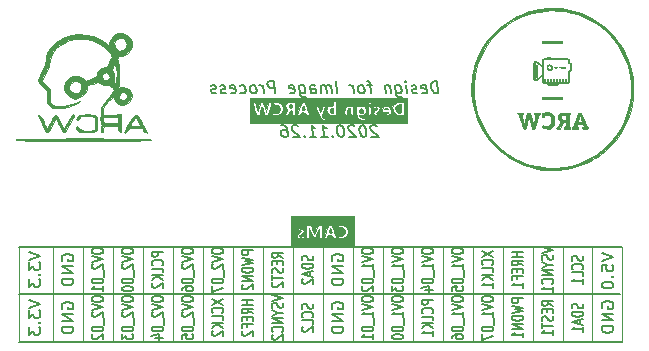
<source format=gbr>
%TF.GenerationSoftware,KiCad,Pcbnew,(5.1.8)-1*%
%TF.CreationDate,2020-12-05T14:41:01+08:00*%
%TF.ProjectId,DoubleCam,446f7562-6c65-4436-916d-2e6b69636164,rev?*%
%TF.SameCoordinates,Original*%
%TF.FileFunction,Legend,Bot*%
%TF.FilePolarity,Positive*%
%FSLAX46Y46*%
G04 Gerber Fmt 4.6, Leading zero omitted, Abs format (unit mm)*
G04 Created by KiCad (PCBNEW (5.1.8)-1) date 2020-12-05 14:41:01*
%MOMM*%
%LPD*%
G01*
G04 APERTURE LIST*
%ADD10C,0.150000*%
%ADD11C,0.120000*%
%ADD12C,0.010000*%
G04 APERTURE END LIST*
D10*
X169782127Y-72997619D02*
X169728556Y-72950000D01*
X169627366Y-72902380D01*
X169389270Y-72902380D01*
X169299985Y-72950000D01*
X169258318Y-72997619D01*
X169222604Y-73092857D01*
X169234508Y-73188095D01*
X169299985Y-73330952D01*
X169942842Y-73902380D01*
X169323794Y-73902380D01*
X168579747Y-72902380D02*
X168484508Y-72902380D01*
X168395223Y-72950000D01*
X168353556Y-72997619D01*
X168317842Y-73092857D01*
X168294032Y-73283333D01*
X168323794Y-73521428D01*
X168395223Y-73711904D01*
X168454747Y-73807142D01*
X168508318Y-73854761D01*
X168609508Y-73902380D01*
X168704747Y-73902380D01*
X168794032Y-73854761D01*
X168835699Y-73807142D01*
X168871413Y-73711904D01*
X168895223Y-73521428D01*
X168865461Y-73283333D01*
X168794032Y-73092857D01*
X168734508Y-72997619D01*
X168680937Y-72950000D01*
X168579747Y-72902380D01*
X167877366Y-72997619D02*
X167823794Y-72950000D01*
X167722604Y-72902380D01*
X167484508Y-72902380D01*
X167395223Y-72950000D01*
X167353556Y-72997619D01*
X167317842Y-73092857D01*
X167329747Y-73188095D01*
X167395223Y-73330952D01*
X168038080Y-73902380D01*
X167419032Y-73902380D01*
X166674985Y-72902380D02*
X166579747Y-72902380D01*
X166490461Y-72950000D01*
X166448794Y-72997619D01*
X166413080Y-73092857D01*
X166389270Y-73283333D01*
X166419032Y-73521428D01*
X166490461Y-73711904D01*
X166549985Y-73807142D01*
X166603556Y-73854761D01*
X166704747Y-73902380D01*
X166799985Y-73902380D01*
X166889270Y-73854761D01*
X166930937Y-73807142D01*
X166966651Y-73711904D01*
X166990461Y-73521428D01*
X166960699Y-73283333D01*
X166889270Y-73092857D01*
X166829747Y-72997619D01*
X166776175Y-72950000D01*
X166674985Y-72902380D01*
X166026175Y-73807142D02*
X165984508Y-73854761D01*
X166038080Y-73902380D01*
X166079747Y-73854761D01*
X166026175Y-73807142D01*
X166038080Y-73902380D01*
X165038080Y-73902380D02*
X165609508Y-73902380D01*
X165323794Y-73902380D02*
X165198794Y-72902380D01*
X165311889Y-73045238D01*
X165419032Y-73140476D01*
X165520223Y-73188095D01*
X164085699Y-73902380D02*
X164657127Y-73902380D01*
X164371413Y-73902380D02*
X164246413Y-72902380D01*
X164359508Y-73045238D01*
X164466651Y-73140476D01*
X164567842Y-73188095D01*
X163645223Y-73807142D02*
X163603556Y-73854761D01*
X163657127Y-73902380D01*
X163698794Y-73854761D01*
X163645223Y-73807142D01*
X163657127Y-73902380D01*
X163115461Y-72997619D02*
X163061889Y-72950000D01*
X162960699Y-72902380D01*
X162722604Y-72902380D01*
X162633318Y-72950000D01*
X162591651Y-72997619D01*
X162555937Y-73092857D01*
X162567842Y-73188095D01*
X162633318Y-73330952D01*
X163276175Y-73902380D01*
X162657127Y-73902380D01*
X161674985Y-72902380D02*
X161865461Y-72902380D01*
X161966651Y-72950000D01*
X162020223Y-72997619D01*
X162133318Y-73140476D01*
X162204747Y-73330952D01*
X162252366Y-73711904D01*
X162216651Y-73807142D01*
X162174985Y-73854761D01*
X162085699Y-73902380D01*
X161895223Y-73902380D01*
X161794032Y-73854761D01*
X161740461Y-73807142D01*
X161680937Y-73711904D01*
X161651175Y-73473809D01*
X161686889Y-73378571D01*
X161728556Y-73330952D01*
X161817842Y-73283333D01*
X162008318Y-73283333D01*
X162109508Y-73330952D01*
X162163080Y-73378571D01*
X162222604Y-73473809D01*
X174995223Y-70202380D02*
X174870223Y-69202380D01*
X174632127Y-69202380D01*
X174495223Y-69250000D01*
X174411889Y-69345238D01*
X174376175Y-69440476D01*
X174352366Y-69630952D01*
X174370223Y-69773809D01*
X174441651Y-69964285D01*
X174501175Y-70059523D01*
X174608318Y-70154761D01*
X174757127Y-70202380D01*
X174995223Y-70202380D01*
X173608318Y-70154761D02*
X173709508Y-70202380D01*
X173899985Y-70202380D01*
X173989270Y-70154761D01*
X174024985Y-70059523D01*
X173977366Y-69678571D01*
X173917842Y-69583333D01*
X173816651Y-69535714D01*
X173626175Y-69535714D01*
X173536889Y-69583333D01*
X173501175Y-69678571D01*
X173513080Y-69773809D01*
X174001175Y-69869047D01*
X173179747Y-70154761D02*
X173090461Y-70202380D01*
X172899985Y-70202380D01*
X172798794Y-70154761D01*
X172739270Y-70059523D01*
X172733318Y-70011904D01*
X172769032Y-69916666D01*
X172858318Y-69869047D01*
X173001175Y-69869047D01*
X173090461Y-69821428D01*
X173126175Y-69726190D01*
X173120223Y-69678571D01*
X173060699Y-69583333D01*
X172959508Y-69535714D01*
X172816651Y-69535714D01*
X172727366Y-69583333D01*
X172328556Y-70202380D02*
X172245223Y-69535714D01*
X172203556Y-69202380D02*
X172257127Y-69250000D01*
X172215461Y-69297619D01*
X172161889Y-69250000D01*
X172203556Y-69202380D01*
X172215461Y-69297619D01*
X171340461Y-69535714D02*
X171441651Y-70345238D01*
X171501175Y-70440476D01*
X171554747Y-70488095D01*
X171655937Y-70535714D01*
X171798794Y-70535714D01*
X171888080Y-70488095D01*
X171417842Y-70154761D02*
X171519032Y-70202380D01*
X171709508Y-70202380D01*
X171798794Y-70154761D01*
X171840461Y-70107142D01*
X171876175Y-70011904D01*
X171840461Y-69726190D01*
X171780937Y-69630952D01*
X171727366Y-69583333D01*
X171626175Y-69535714D01*
X171435699Y-69535714D01*
X171346413Y-69583333D01*
X170864270Y-69535714D02*
X170947604Y-70202380D01*
X170876175Y-69630952D02*
X170822604Y-69583333D01*
X170721413Y-69535714D01*
X170578556Y-69535714D01*
X170489270Y-69583333D01*
X170453556Y-69678571D01*
X170519032Y-70202380D01*
X169340461Y-69535714D02*
X168959508Y-69535714D01*
X169280937Y-70202380D02*
X169173794Y-69345238D01*
X169114270Y-69250000D01*
X169013080Y-69202380D01*
X168917842Y-69202380D01*
X168566651Y-70202380D02*
X168655937Y-70154761D01*
X168697604Y-70107142D01*
X168733318Y-70011904D01*
X168697604Y-69726190D01*
X168638080Y-69630952D01*
X168584508Y-69583333D01*
X168483318Y-69535714D01*
X168340461Y-69535714D01*
X168251175Y-69583333D01*
X168209508Y-69630952D01*
X168173794Y-69726190D01*
X168209508Y-70011904D01*
X168269032Y-70107142D01*
X168322604Y-70154761D01*
X168423794Y-70202380D01*
X168566651Y-70202380D01*
X167804747Y-70202380D02*
X167721413Y-69535714D01*
X167745223Y-69726190D02*
X167685699Y-69630952D01*
X167632127Y-69583333D01*
X167530937Y-69535714D01*
X167435699Y-69535714D01*
X166423794Y-70202380D02*
X166298794Y-69202380D01*
X165947604Y-70202380D02*
X165864270Y-69535714D01*
X165876175Y-69630952D02*
X165822604Y-69583333D01*
X165721413Y-69535714D01*
X165578556Y-69535714D01*
X165489270Y-69583333D01*
X165453556Y-69678571D01*
X165519032Y-70202380D01*
X165453556Y-69678571D02*
X165394032Y-69583333D01*
X165292842Y-69535714D01*
X165149985Y-69535714D01*
X165060699Y-69583333D01*
X165024985Y-69678571D01*
X165090461Y-70202380D01*
X164185699Y-70202380D02*
X164120223Y-69678571D01*
X164155937Y-69583333D01*
X164245223Y-69535714D01*
X164435699Y-69535714D01*
X164536889Y-69583333D01*
X164179747Y-70154761D02*
X164280937Y-70202380D01*
X164519032Y-70202380D01*
X164608318Y-70154761D01*
X164644032Y-70059523D01*
X164632127Y-69964285D01*
X164572604Y-69869047D01*
X164471413Y-69821428D01*
X164233318Y-69821428D01*
X164132127Y-69773809D01*
X163197604Y-69535714D02*
X163298794Y-70345238D01*
X163358318Y-70440476D01*
X163411889Y-70488095D01*
X163513080Y-70535714D01*
X163655937Y-70535714D01*
X163745223Y-70488095D01*
X163274985Y-70154761D02*
X163376175Y-70202380D01*
X163566651Y-70202380D01*
X163655937Y-70154761D01*
X163697604Y-70107142D01*
X163733318Y-70011904D01*
X163697604Y-69726190D01*
X163638080Y-69630952D01*
X163584508Y-69583333D01*
X163483318Y-69535714D01*
X163292842Y-69535714D01*
X163203556Y-69583333D01*
X162417842Y-70154761D02*
X162519032Y-70202380D01*
X162709508Y-70202380D01*
X162798794Y-70154761D01*
X162834508Y-70059523D01*
X162786889Y-69678571D01*
X162727366Y-69583333D01*
X162626175Y-69535714D01*
X162435699Y-69535714D01*
X162346413Y-69583333D01*
X162310699Y-69678571D01*
X162322604Y-69773809D01*
X162810699Y-69869047D01*
X161185699Y-70202380D02*
X161060699Y-69202380D01*
X160679747Y-69202380D01*
X160590461Y-69250000D01*
X160548794Y-69297619D01*
X160513080Y-69392857D01*
X160530937Y-69535714D01*
X160590461Y-69630952D01*
X160644032Y-69678571D01*
X160745223Y-69726190D01*
X161126175Y-69726190D01*
X160185699Y-70202380D02*
X160102366Y-69535714D01*
X160126175Y-69726190D02*
X160066651Y-69630952D01*
X160013080Y-69583333D01*
X159911889Y-69535714D01*
X159816651Y-69535714D01*
X159423794Y-70202380D02*
X159513080Y-70154761D01*
X159554747Y-70107142D01*
X159590461Y-70011904D01*
X159554747Y-69726190D01*
X159495223Y-69630952D01*
X159441651Y-69583333D01*
X159340461Y-69535714D01*
X159197604Y-69535714D01*
X159108318Y-69583333D01*
X159066651Y-69630952D01*
X159030937Y-69726190D01*
X159066651Y-70011904D01*
X159126175Y-70107142D01*
X159179747Y-70154761D01*
X159280937Y-70202380D01*
X159423794Y-70202380D01*
X158227366Y-70154761D02*
X158328556Y-70202380D01*
X158519032Y-70202380D01*
X158608318Y-70154761D01*
X158649985Y-70107142D01*
X158685699Y-70011904D01*
X158649985Y-69726190D01*
X158590461Y-69630952D01*
X158536889Y-69583333D01*
X158435699Y-69535714D01*
X158245223Y-69535714D01*
X158155937Y-69583333D01*
X157417842Y-70154761D02*
X157519032Y-70202380D01*
X157709508Y-70202380D01*
X157798794Y-70154761D01*
X157834508Y-70059523D01*
X157786889Y-69678571D01*
X157727366Y-69583333D01*
X157626175Y-69535714D01*
X157435699Y-69535714D01*
X157346413Y-69583333D01*
X157310699Y-69678571D01*
X157322604Y-69773809D01*
X157810699Y-69869047D01*
X156989270Y-70154761D02*
X156899985Y-70202380D01*
X156709508Y-70202380D01*
X156608318Y-70154761D01*
X156548794Y-70059523D01*
X156542842Y-70011904D01*
X156578556Y-69916666D01*
X156667842Y-69869047D01*
X156810699Y-69869047D01*
X156899985Y-69821428D01*
X156935699Y-69726190D01*
X156929747Y-69678571D01*
X156870223Y-69583333D01*
X156769032Y-69535714D01*
X156626175Y-69535714D01*
X156536889Y-69583333D01*
X156179747Y-70154761D02*
X156090461Y-70202380D01*
X155899985Y-70202380D01*
X155798794Y-70154761D01*
X155739270Y-70059523D01*
X155733318Y-70011904D01*
X155769032Y-69916666D01*
X155858318Y-69869047D01*
X156001175Y-69869047D01*
X156090461Y-69821428D01*
X156126175Y-69726190D01*
X156120223Y-69678571D01*
X156060699Y-69583333D01*
X155959508Y-69535714D01*
X155816651Y-69535714D01*
X155727366Y-69583333D01*
X183722380Y-83237333D02*
X184722380Y-83470666D01*
X183722380Y-83704000D01*
X184674761Y-83904000D02*
X184722380Y-84004000D01*
X184722380Y-84170666D01*
X184674761Y-84237333D01*
X184627142Y-84270666D01*
X184531904Y-84304000D01*
X184436666Y-84304000D01*
X184341428Y-84270666D01*
X184293809Y-84237333D01*
X184246190Y-84170666D01*
X184198571Y-84037333D01*
X184150952Y-83970666D01*
X184103333Y-83937333D01*
X184008095Y-83904000D01*
X183912857Y-83904000D01*
X183817619Y-83937333D01*
X183770000Y-83970666D01*
X183722380Y-84037333D01*
X183722380Y-84204000D01*
X183770000Y-84304000D01*
X184246190Y-84737333D02*
X184722380Y-84737333D01*
X183722380Y-84504000D02*
X184246190Y-84737333D01*
X183722380Y-84970666D01*
X184722380Y-85204000D02*
X183722380Y-85204000D01*
X184722380Y-85604000D01*
X183722380Y-85604000D01*
X184627142Y-86337333D02*
X184674761Y-86304000D01*
X184722380Y-86204000D01*
X184722380Y-86137333D01*
X184674761Y-86037333D01*
X184579523Y-85970666D01*
X184484285Y-85937333D01*
X184293809Y-85904000D01*
X184150952Y-85904000D01*
X183960476Y-85937333D01*
X183865238Y-85970666D01*
X183770000Y-86037333D01*
X183722380Y-86137333D01*
X183722380Y-86204000D01*
X183770000Y-86304000D01*
X183817619Y-86337333D01*
X184722380Y-87004000D02*
X184722380Y-86604000D01*
X184722380Y-86804000D02*
X183722380Y-86804000D01*
X183865238Y-86737333D01*
X183960476Y-86670666D01*
X184008095Y-86604000D01*
X176102380Y-83504000D02*
X176102380Y-83637333D01*
X176150000Y-83704000D01*
X176245238Y-83770666D01*
X176435714Y-83804000D01*
X176769047Y-83804000D01*
X176959523Y-83770666D01*
X177054761Y-83704000D01*
X177102380Y-83637333D01*
X177102380Y-83504000D01*
X177054761Y-83437333D01*
X176959523Y-83370666D01*
X176769047Y-83337333D01*
X176435714Y-83337333D01*
X176245238Y-83370666D01*
X176150000Y-83437333D01*
X176102380Y-83504000D01*
X176102380Y-84004000D02*
X177102380Y-84237333D01*
X176102380Y-84470666D01*
X177102380Y-85070666D02*
X177102380Y-84670666D01*
X177102380Y-84870666D02*
X176102380Y-84870666D01*
X176245238Y-84804000D01*
X176340476Y-84737333D01*
X176388095Y-84670666D01*
X177197619Y-85204000D02*
X177197619Y-85737333D01*
X177102380Y-85904000D02*
X176102380Y-85904000D01*
X176102380Y-86070666D01*
X176150000Y-86170666D01*
X176245238Y-86237333D01*
X176340476Y-86270666D01*
X176530952Y-86304000D01*
X176673809Y-86304000D01*
X176864285Y-86270666D01*
X176959523Y-86237333D01*
X177054761Y-86170666D01*
X177102380Y-86070666D01*
X177102380Y-85904000D01*
X176102380Y-86937333D02*
X176102380Y-86604000D01*
X176578571Y-86570666D01*
X176530952Y-86604000D01*
X176483333Y-86670666D01*
X176483333Y-86837333D01*
X176530952Y-86904000D01*
X176578571Y-86937333D01*
X176673809Y-86970666D01*
X176911904Y-86970666D01*
X177007142Y-86937333D01*
X177054761Y-86904000D01*
X177102380Y-86837333D01*
X177102380Y-86670666D01*
X177054761Y-86604000D01*
X177007142Y-86570666D01*
X168482380Y-83504000D02*
X168482380Y-83637333D01*
X168530000Y-83704000D01*
X168625238Y-83770666D01*
X168815714Y-83804000D01*
X169149047Y-83804000D01*
X169339523Y-83770666D01*
X169434761Y-83704000D01*
X169482380Y-83637333D01*
X169482380Y-83504000D01*
X169434761Y-83437333D01*
X169339523Y-83370666D01*
X169149047Y-83337333D01*
X168815714Y-83337333D01*
X168625238Y-83370666D01*
X168530000Y-83437333D01*
X168482380Y-83504000D01*
X168482380Y-84004000D02*
X169482380Y-84237333D01*
X168482380Y-84470666D01*
X169482380Y-85070666D02*
X169482380Y-84670666D01*
X169482380Y-84870666D02*
X168482380Y-84870666D01*
X168625238Y-84804000D01*
X168720476Y-84737333D01*
X168768095Y-84670666D01*
X169577619Y-85204000D02*
X169577619Y-85737333D01*
X169482380Y-85904000D02*
X168482380Y-85904000D01*
X168482380Y-86070666D01*
X168530000Y-86170666D01*
X168625238Y-86237333D01*
X168720476Y-86270666D01*
X168910952Y-86304000D01*
X169053809Y-86304000D01*
X169244285Y-86270666D01*
X169339523Y-86237333D01*
X169434761Y-86170666D01*
X169482380Y-86070666D01*
X169482380Y-85904000D01*
X168577619Y-86570666D02*
X168530000Y-86604000D01*
X168482380Y-86670666D01*
X168482380Y-86837333D01*
X168530000Y-86904000D01*
X168577619Y-86937333D01*
X168672857Y-86970666D01*
X168768095Y-86970666D01*
X168910952Y-86937333D01*
X169482380Y-86537333D01*
X169482380Y-86970666D01*
X173562380Y-83504000D02*
X173562380Y-83637333D01*
X173610000Y-83704000D01*
X173705238Y-83770666D01*
X173895714Y-83804000D01*
X174229047Y-83804000D01*
X174419523Y-83770666D01*
X174514761Y-83704000D01*
X174562380Y-83637333D01*
X174562380Y-83504000D01*
X174514761Y-83437333D01*
X174419523Y-83370666D01*
X174229047Y-83337333D01*
X173895714Y-83337333D01*
X173705238Y-83370666D01*
X173610000Y-83437333D01*
X173562380Y-83504000D01*
X173562380Y-84004000D02*
X174562380Y-84237333D01*
X173562380Y-84470666D01*
X174562380Y-85070666D02*
X174562380Y-84670666D01*
X174562380Y-84870666D02*
X173562380Y-84870666D01*
X173705238Y-84804000D01*
X173800476Y-84737333D01*
X173848095Y-84670666D01*
X174657619Y-85204000D02*
X174657619Y-85737333D01*
X174562380Y-85904000D02*
X173562380Y-85904000D01*
X173562380Y-86070666D01*
X173610000Y-86170666D01*
X173705238Y-86237333D01*
X173800476Y-86270666D01*
X173990952Y-86304000D01*
X174133809Y-86304000D01*
X174324285Y-86270666D01*
X174419523Y-86237333D01*
X174514761Y-86170666D01*
X174562380Y-86070666D01*
X174562380Y-85904000D01*
X173895714Y-86904000D02*
X174562380Y-86904000D01*
X173514761Y-86737333D02*
X174229047Y-86570666D01*
X174229047Y-87004000D01*
X171022380Y-83504000D02*
X171022380Y-83637333D01*
X171070000Y-83704000D01*
X171165238Y-83770666D01*
X171355714Y-83804000D01*
X171689047Y-83804000D01*
X171879523Y-83770666D01*
X171974761Y-83704000D01*
X172022380Y-83637333D01*
X172022380Y-83504000D01*
X171974761Y-83437333D01*
X171879523Y-83370666D01*
X171689047Y-83337333D01*
X171355714Y-83337333D01*
X171165238Y-83370666D01*
X171070000Y-83437333D01*
X171022380Y-83504000D01*
X171022380Y-84004000D02*
X172022380Y-84237333D01*
X171022380Y-84470666D01*
X172022380Y-85070666D02*
X172022380Y-84670666D01*
X172022380Y-84870666D02*
X171022380Y-84870666D01*
X171165238Y-84804000D01*
X171260476Y-84737333D01*
X171308095Y-84670666D01*
X172117619Y-85204000D02*
X172117619Y-85737333D01*
X172022380Y-85904000D02*
X171022380Y-85904000D01*
X171022380Y-86070666D01*
X171070000Y-86170666D01*
X171165238Y-86237333D01*
X171260476Y-86270666D01*
X171450952Y-86304000D01*
X171593809Y-86304000D01*
X171784285Y-86270666D01*
X171879523Y-86237333D01*
X171974761Y-86170666D01*
X172022380Y-86070666D01*
X172022380Y-85904000D01*
X171022380Y-86537333D02*
X171022380Y-86970666D01*
X171403333Y-86737333D01*
X171403333Y-86837333D01*
X171450952Y-86904000D01*
X171498571Y-86937333D01*
X171593809Y-86970666D01*
X171831904Y-86970666D01*
X171927142Y-86937333D01*
X171974761Y-86904000D01*
X172022380Y-86837333D01*
X172022380Y-86637333D01*
X171974761Y-86570666D01*
X171927142Y-86537333D01*
X182182380Y-83654000D02*
X181182380Y-83654000D01*
X181658571Y-83654000D02*
X181658571Y-84054000D01*
X182182380Y-84054000D02*
X181182380Y-84054000D01*
X182182380Y-84787333D02*
X181706190Y-84554000D01*
X182182380Y-84387333D02*
X181182380Y-84387333D01*
X181182380Y-84654000D01*
X181230000Y-84720666D01*
X181277619Y-84754000D01*
X181372857Y-84787333D01*
X181515714Y-84787333D01*
X181610952Y-84754000D01*
X181658571Y-84720666D01*
X181706190Y-84654000D01*
X181706190Y-84387333D01*
X181658571Y-85087333D02*
X181658571Y-85320666D01*
X182182380Y-85420666D02*
X182182380Y-85087333D01*
X181182380Y-85087333D01*
X181182380Y-85420666D01*
X181658571Y-85954000D02*
X181658571Y-85720666D01*
X182182380Y-85720666D02*
X181182380Y-85720666D01*
X181182380Y-86054000D01*
X182182380Y-86687333D02*
X182182380Y-86287333D01*
X182182380Y-86487333D02*
X181182380Y-86487333D01*
X181325238Y-86420666D01*
X181420476Y-86354000D01*
X181468095Y-86287333D01*
X178642380Y-83604000D02*
X179642380Y-84070666D01*
X178642380Y-84070666D02*
X179642380Y-83604000D01*
X179547142Y-84737333D02*
X179594761Y-84704000D01*
X179642380Y-84604000D01*
X179642380Y-84537333D01*
X179594761Y-84437333D01*
X179499523Y-84370666D01*
X179404285Y-84337333D01*
X179213809Y-84304000D01*
X179070952Y-84304000D01*
X178880476Y-84337333D01*
X178785238Y-84370666D01*
X178690000Y-84437333D01*
X178642380Y-84537333D01*
X178642380Y-84604000D01*
X178690000Y-84704000D01*
X178737619Y-84737333D01*
X179642380Y-85370666D02*
X179642380Y-85037333D01*
X178642380Y-85037333D01*
X179642380Y-85604000D02*
X178642380Y-85604000D01*
X179642380Y-86004000D02*
X179070952Y-85704000D01*
X178642380Y-86004000D02*
X179213809Y-85604000D01*
X179642380Y-86670666D02*
X179642380Y-86270666D01*
X179642380Y-86470666D02*
X178642380Y-86470666D01*
X178785238Y-86404000D01*
X178880476Y-86337333D01*
X178928095Y-86270666D01*
X168482380Y-87568000D02*
X168482380Y-87701333D01*
X168530000Y-87768000D01*
X168625238Y-87834666D01*
X168815714Y-87868000D01*
X169149047Y-87868000D01*
X169339523Y-87834666D01*
X169434761Y-87768000D01*
X169482380Y-87701333D01*
X169482380Y-87568000D01*
X169434761Y-87501333D01*
X169339523Y-87434666D01*
X169149047Y-87401333D01*
X168815714Y-87401333D01*
X168625238Y-87434666D01*
X168530000Y-87501333D01*
X168482380Y-87568000D01*
X168482380Y-88068000D02*
X169482380Y-88301333D01*
X168482380Y-88534666D01*
X169482380Y-89134666D02*
X169482380Y-88734666D01*
X169482380Y-88934666D02*
X168482380Y-88934666D01*
X168625238Y-88868000D01*
X168720476Y-88801333D01*
X168768095Y-88734666D01*
X169577619Y-89268000D02*
X169577619Y-89801333D01*
X169482380Y-89968000D02*
X168482380Y-89968000D01*
X168482380Y-90134666D01*
X168530000Y-90234666D01*
X168625238Y-90301333D01*
X168720476Y-90334666D01*
X168910952Y-90368000D01*
X169053809Y-90368000D01*
X169244285Y-90334666D01*
X169339523Y-90301333D01*
X169434761Y-90234666D01*
X169482380Y-90134666D01*
X169482380Y-89968000D01*
X169482380Y-91034666D02*
X169482380Y-90634666D01*
X169482380Y-90834666D02*
X168482380Y-90834666D01*
X168625238Y-90768000D01*
X168720476Y-90701333D01*
X168768095Y-90634666D01*
X184722380Y-88184666D02*
X184246190Y-87951333D01*
X184722380Y-87784666D02*
X183722380Y-87784666D01*
X183722380Y-88051333D01*
X183770000Y-88118000D01*
X183817619Y-88151333D01*
X183912857Y-88184666D01*
X184055714Y-88184666D01*
X184150952Y-88151333D01*
X184198571Y-88118000D01*
X184246190Y-88051333D01*
X184246190Y-87784666D01*
X184198571Y-88484666D02*
X184198571Y-88718000D01*
X184722380Y-88818000D02*
X184722380Y-88484666D01*
X183722380Y-88484666D01*
X183722380Y-88818000D01*
X184674761Y-89084666D02*
X184722380Y-89184666D01*
X184722380Y-89351333D01*
X184674761Y-89418000D01*
X184627142Y-89451333D01*
X184531904Y-89484666D01*
X184436666Y-89484666D01*
X184341428Y-89451333D01*
X184293809Y-89418000D01*
X184246190Y-89351333D01*
X184198571Y-89218000D01*
X184150952Y-89151333D01*
X184103333Y-89118000D01*
X184008095Y-89084666D01*
X183912857Y-89084666D01*
X183817619Y-89118000D01*
X183770000Y-89151333D01*
X183722380Y-89218000D01*
X183722380Y-89384666D01*
X183770000Y-89484666D01*
X183722380Y-89684666D02*
X183722380Y-90084666D01*
X184722380Y-89884666D02*
X183722380Y-89884666D01*
X184722380Y-90684666D02*
X184722380Y-90284666D01*
X184722380Y-90484666D02*
X183722380Y-90484666D01*
X183865238Y-90418000D01*
X183960476Y-90351333D01*
X184008095Y-90284666D01*
X178642380Y-87568000D02*
X178642380Y-87701333D01*
X178690000Y-87768000D01*
X178785238Y-87834666D01*
X178975714Y-87868000D01*
X179309047Y-87868000D01*
X179499523Y-87834666D01*
X179594761Y-87768000D01*
X179642380Y-87701333D01*
X179642380Y-87568000D01*
X179594761Y-87501333D01*
X179499523Y-87434666D01*
X179309047Y-87401333D01*
X178975714Y-87401333D01*
X178785238Y-87434666D01*
X178690000Y-87501333D01*
X178642380Y-87568000D01*
X178642380Y-88068000D02*
X179642380Y-88301333D01*
X178642380Y-88534666D01*
X179642380Y-89134666D02*
X179642380Y-88734666D01*
X179642380Y-88934666D02*
X178642380Y-88934666D01*
X178785238Y-88868000D01*
X178880476Y-88801333D01*
X178928095Y-88734666D01*
X179737619Y-89268000D02*
X179737619Y-89801333D01*
X179642380Y-89968000D02*
X178642380Y-89968000D01*
X178642380Y-90134666D01*
X178690000Y-90234666D01*
X178785238Y-90301333D01*
X178880476Y-90334666D01*
X179070952Y-90368000D01*
X179213809Y-90368000D01*
X179404285Y-90334666D01*
X179499523Y-90301333D01*
X179594761Y-90234666D01*
X179642380Y-90134666D01*
X179642380Y-89968000D01*
X178642380Y-90601333D02*
X178642380Y-91068000D01*
X179642380Y-90768000D01*
X174562380Y-87718000D02*
X173562380Y-87718000D01*
X173562380Y-87984666D01*
X173610000Y-88051333D01*
X173657619Y-88084666D01*
X173752857Y-88118000D01*
X173895714Y-88118000D01*
X173990952Y-88084666D01*
X174038571Y-88051333D01*
X174086190Y-87984666D01*
X174086190Y-87718000D01*
X174467142Y-88818000D02*
X174514761Y-88784666D01*
X174562380Y-88684666D01*
X174562380Y-88618000D01*
X174514761Y-88518000D01*
X174419523Y-88451333D01*
X174324285Y-88418000D01*
X174133809Y-88384666D01*
X173990952Y-88384666D01*
X173800476Y-88418000D01*
X173705238Y-88451333D01*
X173610000Y-88518000D01*
X173562380Y-88618000D01*
X173562380Y-88684666D01*
X173610000Y-88784666D01*
X173657619Y-88818000D01*
X174562380Y-89451333D02*
X174562380Y-89118000D01*
X173562380Y-89118000D01*
X174562380Y-89684666D02*
X173562380Y-89684666D01*
X174562380Y-90084666D02*
X173990952Y-89784666D01*
X173562380Y-90084666D02*
X174133809Y-89684666D01*
X174562380Y-90751333D02*
X174562380Y-90351333D01*
X174562380Y-90551333D02*
X173562380Y-90551333D01*
X173705238Y-90484666D01*
X173800476Y-90418000D01*
X173848095Y-90351333D01*
X182182380Y-87584666D02*
X181182380Y-87584666D01*
X181182380Y-87851333D01*
X181230000Y-87918000D01*
X181277619Y-87951333D01*
X181372857Y-87984666D01*
X181515714Y-87984666D01*
X181610952Y-87951333D01*
X181658571Y-87918000D01*
X181706190Y-87851333D01*
X181706190Y-87584666D01*
X181182380Y-88218000D02*
X182182380Y-88384666D01*
X181468095Y-88518000D01*
X182182380Y-88651333D01*
X181182380Y-88818000D01*
X182182380Y-89084666D02*
X181182380Y-89084666D01*
X181182380Y-89251333D01*
X181230000Y-89351333D01*
X181325238Y-89418000D01*
X181420476Y-89451333D01*
X181610952Y-89484666D01*
X181753809Y-89484666D01*
X181944285Y-89451333D01*
X182039523Y-89418000D01*
X182134761Y-89351333D01*
X182182380Y-89251333D01*
X182182380Y-89084666D01*
X182182380Y-89784666D02*
X181182380Y-89784666D01*
X182182380Y-90184666D01*
X181182380Y-90184666D01*
X182182380Y-90884666D02*
X182182380Y-90484666D01*
X182182380Y-90684666D02*
X181182380Y-90684666D01*
X181325238Y-90618000D01*
X181420476Y-90551333D01*
X181468095Y-90484666D01*
X171022380Y-87568000D02*
X171022380Y-87701333D01*
X171070000Y-87768000D01*
X171165238Y-87834666D01*
X171355714Y-87868000D01*
X171689047Y-87868000D01*
X171879523Y-87834666D01*
X171974761Y-87768000D01*
X172022380Y-87701333D01*
X172022380Y-87568000D01*
X171974761Y-87501333D01*
X171879523Y-87434666D01*
X171689047Y-87401333D01*
X171355714Y-87401333D01*
X171165238Y-87434666D01*
X171070000Y-87501333D01*
X171022380Y-87568000D01*
X171022380Y-88068000D02*
X172022380Y-88301333D01*
X171022380Y-88534666D01*
X172022380Y-89134666D02*
X172022380Y-88734666D01*
X172022380Y-88934666D02*
X171022380Y-88934666D01*
X171165238Y-88868000D01*
X171260476Y-88801333D01*
X171308095Y-88734666D01*
X172117619Y-89268000D02*
X172117619Y-89801333D01*
X172022380Y-89968000D02*
X171022380Y-89968000D01*
X171022380Y-90134666D01*
X171070000Y-90234666D01*
X171165238Y-90301333D01*
X171260476Y-90334666D01*
X171450952Y-90368000D01*
X171593809Y-90368000D01*
X171784285Y-90334666D01*
X171879523Y-90301333D01*
X171974761Y-90234666D01*
X172022380Y-90134666D01*
X172022380Y-89968000D01*
X171022380Y-90801333D02*
X171022380Y-90868000D01*
X171070000Y-90934666D01*
X171117619Y-90968000D01*
X171212857Y-91001333D01*
X171403333Y-91034666D01*
X171641428Y-91034666D01*
X171831904Y-91001333D01*
X171927142Y-90968000D01*
X171974761Y-90934666D01*
X172022380Y-90868000D01*
X172022380Y-90801333D01*
X171974761Y-90734666D01*
X171927142Y-90701333D01*
X171831904Y-90668000D01*
X171641428Y-90634666D01*
X171403333Y-90634666D01*
X171212857Y-90668000D01*
X171117619Y-90701333D01*
X171070000Y-90734666D01*
X171022380Y-90801333D01*
X176102380Y-87568000D02*
X176102380Y-87701333D01*
X176150000Y-87768000D01*
X176245238Y-87834666D01*
X176435714Y-87868000D01*
X176769047Y-87868000D01*
X176959523Y-87834666D01*
X177054761Y-87768000D01*
X177102380Y-87701333D01*
X177102380Y-87568000D01*
X177054761Y-87501333D01*
X176959523Y-87434666D01*
X176769047Y-87401333D01*
X176435714Y-87401333D01*
X176245238Y-87434666D01*
X176150000Y-87501333D01*
X176102380Y-87568000D01*
X176102380Y-88068000D02*
X177102380Y-88301333D01*
X176102380Y-88534666D01*
X177102380Y-89134666D02*
X177102380Y-88734666D01*
X177102380Y-88934666D02*
X176102380Y-88934666D01*
X176245238Y-88868000D01*
X176340476Y-88801333D01*
X176388095Y-88734666D01*
X177197619Y-89268000D02*
X177197619Y-89801333D01*
X177102380Y-89968000D02*
X176102380Y-89968000D01*
X176102380Y-90134666D01*
X176150000Y-90234666D01*
X176245238Y-90301333D01*
X176340476Y-90334666D01*
X176530952Y-90368000D01*
X176673809Y-90368000D01*
X176864285Y-90334666D01*
X176959523Y-90301333D01*
X177054761Y-90234666D01*
X177102380Y-90134666D01*
X177102380Y-89968000D01*
X176102380Y-90968000D02*
X176102380Y-90834666D01*
X176150000Y-90768000D01*
X176197619Y-90734666D01*
X176340476Y-90668000D01*
X176530952Y-90634666D01*
X176911904Y-90634666D01*
X177007142Y-90668000D01*
X177054761Y-90701333D01*
X177102380Y-90768000D01*
X177102380Y-90901333D01*
X177054761Y-90968000D01*
X177007142Y-91001333D01*
X176911904Y-91034666D01*
X176673809Y-91034666D01*
X176578571Y-91001333D01*
X176530952Y-90968000D01*
X176483333Y-90901333D01*
X176483333Y-90768000D01*
X176530952Y-90701333D01*
X176578571Y-90668000D01*
X176673809Y-90634666D01*
X187214761Y-83987333D02*
X187262380Y-84087333D01*
X187262380Y-84254000D01*
X187214761Y-84320666D01*
X187167142Y-84354000D01*
X187071904Y-84387333D01*
X186976666Y-84387333D01*
X186881428Y-84354000D01*
X186833809Y-84320666D01*
X186786190Y-84254000D01*
X186738571Y-84120666D01*
X186690952Y-84054000D01*
X186643333Y-84020666D01*
X186548095Y-83987333D01*
X186452857Y-83987333D01*
X186357619Y-84020666D01*
X186310000Y-84054000D01*
X186262380Y-84120666D01*
X186262380Y-84287333D01*
X186310000Y-84387333D01*
X187167142Y-85087333D02*
X187214761Y-85054000D01*
X187262380Y-84954000D01*
X187262380Y-84887333D01*
X187214761Y-84787333D01*
X187119523Y-84720666D01*
X187024285Y-84687333D01*
X186833809Y-84654000D01*
X186690952Y-84654000D01*
X186500476Y-84687333D01*
X186405238Y-84720666D01*
X186310000Y-84787333D01*
X186262380Y-84887333D01*
X186262380Y-84954000D01*
X186310000Y-85054000D01*
X186357619Y-85087333D01*
X187262380Y-85720666D02*
X187262380Y-85387333D01*
X186262380Y-85387333D01*
X187262380Y-86320666D02*
X187262380Y-85920666D01*
X187262380Y-86120666D02*
X186262380Y-86120666D01*
X186405238Y-86054000D01*
X186500476Y-85987333D01*
X186548095Y-85920666D01*
X187214761Y-88034666D02*
X187262380Y-88134666D01*
X187262380Y-88301333D01*
X187214761Y-88368000D01*
X187167142Y-88401333D01*
X187071904Y-88434666D01*
X186976666Y-88434666D01*
X186881428Y-88401333D01*
X186833809Y-88368000D01*
X186786190Y-88301333D01*
X186738571Y-88168000D01*
X186690952Y-88101333D01*
X186643333Y-88068000D01*
X186548095Y-88034666D01*
X186452857Y-88034666D01*
X186357619Y-88068000D01*
X186310000Y-88101333D01*
X186262380Y-88168000D01*
X186262380Y-88334666D01*
X186310000Y-88434666D01*
X187262380Y-88734666D02*
X186262380Y-88734666D01*
X186262380Y-88901333D01*
X186310000Y-89001333D01*
X186405238Y-89068000D01*
X186500476Y-89101333D01*
X186690952Y-89134666D01*
X186833809Y-89134666D01*
X187024285Y-89101333D01*
X187119523Y-89068000D01*
X187214761Y-89001333D01*
X187262380Y-88901333D01*
X187262380Y-88734666D01*
X186976666Y-89401333D02*
X186976666Y-89734666D01*
X187262380Y-89334666D02*
X186262380Y-89568000D01*
X187262380Y-89801333D01*
X187262380Y-90401333D02*
X187262380Y-90001333D01*
X187262380Y-90201333D02*
X186262380Y-90201333D01*
X186405238Y-90134666D01*
X186500476Y-90068000D01*
X186548095Y-90001333D01*
X188802380Y-83776190D02*
X189802380Y-84109523D01*
X188802380Y-84442857D01*
X188802380Y-85252380D02*
X188802380Y-84776190D01*
X189278571Y-84728571D01*
X189230952Y-84776190D01*
X189183333Y-84871428D01*
X189183333Y-85109523D01*
X189230952Y-85204761D01*
X189278571Y-85252380D01*
X189373809Y-85300000D01*
X189611904Y-85300000D01*
X189707142Y-85252380D01*
X189754761Y-85204761D01*
X189802380Y-85109523D01*
X189802380Y-84871428D01*
X189754761Y-84776190D01*
X189707142Y-84728571D01*
X189707142Y-85728571D02*
X189754761Y-85776190D01*
X189802380Y-85728571D01*
X189754761Y-85680952D01*
X189707142Y-85728571D01*
X189802380Y-85728571D01*
X188802380Y-86395238D02*
X188802380Y-86490476D01*
X188850000Y-86585714D01*
X188897619Y-86633333D01*
X188992857Y-86680952D01*
X189183333Y-86728571D01*
X189421428Y-86728571D01*
X189611904Y-86680952D01*
X189707142Y-86633333D01*
X189754761Y-86585714D01*
X189802380Y-86490476D01*
X189802380Y-86395238D01*
X189754761Y-86300000D01*
X189707142Y-86252380D01*
X189611904Y-86204761D01*
X189421428Y-86157142D01*
X189183333Y-86157142D01*
X188992857Y-86204761D01*
X188897619Y-86252380D01*
X188850000Y-86300000D01*
X188802380Y-86395238D01*
X188850000Y-88388095D02*
X188802380Y-88292857D01*
X188802380Y-88150000D01*
X188850000Y-88007142D01*
X188945238Y-87911904D01*
X189040476Y-87864285D01*
X189230952Y-87816666D01*
X189373809Y-87816666D01*
X189564285Y-87864285D01*
X189659523Y-87911904D01*
X189754761Y-88007142D01*
X189802380Y-88150000D01*
X189802380Y-88245238D01*
X189754761Y-88388095D01*
X189707142Y-88435714D01*
X189373809Y-88435714D01*
X189373809Y-88245238D01*
X189802380Y-88864285D02*
X188802380Y-88864285D01*
X189802380Y-89435714D01*
X188802380Y-89435714D01*
X189802380Y-89911904D02*
X188802380Y-89911904D01*
X188802380Y-90150000D01*
X188850000Y-90292857D01*
X188945238Y-90388095D01*
X189040476Y-90435714D01*
X189230952Y-90483333D01*
X189373809Y-90483333D01*
X189564285Y-90435714D01*
X189659523Y-90388095D01*
X189754761Y-90292857D01*
X189802380Y-90150000D01*
X189802380Y-89911904D01*
X165990000Y-88456095D02*
X165942380Y-88360857D01*
X165942380Y-88218000D01*
X165990000Y-88075142D01*
X166085238Y-87979904D01*
X166180476Y-87932285D01*
X166370952Y-87884666D01*
X166513809Y-87884666D01*
X166704285Y-87932285D01*
X166799523Y-87979904D01*
X166894761Y-88075142D01*
X166942380Y-88218000D01*
X166942380Y-88313238D01*
X166894761Y-88456095D01*
X166847142Y-88503714D01*
X166513809Y-88503714D01*
X166513809Y-88313238D01*
X166942380Y-88932285D02*
X165942380Y-88932285D01*
X166942380Y-89503714D01*
X165942380Y-89503714D01*
X166942380Y-89979904D02*
X165942380Y-89979904D01*
X165942380Y-90218000D01*
X165990000Y-90360857D01*
X166085238Y-90456095D01*
X166180476Y-90503714D01*
X166370952Y-90551333D01*
X166513809Y-90551333D01*
X166704285Y-90503714D01*
X166799523Y-90456095D01*
X166894761Y-90360857D01*
X166942380Y-90218000D01*
X166942380Y-89979904D01*
X165990000Y-84392095D02*
X165942380Y-84296857D01*
X165942380Y-84154000D01*
X165990000Y-84011142D01*
X166085238Y-83915904D01*
X166180476Y-83868285D01*
X166370952Y-83820666D01*
X166513809Y-83820666D01*
X166704285Y-83868285D01*
X166799523Y-83915904D01*
X166894761Y-84011142D01*
X166942380Y-84154000D01*
X166942380Y-84249238D01*
X166894761Y-84392095D01*
X166847142Y-84439714D01*
X166513809Y-84439714D01*
X166513809Y-84249238D01*
X166942380Y-84868285D02*
X165942380Y-84868285D01*
X166942380Y-85439714D01*
X165942380Y-85439714D01*
X166942380Y-85915904D02*
X165942380Y-85915904D01*
X165942380Y-86154000D01*
X165990000Y-86296857D01*
X166085238Y-86392095D01*
X166180476Y-86439714D01*
X166370952Y-86487333D01*
X166513809Y-86487333D01*
X166704285Y-86439714D01*
X166799523Y-86392095D01*
X166894761Y-86296857D01*
X166942380Y-86154000D01*
X166942380Y-85915904D01*
X164354761Y-88051333D02*
X164402380Y-88151333D01*
X164402380Y-88318000D01*
X164354761Y-88384666D01*
X164307142Y-88418000D01*
X164211904Y-88451333D01*
X164116666Y-88451333D01*
X164021428Y-88418000D01*
X163973809Y-88384666D01*
X163926190Y-88318000D01*
X163878571Y-88184666D01*
X163830952Y-88118000D01*
X163783333Y-88084666D01*
X163688095Y-88051333D01*
X163592857Y-88051333D01*
X163497619Y-88084666D01*
X163450000Y-88118000D01*
X163402380Y-88184666D01*
X163402380Y-88351333D01*
X163450000Y-88451333D01*
X164307142Y-89151333D02*
X164354761Y-89118000D01*
X164402380Y-89018000D01*
X164402380Y-88951333D01*
X164354761Y-88851333D01*
X164259523Y-88784666D01*
X164164285Y-88751333D01*
X163973809Y-88718000D01*
X163830952Y-88718000D01*
X163640476Y-88751333D01*
X163545238Y-88784666D01*
X163450000Y-88851333D01*
X163402380Y-88951333D01*
X163402380Y-89018000D01*
X163450000Y-89118000D01*
X163497619Y-89151333D01*
X164402380Y-89784666D02*
X164402380Y-89451333D01*
X163402380Y-89451333D01*
X163497619Y-89984666D02*
X163450000Y-90018000D01*
X163402380Y-90084666D01*
X163402380Y-90251333D01*
X163450000Y-90318000D01*
X163497619Y-90351333D01*
X163592857Y-90384666D01*
X163688095Y-90384666D01*
X163830952Y-90351333D01*
X164402380Y-89951333D01*
X164402380Y-90384666D01*
X164354761Y-83970666D02*
X164402380Y-84070666D01*
X164402380Y-84237333D01*
X164354761Y-84304000D01*
X164307142Y-84337333D01*
X164211904Y-84370666D01*
X164116666Y-84370666D01*
X164021428Y-84337333D01*
X163973809Y-84304000D01*
X163926190Y-84237333D01*
X163878571Y-84104000D01*
X163830952Y-84037333D01*
X163783333Y-84004000D01*
X163688095Y-83970666D01*
X163592857Y-83970666D01*
X163497619Y-84004000D01*
X163450000Y-84037333D01*
X163402380Y-84104000D01*
X163402380Y-84270666D01*
X163450000Y-84370666D01*
X164402380Y-84670666D02*
X163402380Y-84670666D01*
X163402380Y-84837333D01*
X163450000Y-84937333D01*
X163545238Y-85004000D01*
X163640476Y-85037333D01*
X163830952Y-85070666D01*
X163973809Y-85070666D01*
X164164285Y-85037333D01*
X164259523Y-85004000D01*
X164354761Y-84937333D01*
X164402380Y-84837333D01*
X164402380Y-84670666D01*
X164116666Y-85337333D02*
X164116666Y-85670666D01*
X164402380Y-85270666D02*
X163402380Y-85504000D01*
X164402380Y-85737333D01*
X163497619Y-85937333D02*
X163450000Y-85970666D01*
X163402380Y-86037333D01*
X163402380Y-86204000D01*
X163450000Y-86270666D01*
X163497619Y-86304000D01*
X163592857Y-86337333D01*
X163688095Y-86337333D01*
X163830952Y-86304000D01*
X164402380Y-85904000D01*
X164402380Y-86337333D01*
X160862380Y-87301333D02*
X161862380Y-87534666D01*
X160862380Y-87768000D01*
X161814761Y-87968000D02*
X161862380Y-88068000D01*
X161862380Y-88234666D01*
X161814761Y-88301333D01*
X161767142Y-88334666D01*
X161671904Y-88368000D01*
X161576666Y-88368000D01*
X161481428Y-88334666D01*
X161433809Y-88301333D01*
X161386190Y-88234666D01*
X161338571Y-88101333D01*
X161290952Y-88034666D01*
X161243333Y-88001333D01*
X161148095Y-87968000D01*
X161052857Y-87968000D01*
X160957619Y-88001333D01*
X160910000Y-88034666D01*
X160862380Y-88101333D01*
X160862380Y-88268000D01*
X160910000Y-88368000D01*
X161386190Y-88801333D02*
X161862380Y-88801333D01*
X160862380Y-88568000D02*
X161386190Y-88801333D01*
X160862380Y-89034666D01*
X161862380Y-89268000D02*
X160862380Y-89268000D01*
X161862380Y-89668000D01*
X160862380Y-89668000D01*
X161767142Y-90401333D02*
X161814761Y-90368000D01*
X161862380Y-90268000D01*
X161862380Y-90201333D01*
X161814761Y-90101333D01*
X161719523Y-90034666D01*
X161624285Y-90001333D01*
X161433809Y-89968000D01*
X161290952Y-89968000D01*
X161100476Y-90001333D01*
X161005238Y-90034666D01*
X160910000Y-90101333D01*
X160862380Y-90201333D01*
X160862380Y-90268000D01*
X160910000Y-90368000D01*
X160957619Y-90401333D01*
X160957619Y-90668000D02*
X160910000Y-90701333D01*
X160862380Y-90768000D01*
X160862380Y-90934666D01*
X160910000Y-91001333D01*
X160957619Y-91034666D01*
X161052857Y-91068000D01*
X161148095Y-91068000D01*
X161290952Y-91034666D01*
X161862380Y-90634666D01*
X161862380Y-91068000D01*
X161862380Y-84120666D02*
X161386190Y-83887333D01*
X161862380Y-83720666D02*
X160862380Y-83720666D01*
X160862380Y-83987333D01*
X160910000Y-84054000D01*
X160957619Y-84087333D01*
X161052857Y-84120666D01*
X161195714Y-84120666D01*
X161290952Y-84087333D01*
X161338571Y-84054000D01*
X161386190Y-83987333D01*
X161386190Y-83720666D01*
X161338571Y-84420666D02*
X161338571Y-84654000D01*
X161862380Y-84754000D02*
X161862380Y-84420666D01*
X160862380Y-84420666D01*
X160862380Y-84754000D01*
X161814761Y-85020666D02*
X161862380Y-85120666D01*
X161862380Y-85287333D01*
X161814761Y-85354000D01*
X161767142Y-85387333D01*
X161671904Y-85420666D01*
X161576666Y-85420666D01*
X161481428Y-85387333D01*
X161433809Y-85354000D01*
X161386190Y-85287333D01*
X161338571Y-85154000D01*
X161290952Y-85087333D01*
X161243333Y-85054000D01*
X161148095Y-85020666D01*
X161052857Y-85020666D01*
X160957619Y-85054000D01*
X160910000Y-85087333D01*
X160862380Y-85154000D01*
X160862380Y-85320666D01*
X160910000Y-85420666D01*
X160862380Y-85620666D02*
X160862380Y-86020666D01*
X161862380Y-85820666D02*
X160862380Y-85820666D01*
X160957619Y-86220666D02*
X160910000Y-86254000D01*
X160862380Y-86320666D01*
X160862380Y-86487333D01*
X160910000Y-86554000D01*
X160957619Y-86587333D01*
X161052857Y-86620666D01*
X161148095Y-86620666D01*
X161290952Y-86587333D01*
X161862380Y-86187333D01*
X161862380Y-86620666D01*
X159322380Y-87718000D02*
X158322380Y-87718000D01*
X158798571Y-87718000D02*
X158798571Y-88118000D01*
X159322380Y-88118000D02*
X158322380Y-88118000D01*
X159322380Y-88851333D02*
X158846190Y-88618000D01*
X159322380Y-88451333D02*
X158322380Y-88451333D01*
X158322380Y-88718000D01*
X158370000Y-88784666D01*
X158417619Y-88818000D01*
X158512857Y-88851333D01*
X158655714Y-88851333D01*
X158750952Y-88818000D01*
X158798571Y-88784666D01*
X158846190Y-88718000D01*
X158846190Y-88451333D01*
X158798571Y-89151333D02*
X158798571Y-89384666D01*
X159322380Y-89484666D02*
X159322380Y-89151333D01*
X158322380Y-89151333D01*
X158322380Y-89484666D01*
X158798571Y-90018000D02*
X158798571Y-89784666D01*
X159322380Y-89784666D02*
X158322380Y-89784666D01*
X158322380Y-90118000D01*
X158417619Y-90351333D02*
X158370000Y-90384666D01*
X158322380Y-90451333D01*
X158322380Y-90618000D01*
X158370000Y-90684666D01*
X158417619Y-90718000D01*
X158512857Y-90751333D01*
X158608095Y-90751333D01*
X158750952Y-90718000D01*
X159322380Y-90318000D01*
X159322380Y-90751333D01*
X159322380Y-83520666D02*
X158322380Y-83520666D01*
X158322380Y-83787333D01*
X158370000Y-83854000D01*
X158417619Y-83887333D01*
X158512857Y-83920666D01*
X158655714Y-83920666D01*
X158750952Y-83887333D01*
X158798571Y-83854000D01*
X158846190Y-83787333D01*
X158846190Y-83520666D01*
X158322380Y-84154000D02*
X159322380Y-84320666D01*
X158608095Y-84454000D01*
X159322380Y-84587333D01*
X158322380Y-84754000D01*
X159322380Y-85020666D02*
X158322380Y-85020666D01*
X158322380Y-85187333D01*
X158370000Y-85287333D01*
X158465238Y-85354000D01*
X158560476Y-85387333D01*
X158750952Y-85420666D01*
X158893809Y-85420666D01*
X159084285Y-85387333D01*
X159179523Y-85354000D01*
X159274761Y-85287333D01*
X159322380Y-85187333D01*
X159322380Y-85020666D01*
X159322380Y-85720666D02*
X158322380Y-85720666D01*
X159322380Y-86120666D01*
X158322380Y-86120666D01*
X158417619Y-86420666D02*
X158370000Y-86454000D01*
X158322380Y-86520666D01*
X158322380Y-86687333D01*
X158370000Y-86754000D01*
X158417619Y-86787333D01*
X158512857Y-86820666D01*
X158608095Y-86820666D01*
X158750952Y-86787333D01*
X159322380Y-86387333D01*
X159322380Y-86820666D01*
X155782380Y-87668000D02*
X156782380Y-88134666D01*
X155782380Y-88134666D02*
X156782380Y-87668000D01*
X156687142Y-88801333D02*
X156734761Y-88768000D01*
X156782380Y-88668000D01*
X156782380Y-88601333D01*
X156734761Y-88501333D01*
X156639523Y-88434666D01*
X156544285Y-88401333D01*
X156353809Y-88368000D01*
X156210952Y-88368000D01*
X156020476Y-88401333D01*
X155925238Y-88434666D01*
X155830000Y-88501333D01*
X155782380Y-88601333D01*
X155782380Y-88668000D01*
X155830000Y-88768000D01*
X155877619Y-88801333D01*
X156782380Y-89434666D02*
X156782380Y-89101333D01*
X155782380Y-89101333D01*
X156782380Y-89668000D02*
X155782380Y-89668000D01*
X156782380Y-90068000D02*
X156210952Y-89768000D01*
X155782380Y-90068000D02*
X156353809Y-89668000D01*
X155877619Y-90334666D02*
X155830000Y-90368000D01*
X155782380Y-90434666D01*
X155782380Y-90601333D01*
X155830000Y-90668000D01*
X155877619Y-90701333D01*
X155972857Y-90734666D01*
X156068095Y-90734666D01*
X156210952Y-90701333D01*
X156782380Y-90301333D01*
X156782380Y-90734666D01*
X155782380Y-83504000D02*
X155782380Y-83637333D01*
X155830000Y-83704000D01*
X155925238Y-83770666D01*
X156115714Y-83804000D01*
X156449047Y-83804000D01*
X156639523Y-83770666D01*
X156734761Y-83704000D01*
X156782380Y-83637333D01*
X156782380Y-83504000D01*
X156734761Y-83437333D01*
X156639523Y-83370666D01*
X156449047Y-83337333D01*
X156115714Y-83337333D01*
X155925238Y-83370666D01*
X155830000Y-83437333D01*
X155782380Y-83504000D01*
X155782380Y-84004000D02*
X156782380Y-84237333D01*
X155782380Y-84470666D01*
X155877619Y-84670666D02*
X155830000Y-84704000D01*
X155782380Y-84770666D01*
X155782380Y-84937333D01*
X155830000Y-85004000D01*
X155877619Y-85037333D01*
X155972857Y-85070666D01*
X156068095Y-85070666D01*
X156210952Y-85037333D01*
X156782380Y-84637333D01*
X156782380Y-85070666D01*
X156877619Y-85204000D02*
X156877619Y-85737333D01*
X156782380Y-85904000D02*
X155782380Y-85904000D01*
X155782380Y-86070666D01*
X155830000Y-86170666D01*
X155925238Y-86237333D01*
X156020476Y-86270666D01*
X156210952Y-86304000D01*
X156353809Y-86304000D01*
X156544285Y-86270666D01*
X156639523Y-86237333D01*
X156734761Y-86170666D01*
X156782380Y-86070666D01*
X156782380Y-85904000D01*
X155782380Y-86537333D02*
X155782380Y-87004000D01*
X156782380Y-86704000D01*
X153242380Y-87568000D02*
X153242380Y-87701333D01*
X153290000Y-87768000D01*
X153385238Y-87834666D01*
X153575714Y-87868000D01*
X153909047Y-87868000D01*
X154099523Y-87834666D01*
X154194761Y-87768000D01*
X154242380Y-87701333D01*
X154242380Y-87568000D01*
X154194761Y-87501333D01*
X154099523Y-87434666D01*
X153909047Y-87401333D01*
X153575714Y-87401333D01*
X153385238Y-87434666D01*
X153290000Y-87501333D01*
X153242380Y-87568000D01*
X153242380Y-88068000D02*
X154242380Y-88301333D01*
X153242380Y-88534666D01*
X153337619Y-88734666D02*
X153290000Y-88768000D01*
X153242380Y-88834666D01*
X153242380Y-89001333D01*
X153290000Y-89068000D01*
X153337619Y-89101333D01*
X153432857Y-89134666D01*
X153528095Y-89134666D01*
X153670952Y-89101333D01*
X154242380Y-88701333D01*
X154242380Y-89134666D01*
X154337619Y-89268000D02*
X154337619Y-89801333D01*
X154242380Y-89968000D02*
X153242380Y-89968000D01*
X153242380Y-90134666D01*
X153290000Y-90234666D01*
X153385238Y-90301333D01*
X153480476Y-90334666D01*
X153670952Y-90368000D01*
X153813809Y-90368000D01*
X154004285Y-90334666D01*
X154099523Y-90301333D01*
X154194761Y-90234666D01*
X154242380Y-90134666D01*
X154242380Y-89968000D01*
X153242380Y-91001333D02*
X153242380Y-90668000D01*
X153718571Y-90634666D01*
X153670952Y-90668000D01*
X153623333Y-90734666D01*
X153623333Y-90901333D01*
X153670952Y-90968000D01*
X153718571Y-91001333D01*
X153813809Y-91034666D01*
X154051904Y-91034666D01*
X154147142Y-91001333D01*
X154194761Y-90968000D01*
X154242380Y-90901333D01*
X154242380Y-90734666D01*
X154194761Y-90668000D01*
X154147142Y-90634666D01*
X153242380Y-83504000D02*
X153242380Y-83637333D01*
X153290000Y-83704000D01*
X153385238Y-83770666D01*
X153575714Y-83804000D01*
X153909047Y-83804000D01*
X154099523Y-83770666D01*
X154194761Y-83704000D01*
X154242380Y-83637333D01*
X154242380Y-83504000D01*
X154194761Y-83437333D01*
X154099523Y-83370666D01*
X153909047Y-83337333D01*
X153575714Y-83337333D01*
X153385238Y-83370666D01*
X153290000Y-83437333D01*
X153242380Y-83504000D01*
X153242380Y-84004000D02*
X154242380Y-84237333D01*
X153242380Y-84470666D01*
X153337619Y-84670666D02*
X153290000Y-84704000D01*
X153242380Y-84770666D01*
X153242380Y-84937333D01*
X153290000Y-85004000D01*
X153337619Y-85037333D01*
X153432857Y-85070666D01*
X153528095Y-85070666D01*
X153670952Y-85037333D01*
X154242380Y-84637333D01*
X154242380Y-85070666D01*
X154337619Y-85204000D02*
X154337619Y-85737333D01*
X154242380Y-85904000D02*
X153242380Y-85904000D01*
X153242380Y-86070666D01*
X153290000Y-86170666D01*
X153385238Y-86237333D01*
X153480476Y-86270666D01*
X153670952Y-86304000D01*
X153813809Y-86304000D01*
X154004285Y-86270666D01*
X154099523Y-86237333D01*
X154194761Y-86170666D01*
X154242380Y-86070666D01*
X154242380Y-85904000D01*
X153242380Y-86904000D02*
X153242380Y-86770666D01*
X153290000Y-86704000D01*
X153337619Y-86670666D01*
X153480476Y-86604000D01*
X153670952Y-86570666D01*
X154051904Y-86570666D01*
X154147142Y-86604000D01*
X154194761Y-86637333D01*
X154242380Y-86704000D01*
X154242380Y-86837333D01*
X154194761Y-86904000D01*
X154147142Y-86937333D01*
X154051904Y-86970666D01*
X153813809Y-86970666D01*
X153718571Y-86937333D01*
X153670952Y-86904000D01*
X153623333Y-86837333D01*
X153623333Y-86704000D01*
X153670952Y-86637333D01*
X153718571Y-86604000D01*
X153813809Y-86570666D01*
X151702380Y-83654000D02*
X150702380Y-83654000D01*
X150702380Y-83920666D01*
X150750000Y-83987333D01*
X150797619Y-84020666D01*
X150892857Y-84054000D01*
X151035714Y-84054000D01*
X151130952Y-84020666D01*
X151178571Y-83987333D01*
X151226190Y-83920666D01*
X151226190Y-83654000D01*
X151607142Y-84754000D02*
X151654761Y-84720666D01*
X151702380Y-84620666D01*
X151702380Y-84554000D01*
X151654761Y-84454000D01*
X151559523Y-84387333D01*
X151464285Y-84354000D01*
X151273809Y-84320666D01*
X151130952Y-84320666D01*
X150940476Y-84354000D01*
X150845238Y-84387333D01*
X150750000Y-84454000D01*
X150702380Y-84554000D01*
X150702380Y-84620666D01*
X150750000Y-84720666D01*
X150797619Y-84754000D01*
X151702380Y-85387333D02*
X151702380Y-85054000D01*
X150702380Y-85054000D01*
X151702380Y-85620666D02*
X150702380Y-85620666D01*
X151702380Y-86020666D02*
X151130952Y-85720666D01*
X150702380Y-86020666D02*
X151273809Y-85620666D01*
X150797619Y-86287333D02*
X150750000Y-86320666D01*
X150702380Y-86387333D01*
X150702380Y-86554000D01*
X150750000Y-86620666D01*
X150797619Y-86654000D01*
X150892857Y-86687333D01*
X150988095Y-86687333D01*
X151130952Y-86654000D01*
X151702380Y-86254000D01*
X151702380Y-86687333D01*
X150702380Y-87568000D02*
X150702380Y-87701333D01*
X150750000Y-87768000D01*
X150845238Y-87834666D01*
X151035714Y-87868000D01*
X151369047Y-87868000D01*
X151559523Y-87834666D01*
X151654761Y-87768000D01*
X151702380Y-87701333D01*
X151702380Y-87568000D01*
X151654761Y-87501333D01*
X151559523Y-87434666D01*
X151369047Y-87401333D01*
X151035714Y-87401333D01*
X150845238Y-87434666D01*
X150750000Y-87501333D01*
X150702380Y-87568000D01*
X150702380Y-88068000D02*
X151702380Y-88301333D01*
X150702380Y-88534666D01*
X150797619Y-88734666D02*
X150750000Y-88768000D01*
X150702380Y-88834666D01*
X150702380Y-89001333D01*
X150750000Y-89068000D01*
X150797619Y-89101333D01*
X150892857Y-89134666D01*
X150988095Y-89134666D01*
X151130952Y-89101333D01*
X151702380Y-88701333D01*
X151702380Y-89134666D01*
X151797619Y-89268000D02*
X151797619Y-89801333D01*
X151702380Y-89968000D02*
X150702380Y-89968000D01*
X150702380Y-90134666D01*
X150750000Y-90234666D01*
X150845238Y-90301333D01*
X150940476Y-90334666D01*
X151130952Y-90368000D01*
X151273809Y-90368000D01*
X151464285Y-90334666D01*
X151559523Y-90301333D01*
X151654761Y-90234666D01*
X151702380Y-90134666D01*
X151702380Y-89968000D01*
X151035714Y-90968000D02*
X151702380Y-90968000D01*
X150654761Y-90801333D02*
X151369047Y-90634666D01*
X151369047Y-91068000D01*
X145622380Y-87568000D02*
X145622380Y-87701333D01*
X145670000Y-87768000D01*
X145765238Y-87834666D01*
X145955714Y-87868000D01*
X146289047Y-87868000D01*
X146479523Y-87834666D01*
X146574761Y-87768000D01*
X146622380Y-87701333D01*
X146622380Y-87568000D01*
X146574761Y-87501333D01*
X146479523Y-87434666D01*
X146289047Y-87401333D01*
X145955714Y-87401333D01*
X145765238Y-87434666D01*
X145670000Y-87501333D01*
X145622380Y-87568000D01*
X145622380Y-88068000D02*
X146622380Y-88301333D01*
X145622380Y-88534666D01*
X145717619Y-88734666D02*
X145670000Y-88768000D01*
X145622380Y-88834666D01*
X145622380Y-89001333D01*
X145670000Y-89068000D01*
X145717619Y-89101333D01*
X145812857Y-89134666D01*
X145908095Y-89134666D01*
X146050952Y-89101333D01*
X146622380Y-88701333D01*
X146622380Y-89134666D01*
X146717619Y-89268000D02*
X146717619Y-89801333D01*
X146622380Y-89968000D02*
X145622380Y-89968000D01*
X145622380Y-90134666D01*
X145670000Y-90234666D01*
X145765238Y-90301333D01*
X145860476Y-90334666D01*
X146050952Y-90368000D01*
X146193809Y-90368000D01*
X146384285Y-90334666D01*
X146479523Y-90301333D01*
X146574761Y-90234666D01*
X146622380Y-90134666D01*
X146622380Y-89968000D01*
X145717619Y-90634666D02*
X145670000Y-90668000D01*
X145622380Y-90734666D01*
X145622380Y-90901333D01*
X145670000Y-90968000D01*
X145717619Y-91001333D01*
X145812857Y-91034666D01*
X145908095Y-91034666D01*
X146050952Y-91001333D01*
X146622380Y-90601333D01*
X146622380Y-91034666D01*
X148162380Y-87568000D02*
X148162380Y-87701333D01*
X148210000Y-87768000D01*
X148305238Y-87834666D01*
X148495714Y-87868000D01*
X148829047Y-87868000D01*
X149019523Y-87834666D01*
X149114761Y-87768000D01*
X149162380Y-87701333D01*
X149162380Y-87568000D01*
X149114761Y-87501333D01*
X149019523Y-87434666D01*
X148829047Y-87401333D01*
X148495714Y-87401333D01*
X148305238Y-87434666D01*
X148210000Y-87501333D01*
X148162380Y-87568000D01*
X148162380Y-88068000D02*
X149162380Y-88301333D01*
X148162380Y-88534666D01*
X148257619Y-88734666D02*
X148210000Y-88768000D01*
X148162380Y-88834666D01*
X148162380Y-89001333D01*
X148210000Y-89068000D01*
X148257619Y-89101333D01*
X148352857Y-89134666D01*
X148448095Y-89134666D01*
X148590952Y-89101333D01*
X149162380Y-88701333D01*
X149162380Y-89134666D01*
X149257619Y-89268000D02*
X149257619Y-89801333D01*
X149162380Y-89968000D02*
X148162380Y-89968000D01*
X148162380Y-90134666D01*
X148210000Y-90234666D01*
X148305238Y-90301333D01*
X148400476Y-90334666D01*
X148590952Y-90368000D01*
X148733809Y-90368000D01*
X148924285Y-90334666D01*
X149019523Y-90301333D01*
X149114761Y-90234666D01*
X149162380Y-90134666D01*
X149162380Y-89968000D01*
X148162380Y-90601333D02*
X148162380Y-91034666D01*
X148543333Y-90801333D01*
X148543333Y-90901333D01*
X148590952Y-90968000D01*
X148638571Y-91001333D01*
X148733809Y-91034666D01*
X148971904Y-91034666D01*
X149067142Y-91001333D01*
X149114761Y-90968000D01*
X149162380Y-90901333D01*
X149162380Y-90701333D01*
X149114761Y-90634666D01*
X149067142Y-90601333D01*
X148162380Y-83504000D02*
X148162380Y-83637333D01*
X148210000Y-83704000D01*
X148305238Y-83770666D01*
X148495714Y-83804000D01*
X148829047Y-83804000D01*
X149019523Y-83770666D01*
X149114761Y-83704000D01*
X149162380Y-83637333D01*
X149162380Y-83504000D01*
X149114761Y-83437333D01*
X149019523Y-83370666D01*
X148829047Y-83337333D01*
X148495714Y-83337333D01*
X148305238Y-83370666D01*
X148210000Y-83437333D01*
X148162380Y-83504000D01*
X148162380Y-84004000D02*
X149162380Y-84237333D01*
X148162380Y-84470666D01*
X148257619Y-84670666D02*
X148210000Y-84704000D01*
X148162380Y-84770666D01*
X148162380Y-84937333D01*
X148210000Y-85004000D01*
X148257619Y-85037333D01*
X148352857Y-85070666D01*
X148448095Y-85070666D01*
X148590952Y-85037333D01*
X149162380Y-84637333D01*
X149162380Y-85070666D01*
X149257619Y-85204000D02*
X149257619Y-85737333D01*
X149162380Y-85904000D02*
X148162380Y-85904000D01*
X148162380Y-86070666D01*
X148210000Y-86170666D01*
X148305238Y-86237333D01*
X148400476Y-86270666D01*
X148590952Y-86304000D01*
X148733809Y-86304000D01*
X148924285Y-86270666D01*
X149019523Y-86237333D01*
X149114761Y-86170666D01*
X149162380Y-86070666D01*
X149162380Y-85904000D01*
X148162380Y-86737333D02*
X148162380Y-86804000D01*
X148210000Y-86870666D01*
X148257619Y-86904000D01*
X148352857Y-86937333D01*
X148543333Y-86970666D01*
X148781428Y-86970666D01*
X148971904Y-86937333D01*
X149067142Y-86904000D01*
X149114761Y-86870666D01*
X149162380Y-86804000D01*
X149162380Y-86737333D01*
X149114761Y-86670666D01*
X149067142Y-86637333D01*
X148971904Y-86604000D01*
X148781428Y-86570666D01*
X148543333Y-86570666D01*
X148352857Y-86604000D01*
X148257619Y-86637333D01*
X148210000Y-86670666D01*
X148162380Y-86737333D01*
X145622380Y-83504000D02*
X145622380Y-83637333D01*
X145670000Y-83704000D01*
X145765238Y-83770666D01*
X145955714Y-83804000D01*
X146289047Y-83804000D01*
X146479523Y-83770666D01*
X146574761Y-83704000D01*
X146622380Y-83637333D01*
X146622380Y-83504000D01*
X146574761Y-83437333D01*
X146479523Y-83370666D01*
X146289047Y-83337333D01*
X145955714Y-83337333D01*
X145765238Y-83370666D01*
X145670000Y-83437333D01*
X145622380Y-83504000D01*
X145622380Y-84004000D02*
X146622380Y-84237333D01*
X145622380Y-84470666D01*
X145717619Y-84670666D02*
X145670000Y-84704000D01*
X145622380Y-84770666D01*
X145622380Y-84937333D01*
X145670000Y-85004000D01*
X145717619Y-85037333D01*
X145812857Y-85070666D01*
X145908095Y-85070666D01*
X146050952Y-85037333D01*
X146622380Y-84637333D01*
X146622380Y-85070666D01*
X146717619Y-85204000D02*
X146717619Y-85737333D01*
X146622380Y-85904000D02*
X145622380Y-85904000D01*
X145622380Y-86070666D01*
X145670000Y-86170666D01*
X145765238Y-86237333D01*
X145860476Y-86270666D01*
X146050952Y-86304000D01*
X146193809Y-86304000D01*
X146384285Y-86270666D01*
X146479523Y-86237333D01*
X146574761Y-86170666D01*
X146622380Y-86070666D01*
X146622380Y-85904000D01*
X146622380Y-86970666D02*
X146622380Y-86570666D01*
X146622380Y-86770666D02*
X145622380Y-86770666D01*
X145765238Y-86704000D01*
X145860476Y-86637333D01*
X145908095Y-86570666D01*
X143130000Y-88456095D02*
X143082380Y-88360857D01*
X143082380Y-88218000D01*
X143130000Y-88075142D01*
X143225238Y-87979904D01*
X143320476Y-87932285D01*
X143510952Y-87884666D01*
X143653809Y-87884666D01*
X143844285Y-87932285D01*
X143939523Y-87979904D01*
X144034761Y-88075142D01*
X144082380Y-88218000D01*
X144082380Y-88313238D01*
X144034761Y-88456095D01*
X143987142Y-88503714D01*
X143653809Y-88503714D01*
X143653809Y-88313238D01*
X144082380Y-88932285D02*
X143082380Y-88932285D01*
X144082380Y-89503714D01*
X143082380Y-89503714D01*
X144082380Y-89979904D02*
X143082380Y-89979904D01*
X143082380Y-90218000D01*
X143130000Y-90360857D01*
X143225238Y-90456095D01*
X143320476Y-90503714D01*
X143510952Y-90551333D01*
X143653809Y-90551333D01*
X143844285Y-90503714D01*
X143939523Y-90456095D01*
X144034761Y-90360857D01*
X144082380Y-90218000D01*
X144082380Y-89979904D01*
X143130000Y-84392095D02*
X143082380Y-84296857D01*
X143082380Y-84154000D01*
X143130000Y-84011142D01*
X143225238Y-83915904D01*
X143320476Y-83868285D01*
X143510952Y-83820666D01*
X143653809Y-83820666D01*
X143844285Y-83868285D01*
X143939523Y-83915904D01*
X144034761Y-84011142D01*
X144082380Y-84154000D01*
X144082380Y-84249238D01*
X144034761Y-84392095D01*
X143987142Y-84439714D01*
X143653809Y-84439714D01*
X143653809Y-84249238D01*
X144082380Y-84868285D02*
X143082380Y-84868285D01*
X144082380Y-85439714D01*
X143082380Y-85439714D01*
X144082380Y-85915904D02*
X143082380Y-85915904D01*
X143082380Y-86154000D01*
X143130000Y-86296857D01*
X143225238Y-86392095D01*
X143320476Y-86439714D01*
X143510952Y-86487333D01*
X143653809Y-86487333D01*
X143844285Y-86439714D01*
X143939523Y-86392095D01*
X144034761Y-86296857D01*
X144082380Y-86154000D01*
X144082380Y-85915904D01*
X140288380Y-87694190D02*
X141288380Y-88027523D01*
X140288380Y-88360857D01*
X140288380Y-88598952D02*
X140288380Y-89218000D01*
X140669333Y-88884666D01*
X140669333Y-89027523D01*
X140716952Y-89122761D01*
X140764571Y-89170380D01*
X140859809Y-89218000D01*
X141097904Y-89218000D01*
X141193142Y-89170380D01*
X141240761Y-89122761D01*
X141288380Y-89027523D01*
X141288380Y-88741809D01*
X141240761Y-88646571D01*
X141193142Y-88598952D01*
X141193142Y-89646571D02*
X141240761Y-89694190D01*
X141288380Y-89646571D01*
X141240761Y-89598952D01*
X141193142Y-89646571D01*
X141288380Y-89646571D01*
X140288380Y-90027523D02*
X140288380Y-90646571D01*
X140669333Y-90313238D01*
X140669333Y-90456095D01*
X140716952Y-90551333D01*
X140764571Y-90598952D01*
X140859809Y-90646571D01*
X141097904Y-90646571D01*
X141193142Y-90598952D01*
X141240761Y-90551333D01*
X141288380Y-90456095D01*
X141288380Y-90170380D01*
X141240761Y-90075142D01*
X141193142Y-90027523D01*
X140288380Y-83630190D02*
X141288380Y-83963523D01*
X140288380Y-84296857D01*
X140288380Y-84534952D02*
X140288380Y-85154000D01*
X140669333Y-84820666D01*
X140669333Y-84963523D01*
X140716952Y-85058761D01*
X140764571Y-85106380D01*
X140859809Y-85154000D01*
X141097904Y-85154000D01*
X141193142Y-85106380D01*
X141240761Y-85058761D01*
X141288380Y-84963523D01*
X141288380Y-84677809D01*
X141240761Y-84582571D01*
X141193142Y-84534952D01*
X141193142Y-85582571D02*
X141240761Y-85630190D01*
X141288380Y-85582571D01*
X141240761Y-85534952D01*
X141193142Y-85582571D01*
X141288380Y-85582571D01*
X140288380Y-85963523D02*
X140288380Y-86582571D01*
X140669333Y-86249238D01*
X140669333Y-86392095D01*
X140716952Y-86487333D01*
X140764571Y-86534952D01*
X140859809Y-86582571D01*
X141097904Y-86582571D01*
X141193142Y-86534952D01*
X141240761Y-86487333D01*
X141288380Y-86392095D01*
X141288380Y-86106380D01*
X141240761Y-86011142D01*
X141193142Y-85963523D01*
D11*
X139500000Y-83250000D02*
X139500000Y-91250000D01*
X142360000Y-83250000D02*
X142360000Y-91250000D01*
X144900000Y-83250000D02*
X144900000Y-91250000D01*
X147440000Y-83250000D02*
X147440000Y-91250000D01*
X149980000Y-83250000D02*
X149980000Y-91250000D01*
X152520000Y-83250000D02*
X152520000Y-91250000D01*
X155060000Y-83250000D02*
X155060000Y-91250000D01*
X157600000Y-83250000D02*
X157600000Y-91250000D01*
X160140000Y-83250000D02*
X160140000Y-91250000D01*
X162680000Y-83250000D02*
X162680000Y-91250000D01*
X165220000Y-83250000D02*
X165220000Y-91250000D01*
X167760000Y-83250000D02*
X167760000Y-91250000D01*
X170300000Y-83250000D02*
X170300000Y-91250000D01*
X172840000Y-83250000D02*
X172840000Y-91250000D01*
X175380000Y-83250000D02*
X175380000Y-91250000D01*
X177920000Y-83250000D02*
X177920000Y-91250000D01*
X180460000Y-83250000D02*
X180460000Y-91250000D01*
X183000000Y-83250000D02*
X183000000Y-91250000D01*
X185500000Y-83250000D02*
X185500000Y-91250000D01*
X188000000Y-83250000D02*
X188000000Y-91250000D01*
X188000000Y-91250000D02*
X188000000Y-91250000D01*
X190500000Y-83250000D02*
X190500000Y-91250000D01*
D10*
X139500000Y-83250000D02*
X190500000Y-83250000D01*
X139500000Y-87250000D02*
X190366000Y-87250000D01*
X139500000Y-91250000D02*
X190500000Y-91250000D01*
D12*
%TO.C,G\u002A\u002A\u002A*%
G36*
X143909284Y-74041685D02*
G01*
X143038093Y-74042323D01*
X142278953Y-74043540D01*
X141624392Y-74045459D01*
X141066934Y-74048205D01*
X140599106Y-74051902D01*
X140213434Y-74056676D01*
X139902443Y-74062651D01*
X139658661Y-74069951D01*
X139474613Y-74078701D01*
X139342825Y-74089025D01*
X139255823Y-74101048D01*
X139206134Y-74114895D01*
X139186282Y-74130690D01*
X139185000Y-74136750D01*
X139196110Y-74153261D01*
X139234422Y-74167781D01*
X139307410Y-74180434D01*
X139422547Y-74191343D01*
X139587309Y-74200634D01*
X139809168Y-74208431D01*
X140095599Y-74214859D01*
X140454076Y-74220042D01*
X140892073Y-74224105D01*
X141417063Y-74227173D01*
X142036520Y-74229369D01*
X142757919Y-74230819D01*
X143588734Y-74231647D01*
X144536438Y-74231978D01*
X144900000Y-74232000D01*
X145890717Y-74231814D01*
X146761908Y-74231176D01*
X147521048Y-74229959D01*
X148175609Y-74228040D01*
X148733067Y-74225294D01*
X149200895Y-74221597D01*
X149586567Y-74216823D01*
X149897558Y-74210848D01*
X150141340Y-74203548D01*
X150325388Y-74194798D01*
X150457176Y-74184474D01*
X150544178Y-74172451D01*
X150593867Y-74158604D01*
X150613719Y-74142809D01*
X150615000Y-74136750D01*
X150603891Y-74120238D01*
X150565579Y-74105718D01*
X150492591Y-74093065D01*
X150377454Y-74082156D01*
X150212692Y-74072865D01*
X149990833Y-74065068D01*
X149704402Y-74058640D01*
X149345925Y-74053457D01*
X148907928Y-74049394D01*
X148382938Y-74046326D01*
X147763481Y-74044130D01*
X147042082Y-74042680D01*
X146211267Y-74041852D01*
X145263563Y-74041521D01*
X144900000Y-74041500D01*
X143909284Y-74041685D01*
G37*
X143909284Y-74041685D02*
X143038093Y-74042323D01*
X142278953Y-74043540D01*
X141624392Y-74045459D01*
X141066934Y-74048205D01*
X140599106Y-74051902D01*
X140213434Y-74056676D01*
X139902443Y-74062651D01*
X139658661Y-74069951D01*
X139474613Y-74078701D01*
X139342825Y-74089025D01*
X139255823Y-74101048D01*
X139206134Y-74114895D01*
X139186282Y-74130690D01*
X139185000Y-74136750D01*
X139196110Y-74153261D01*
X139234422Y-74167781D01*
X139307410Y-74180434D01*
X139422547Y-74191343D01*
X139587309Y-74200634D01*
X139809168Y-74208431D01*
X140095599Y-74214859D01*
X140454076Y-74220042D01*
X140892073Y-74224105D01*
X141417063Y-74227173D01*
X142036520Y-74229369D01*
X142757919Y-74230819D01*
X143588734Y-74231647D01*
X144536438Y-74231978D01*
X144900000Y-74232000D01*
X145890717Y-74231814D01*
X146761908Y-74231176D01*
X147521048Y-74229959D01*
X148175609Y-74228040D01*
X148733067Y-74225294D01*
X149200895Y-74221597D01*
X149586567Y-74216823D01*
X149897558Y-74210848D01*
X150141340Y-74203548D01*
X150325388Y-74194798D01*
X150457176Y-74184474D01*
X150544178Y-74172451D01*
X150593867Y-74158604D01*
X150613719Y-74142809D01*
X150615000Y-74136750D01*
X150603891Y-74120238D01*
X150565579Y-74105718D01*
X150492591Y-74093065D01*
X150377454Y-74082156D01*
X150212692Y-74072865D01*
X149990833Y-74065068D01*
X149704402Y-74058640D01*
X149345925Y-74053457D01*
X148907928Y-74049394D01*
X148382938Y-74046326D01*
X147763481Y-74044130D01*
X147042082Y-74042680D01*
X146211267Y-74041852D01*
X145263563Y-74041521D01*
X144900000Y-74041500D01*
X143909284Y-74041685D01*
G36*
X149290420Y-72032892D02*
G01*
X149211780Y-72096786D01*
X149108888Y-72228695D01*
X148969466Y-72444057D01*
X148809975Y-72709500D01*
X148653340Y-72979262D01*
X148523500Y-73211020D01*
X148432714Y-73382287D01*
X148393239Y-73470578D01*
X148392500Y-73475297D01*
X148428467Y-73537297D01*
X148513646Y-73519203D01*
X148613960Y-73436793D01*
X148678251Y-73343000D01*
X148729204Y-73252606D01*
X148787152Y-73196581D01*
X148880869Y-73166704D01*
X149039130Y-73154753D01*
X149290710Y-73152507D01*
X149345001Y-73152500D01*
X149615365Y-73153911D01*
X149787503Y-73163625D01*
X149890192Y-73189864D01*
X149952204Y-73240848D01*
X150002315Y-73324800D01*
X150011750Y-73343000D01*
X150099242Y-73460187D01*
X150198838Y-73530105D01*
X150275708Y-73535396D01*
X150297500Y-73485400D01*
X150267272Y-73415173D01*
X150184708Y-73257979D01*
X150061992Y-73036241D01*
X150035160Y-72989256D01*
X149789500Y-72989256D01*
X149731365Y-73007121D01*
X149578375Y-73020066D01*
X149362655Y-73025471D01*
X149345000Y-73025500D01*
X149125900Y-73020759D01*
X148967141Y-73008285D01*
X148900849Y-72990695D01*
X148900500Y-72989256D01*
X148929055Y-72914195D01*
X149001642Y-72770470D01*
X149098645Y-72592843D01*
X149200450Y-72416077D01*
X149287442Y-72274934D01*
X149340004Y-72204175D01*
X149345000Y-72201506D01*
X149387355Y-72252111D01*
X149468454Y-72380750D01*
X149568682Y-72552661D01*
X149668426Y-72733081D01*
X149748068Y-72887249D01*
X149787995Y-72980401D01*
X149789500Y-72989256D01*
X150035160Y-72989256D01*
X149911307Y-72772382D01*
X149892110Y-72739275D01*
X149687654Y-72401601D01*
X149529666Y-72173871D01*
X149413453Y-72049791D01*
X149357084Y-72021577D01*
X149290420Y-72032892D01*
G37*
X149290420Y-72032892D02*
X149211780Y-72096786D01*
X149108888Y-72228695D01*
X148969466Y-72444057D01*
X148809975Y-72709500D01*
X148653340Y-72979262D01*
X148523500Y-73211020D01*
X148432714Y-73382287D01*
X148393239Y-73470578D01*
X148392500Y-73475297D01*
X148428467Y-73537297D01*
X148513646Y-73519203D01*
X148613960Y-73436793D01*
X148678251Y-73343000D01*
X148729204Y-73252606D01*
X148787152Y-73196581D01*
X148880869Y-73166704D01*
X149039130Y-73154753D01*
X149290710Y-73152507D01*
X149345001Y-73152500D01*
X149615365Y-73153911D01*
X149787503Y-73163625D01*
X149890192Y-73189864D01*
X149952204Y-73240848D01*
X150002315Y-73324800D01*
X150011750Y-73343000D01*
X150099242Y-73460187D01*
X150198838Y-73530105D01*
X150275708Y-73535396D01*
X150297500Y-73485400D01*
X150267272Y-73415173D01*
X150184708Y-73257979D01*
X150061992Y-73036241D01*
X150035160Y-72989256D01*
X149789500Y-72989256D01*
X149731365Y-73007121D01*
X149578375Y-73020066D01*
X149362655Y-73025471D01*
X149345000Y-73025500D01*
X149125900Y-73020759D01*
X148967141Y-73008285D01*
X148900849Y-72990695D01*
X148900500Y-72989256D01*
X148929055Y-72914195D01*
X149001642Y-72770470D01*
X149098645Y-72592843D01*
X149200450Y-72416077D01*
X149287442Y-72274934D01*
X149340004Y-72204175D01*
X149345000Y-72201506D01*
X149387355Y-72252111D01*
X149468454Y-72380750D01*
X149568682Y-72552661D01*
X149668426Y-72733081D01*
X149748068Y-72887249D01*
X149787995Y-72980401D01*
X149789500Y-72989256D01*
X150035160Y-72989256D01*
X149911307Y-72772382D01*
X149892110Y-72739275D01*
X149687654Y-72401601D01*
X149529666Y-72173871D01*
X149413453Y-72049791D01*
X149357084Y-72021577D01*
X149290420Y-72032892D01*
G36*
X147858090Y-65141864D02*
G01*
X147833851Y-65148039D01*
X147551730Y-65285315D01*
X147322373Y-65513455D01*
X147171060Y-65799330D01*
X147122501Y-66080163D01*
X147117943Y-66162956D01*
X147089259Y-66186451D01*
X147013936Y-66143731D01*
X146869458Y-66027878D01*
X146820875Y-65987493D01*
X146297363Y-65630190D01*
X145728920Y-65383006D01*
X145132182Y-65245702D01*
X144523788Y-65218036D01*
X143920377Y-65299768D01*
X143338584Y-65490655D01*
X142795049Y-65790458D01*
X142462267Y-66050623D01*
X142194383Y-66309532D01*
X142009790Y-66548896D01*
X141885042Y-66811204D01*
X141796692Y-67138945D01*
X141762679Y-67318438D01*
X141639302Y-67818254D01*
X141435109Y-68335442D01*
X141379190Y-68453360D01*
X141257945Y-68713666D01*
X141161710Y-68941585D01*
X141102674Y-69106975D01*
X141090000Y-69168311D01*
X141133700Y-69266276D01*
X141249861Y-69420049D01*
X141416075Y-69601006D01*
X141471001Y-69655020D01*
X141852001Y-70020950D01*
X141852000Y-70534103D01*
X141856340Y-70800145D01*
X141875094Y-70976706D01*
X141916869Y-71101174D01*
X141990268Y-71210933D01*
X142014578Y-71240468D01*
X142172942Y-71380971D01*
X142375341Y-71463431D01*
X142644190Y-71492029D01*
X143001901Y-71470944D01*
X143152198Y-71452606D01*
X143636242Y-71361453D01*
X144062977Y-71229054D01*
X144405635Y-71064793D01*
X144550750Y-70962445D01*
X144641874Y-70884061D01*
X144664228Y-70852397D01*
X144604728Y-70869357D01*
X144450286Y-70936845D01*
X144320780Y-70995894D01*
X143993979Y-71116577D01*
X143627601Y-71204921D01*
X143249681Y-71259080D01*
X142888258Y-71277209D01*
X142571367Y-71257463D01*
X142327045Y-71197997D01*
X142217125Y-71134335D01*
X142163621Y-71065862D01*
X142130286Y-70956203D01*
X142113019Y-70778867D01*
X142107718Y-70507361D01*
X142107762Y-70428033D01*
X142109523Y-69818750D01*
X141386497Y-69170124D01*
X141704756Y-68573687D01*
X141873660Y-68237873D01*
X141986376Y-67958255D01*
X142059871Y-67687213D01*
X142098207Y-67469429D01*
X142198086Y-67044093D01*
X142369387Y-66685813D01*
X142625835Y-66378326D01*
X142981159Y-66105369D01*
X143449084Y-65850681D01*
X143474854Y-65838523D01*
X143710794Y-65735705D01*
X143916884Y-65670517D01*
X144140873Y-65632478D01*
X144430509Y-65611107D01*
X144531385Y-65606621D01*
X145119714Y-65623230D01*
X145641844Y-65730040D01*
X146128532Y-65935229D01*
X146413146Y-66106837D01*
X146651470Y-66288313D01*
X146882020Y-66502400D01*
X147082881Y-66724175D01*
X147232137Y-66928717D01*
X147307872Y-67091106D01*
X147313000Y-67130105D01*
X147285383Y-67246981D01*
X147213295Y-67433306D01*
X147121586Y-67629810D01*
X147007016Y-67840068D01*
X146915993Y-67956545D01*
X146825767Y-68003722D01*
X146769183Y-68009000D01*
X146515632Y-68064093D01*
X146289507Y-68209607D01*
X146122153Y-68415896D01*
X146044916Y-68653312D01*
X146043000Y-68695840D01*
X146013530Y-68770873D01*
X145911865Y-68846090D01*
X145718128Y-68933780D01*
X145563203Y-68992480D01*
X145083405Y-69167472D01*
X144944078Y-69040671D01*
X144721939Y-68875893D01*
X144485469Y-68792620D01*
X144203216Y-68771000D01*
X144000332Y-68781626D01*
X143852516Y-68829183D01*
X143703453Y-68937187D01*
X143616365Y-69016060D01*
X143464466Y-69169427D01*
X143381697Y-69302252D01*
X143342542Y-69469217D01*
X143327454Y-69635185D01*
X143320759Y-69871463D01*
X143348654Y-70036468D01*
X143422238Y-70183737D01*
X143449756Y-70225047D01*
X143692079Y-70480219D01*
X143985463Y-70626642D01*
X144312678Y-70655803D01*
X144319880Y-70655087D01*
X144649022Y-70561998D01*
X144920275Y-70369222D01*
X145111782Y-70097805D01*
X145196999Y-69810523D01*
X145218744Y-69683562D01*
X145232875Y-69654158D01*
X144769848Y-69654158D01*
X144745669Y-69871908D01*
X144619060Y-70073703D01*
X144617137Y-70075636D01*
X144404319Y-70212613D01*
X144176203Y-70230393D01*
X143957100Y-70130444D01*
X143852269Y-70029441D01*
X143738235Y-69862104D01*
X143710321Y-69711319D01*
X143720379Y-69636733D01*
X143823916Y-69385989D01*
X144012505Y-69226981D01*
X144140861Y-69183121D01*
X144377106Y-69184935D01*
X144570638Y-69282695D01*
X144706529Y-69448429D01*
X144769848Y-69654158D01*
X145232875Y-69654158D01*
X145260035Y-69597649D01*
X145347234Y-69530885D01*
X145506708Y-69461366D01*
X145704573Y-69388858D01*
X146178450Y-69218424D01*
X146315837Y-69346419D01*
X146551806Y-69492204D01*
X146837166Y-69528033D01*
X146955958Y-69514815D01*
X147100760Y-69507707D01*
X147210852Y-69560537D01*
X147336156Y-69697491D01*
X147338136Y-69699970D01*
X147512751Y-69918807D01*
X147341100Y-70211706D01*
X147208719Y-70409106D01*
X147026301Y-70645666D01*
X146833213Y-70870347D01*
X146832220Y-70871427D01*
X146681781Y-71040369D01*
X146576389Y-71183307D01*
X146505439Y-71330367D01*
X146458329Y-71511675D01*
X146424452Y-71757357D01*
X146393205Y-72097539D01*
X146390880Y-72125212D01*
X146375769Y-72397253D01*
X146387785Y-72579405D01*
X146430317Y-72706540D01*
X146450748Y-72741026D01*
X146507397Y-72869933D01*
X146486795Y-72930686D01*
X146439967Y-73016278D01*
X146421205Y-73165875D01*
X146428284Y-73332925D01*
X146458979Y-73470876D01*
X146511065Y-73533174D01*
X146515599Y-73533500D01*
X146585027Y-73477753D01*
X146623087Y-73306041D01*
X146626724Y-73263625D01*
X146646250Y-72993750D01*
X147261614Y-72975620D01*
X147876978Y-72957491D01*
X147896614Y-73224685D01*
X147932225Y-73420920D01*
X147997140Y-73518553D01*
X148081652Y-73504471D01*
X148094844Y-73492489D01*
X148112198Y-73415059D01*
X148126283Y-73237859D01*
X148135553Y-72988109D01*
X148138500Y-72723987D01*
X148138500Y-72200000D01*
X147884500Y-72200000D01*
X147884500Y-72771500D01*
X147340576Y-72771500D01*
X147075995Y-72764055D01*
X146849376Y-72744248D01*
X146699162Y-72715868D01*
X146673826Y-72705765D01*
X146568935Y-72584585D01*
X146560789Y-72398418D01*
X146589544Y-72300443D01*
X146629694Y-72253002D01*
X146721402Y-72222781D01*
X146887399Y-72206357D01*
X147150414Y-72200305D01*
X147256294Y-72200000D01*
X147884500Y-72200000D01*
X148138500Y-72200000D01*
X148138500Y-71999142D01*
X147344662Y-72020196D01*
X146550823Y-72041250D01*
X146550912Y-71774362D01*
X146595603Y-71437572D01*
X146728909Y-71190092D01*
X146845875Y-71088610D01*
X146965290Y-70986359D01*
X147120983Y-70822231D01*
X147241329Y-70678767D01*
X147488483Y-70366094D01*
X147527566Y-70610504D01*
X147624951Y-70862109D01*
X147808802Y-71059542D01*
X148047716Y-71186269D01*
X148310288Y-71225757D01*
X148565114Y-71161473D01*
X148569680Y-71159138D01*
X148822398Y-70969611D01*
X148976435Y-70730477D01*
X149032370Y-70467004D01*
X149018346Y-70378464D01*
X148627404Y-70378464D01*
X148626179Y-70521040D01*
X148547650Y-70661870D01*
X148396402Y-70782123D01*
X148200691Y-70788272D01*
X148070826Y-70737265D01*
X147976331Y-70623411D01*
X147949506Y-70453813D01*
X147992646Y-70281612D01*
X148047786Y-70204285D01*
X148214523Y-70113294D01*
X148396446Y-70141765D01*
X148519500Y-70231500D01*
X148627404Y-70378464D01*
X149018346Y-70378464D01*
X148990783Y-70204460D01*
X148852253Y-69968111D01*
X148617361Y-69783227D01*
X148537244Y-69745305D01*
X148242255Y-69685749D01*
X148093874Y-69698355D01*
X147865437Y-69741210D01*
X147922594Y-69462480D01*
X147958793Y-69194349D01*
X147976870Y-68858760D01*
X147977249Y-68711883D01*
X147748837Y-68711883D01*
X147731657Y-69030289D01*
X147728799Y-69054340D01*
X147701029Y-69255227D01*
X147673733Y-69350831D01*
X147633294Y-69362086D01*
X147566090Y-69309924D01*
X147563834Y-69307884D01*
X147482905Y-69194611D01*
X147505544Y-69084682D01*
X147562215Y-68866426D01*
X147558002Y-68806290D01*
X147151924Y-68806290D01*
X147083475Y-68946515D01*
X146952319Y-69049666D01*
X146790565Y-69095022D01*
X146630324Y-69061862D01*
X146563700Y-69012300D01*
X146489967Y-68859310D01*
X146503711Y-68676701D01*
X146596938Y-68518604D01*
X146641992Y-68482200D01*
X146824410Y-68425200D01*
X146994660Y-68488283D01*
X147125558Y-68649713D01*
X147151924Y-68806290D01*
X147558002Y-68806290D01*
X147544151Y-68608617D01*
X147456031Y-68370810D01*
X147448477Y-68358250D01*
X147378856Y-68233903D01*
X147365004Y-68138114D01*
X147408071Y-68015792D01*
X147457744Y-67914645D01*
X147537300Y-67762928D01*
X147583140Y-67713169D01*
X147617489Y-67753308D01*
X147641596Y-67814899D01*
X147700309Y-68054487D01*
X147737222Y-68370049D01*
X147748837Y-68711883D01*
X147977249Y-68711883D01*
X147977817Y-68491918D01*
X147962627Y-68130024D01*
X147932295Y-67809283D01*
X147887812Y-67565896D01*
X147868893Y-67505170D01*
X147805883Y-67275899D01*
X147828485Y-67131059D01*
X147945407Y-67054017D01*
X148117728Y-67029765D01*
X148451593Y-66956677D01*
X148721364Y-66784365D01*
X148911999Y-66530750D01*
X149008453Y-66213756D01*
X149010639Y-66057743D01*
X148615064Y-66057743D01*
X148575185Y-66271142D01*
X148433410Y-66461479D01*
X148205769Y-66588638D01*
X147972387Y-66597478D01*
X147757537Y-66488182D01*
X147722864Y-66456136D01*
X147589804Y-66247043D01*
X147563732Y-66020773D01*
X147634362Y-65808890D01*
X147791408Y-65642958D01*
X148016270Y-65555812D01*
X148253109Y-65570780D01*
X148440722Y-65678680D01*
X148565808Y-65850629D01*
X148615064Y-66057743D01*
X149010639Y-66057743D01*
X149011947Y-65964471D01*
X148923514Y-65651046D01*
X148739285Y-65395006D01*
X148483886Y-65213418D01*
X148181946Y-65123348D01*
X147858090Y-65141864D01*
G37*
X147858090Y-65141864D02*
X147833851Y-65148039D01*
X147551730Y-65285315D01*
X147322373Y-65513455D01*
X147171060Y-65799330D01*
X147122501Y-66080163D01*
X147117943Y-66162956D01*
X147089259Y-66186451D01*
X147013936Y-66143731D01*
X146869458Y-66027878D01*
X146820875Y-65987493D01*
X146297363Y-65630190D01*
X145728920Y-65383006D01*
X145132182Y-65245702D01*
X144523788Y-65218036D01*
X143920377Y-65299768D01*
X143338584Y-65490655D01*
X142795049Y-65790458D01*
X142462267Y-66050623D01*
X142194383Y-66309532D01*
X142009790Y-66548896D01*
X141885042Y-66811204D01*
X141796692Y-67138945D01*
X141762679Y-67318438D01*
X141639302Y-67818254D01*
X141435109Y-68335442D01*
X141379190Y-68453360D01*
X141257945Y-68713666D01*
X141161710Y-68941585D01*
X141102674Y-69106975D01*
X141090000Y-69168311D01*
X141133700Y-69266276D01*
X141249861Y-69420049D01*
X141416075Y-69601006D01*
X141471001Y-69655020D01*
X141852001Y-70020950D01*
X141852000Y-70534103D01*
X141856340Y-70800145D01*
X141875094Y-70976706D01*
X141916869Y-71101174D01*
X141990268Y-71210933D01*
X142014578Y-71240468D01*
X142172942Y-71380971D01*
X142375341Y-71463431D01*
X142644190Y-71492029D01*
X143001901Y-71470944D01*
X143152198Y-71452606D01*
X143636242Y-71361453D01*
X144062977Y-71229054D01*
X144405635Y-71064793D01*
X144550750Y-70962445D01*
X144641874Y-70884061D01*
X144664228Y-70852397D01*
X144604728Y-70869357D01*
X144450286Y-70936845D01*
X144320780Y-70995894D01*
X143993979Y-71116577D01*
X143627601Y-71204921D01*
X143249681Y-71259080D01*
X142888258Y-71277209D01*
X142571367Y-71257463D01*
X142327045Y-71197997D01*
X142217125Y-71134335D01*
X142163621Y-71065862D01*
X142130286Y-70956203D01*
X142113019Y-70778867D01*
X142107718Y-70507361D01*
X142107762Y-70428033D01*
X142109523Y-69818750D01*
X141386497Y-69170124D01*
X141704756Y-68573687D01*
X141873660Y-68237873D01*
X141986376Y-67958255D01*
X142059871Y-67687213D01*
X142098207Y-67469429D01*
X142198086Y-67044093D01*
X142369387Y-66685813D01*
X142625835Y-66378326D01*
X142981159Y-66105369D01*
X143449084Y-65850681D01*
X143474854Y-65838523D01*
X143710794Y-65735705D01*
X143916884Y-65670517D01*
X144140873Y-65632478D01*
X144430509Y-65611107D01*
X144531385Y-65606621D01*
X145119714Y-65623230D01*
X145641844Y-65730040D01*
X146128532Y-65935229D01*
X146413146Y-66106837D01*
X146651470Y-66288313D01*
X146882020Y-66502400D01*
X147082881Y-66724175D01*
X147232137Y-66928717D01*
X147307872Y-67091106D01*
X147313000Y-67130105D01*
X147285383Y-67246981D01*
X147213295Y-67433306D01*
X147121586Y-67629810D01*
X147007016Y-67840068D01*
X146915993Y-67956545D01*
X146825767Y-68003722D01*
X146769183Y-68009000D01*
X146515632Y-68064093D01*
X146289507Y-68209607D01*
X146122153Y-68415896D01*
X146044916Y-68653312D01*
X146043000Y-68695840D01*
X146013530Y-68770873D01*
X145911865Y-68846090D01*
X145718128Y-68933780D01*
X145563203Y-68992480D01*
X145083405Y-69167472D01*
X144944078Y-69040671D01*
X144721939Y-68875893D01*
X144485469Y-68792620D01*
X144203216Y-68771000D01*
X144000332Y-68781626D01*
X143852516Y-68829183D01*
X143703453Y-68937187D01*
X143616365Y-69016060D01*
X143464466Y-69169427D01*
X143381697Y-69302252D01*
X143342542Y-69469217D01*
X143327454Y-69635185D01*
X143320759Y-69871463D01*
X143348654Y-70036468D01*
X143422238Y-70183737D01*
X143449756Y-70225047D01*
X143692079Y-70480219D01*
X143985463Y-70626642D01*
X144312678Y-70655803D01*
X144319880Y-70655087D01*
X144649022Y-70561998D01*
X144920275Y-70369222D01*
X145111782Y-70097805D01*
X145196999Y-69810523D01*
X145218744Y-69683562D01*
X145232875Y-69654158D01*
X144769848Y-69654158D01*
X144745669Y-69871908D01*
X144619060Y-70073703D01*
X144617137Y-70075636D01*
X144404319Y-70212613D01*
X144176203Y-70230393D01*
X143957100Y-70130444D01*
X143852269Y-70029441D01*
X143738235Y-69862104D01*
X143710321Y-69711319D01*
X143720379Y-69636733D01*
X143823916Y-69385989D01*
X144012505Y-69226981D01*
X144140861Y-69183121D01*
X144377106Y-69184935D01*
X144570638Y-69282695D01*
X144706529Y-69448429D01*
X144769848Y-69654158D01*
X145232875Y-69654158D01*
X145260035Y-69597649D01*
X145347234Y-69530885D01*
X145506708Y-69461366D01*
X145704573Y-69388858D01*
X146178450Y-69218424D01*
X146315837Y-69346419D01*
X146551806Y-69492204D01*
X146837166Y-69528033D01*
X146955958Y-69514815D01*
X147100760Y-69507707D01*
X147210852Y-69560537D01*
X147336156Y-69697491D01*
X147338136Y-69699970D01*
X147512751Y-69918807D01*
X147341100Y-70211706D01*
X147208719Y-70409106D01*
X147026301Y-70645666D01*
X146833213Y-70870347D01*
X146832220Y-70871427D01*
X146681781Y-71040369D01*
X146576389Y-71183307D01*
X146505439Y-71330367D01*
X146458329Y-71511675D01*
X146424452Y-71757357D01*
X146393205Y-72097539D01*
X146390880Y-72125212D01*
X146375769Y-72397253D01*
X146387785Y-72579405D01*
X146430317Y-72706540D01*
X146450748Y-72741026D01*
X146507397Y-72869933D01*
X146486795Y-72930686D01*
X146439967Y-73016278D01*
X146421205Y-73165875D01*
X146428284Y-73332925D01*
X146458979Y-73470876D01*
X146511065Y-73533174D01*
X146515599Y-73533500D01*
X146585027Y-73477753D01*
X146623087Y-73306041D01*
X146626724Y-73263625D01*
X146646250Y-72993750D01*
X147261614Y-72975620D01*
X147876978Y-72957491D01*
X147896614Y-73224685D01*
X147932225Y-73420920D01*
X147997140Y-73518553D01*
X148081652Y-73504471D01*
X148094844Y-73492489D01*
X148112198Y-73415059D01*
X148126283Y-73237859D01*
X148135553Y-72988109D01*
X148138500Y-72723987D01*
X148138500Y-72200000D01*
X147884500Y-72200000D01*
X147884500Y-72771500D01*
X147340576Y-72771500D01*
X147075995Y-72764055D01*
X146849376Y-72744248D01*
X146699162Y-72715868D01*
X146673826Y-72705765D01*
X146568935Y-72584585D01*
X146560789Y-72398418D01*
X146589544Y-72300443D01*
X146629694Y-72253002D01*
X146721402Y-72222781D01*
X146887399Y-72206357D01*
X147150414Y-72200305D01*
X147256294Y-72200000D01*
X147884500Y-72200000D01*
X148138500Y-72200000D01*
X148138500Y-71999142D01*
X147344662Y-72020196D01*
X146550823Y-72041250D01*
X146550912Y-71774362D01*
X146595603Y-71437572D01*
X146728909Y-71190092D01*
X146845875Y-71088610D01*
X146965290Y-70986359D01*
X147120983Y-70822231D01*
X147241329Y-70678767D01*
X147488483Y-70366094D01*
X147527566Y-70610504D01*
X147624951Y-70862109D01*
X147808802Y-71059542D01*
X148047716Y-71186269D01*
X148310288Y-71225757D01*
X148565114Y-71161473D01*
X148569680Y-71159138D01*
X148822398Y-70969611D01*
X148976435Y-70730477D01*
X149032370Y-70467004D01*
X149018346Y-70378464D01*
X148627404Y-70378464D01*
X148626179Y-70521040D01*
X148547650Y-70661870D01*
X148396402Y-70782123D01*
X148200691Y-70788272D01*
X148070826Y-70737265D01*
X147976331Y-70623411D01*
X147949506Y-70453813D01*
X147992646Y-70281612D01*
X148047786Y-70204285D01*
X148214523Y-70113294D01*
X148396446Y-70141765D01*
X148519500Y-70231500D01*
X148627404Y-70378464D01*
X149018346Y-70378464D01*
X148990783Y-70204460D01*
X148852253Y-69968111D01*
X148617361Y-69783227D01*
X148537244Y-69745305D01*
X148242255Y-69685749D01*
X148093874Y-69698355D01*
X147865437Y-69741210D01*
X147922594Y-69462480D01*
X147958793Y-69194349D01*
X147976870Y-68858760D01*
X147977249Y-68711883D01*
X147748837Y-68711883D01*
X147731657Y-69030289D01*
X147728799Y-69054340D01*
X147701029Y-69255227D01*
X147673733Y-69350831D01*
X147633294Y-69362086D01*
X147566090Y-69309924D01*
X147563834Y-69307884D01*
X147482905Y-69194611D01*
X147505544Y-69084682D01*
X147562215Y-68866426D01*
X147558002Y-68806290D01*
X147151924Y-68806290D01*
X147083475Y-68946515D01*
X146952319Y-69049666D01*
X146790565Y-69095022D01*
X146630324Y-69061862D01*
X146563700Y-69012300D01*
X146489967Y-68859310D01*
X146503711Y-68676701D01*
X146596938Y-68518604D01*
X146641992Y-68482200D01*
X146824410Y-68425200D01*
X146994660Y-68488283D01*
X147125558Y-68649713D01*
X147151924Y-68806290D01*
X147558002Y-68806290D01*
X147544151Y-68608617D01*
X147456031Y-68370810D01*
X147448477Y-68358250D01*
X147378856Y-68233903D01*
X147365004Y-68138114D01*
X147408071Y-68015792D01*
X147457744Y-67914645D01*
X147537300Y-67762928D01*
X147583140Y-67713169D01*
X147617489Y-67753308D01*
X147641596Y-67814899D01*
X147700309Y-68054487D01*
X147737222Y-68370049D01*
X147748837Y-68711883D01*
X147977249Y-68711883D01*
X147977817Y-68491918D01*
X147962627Y-68130024D01*
X147932295Y-67809283D01*
X147887812Y-67565896D01*
X147868893Y-67505170D01*
X147805883Y-67275899D01*
X147828485Y-67131059D01*
X147945407Y-67054017D01*
X148117728Y-67029765D01*
X148451593Y-66956677D01*
X148721364Y-66784365D01*
X148911999Y-66530750D01*
X149008453Y-66213756D01*
X149010639Y-66057743D01*
X148615064Y-66057743D01*
X148575185Y-66271142D01*
X148433410Y-66461479D01*
X148205769Y-66588638D01*
X147972387Y-66597478D01*
X147757537Y-66488182D01*
X147722864Y-66456136D01*
X147589804Y-66247043D01*
X147563732Y-66020773D01*
X147634362Y-65808890D01*
X147791408Y-65642958D01*
X148016270Y-65555812D01*
X148253109Y-65570780D01*
X148440722Y-65678680D01*
X148565808Y-65850629D01*
X148615064Y-66057743D01*
X149010639Y-66057743D01*
X149011947Y-65964471D01*
X148923514Y-65651046D01*
X148739285Y-65395006D01*
X148483886Y-65213418D01*
X148181946Y-65123348D01*
X147858090Y-65141864D01*
G36*
X144907052Y-72012837D02*
G01*
X144709129Y-72026076D01*
X144581100Y-72054056D01*
X144494461Y-72101619D01*
X144455500Y-72136500D01*
X144363809Y-72269846D01*
X144331141Y-72403419D01*
X144361571Y-72497064D01*
X144416867Y-72517500D01*
X144497947Y-72463544D01*
X144543172Y-72366337D01*
X144628472Y-72231862D01*
X144724681Y-72176704D01*
X144918994Y-72147742D01*
X145174796Y-72138466D01*
X145439949Y-72147776D01*
X145662319Y-72174570D01*
X145753117Y-72198428D01*
X145834290Y-72236576D01*
X145882751Y-72294269D01*
X145906907Y-72400820D01*
X145915169Y-72585541D01*
X145916000Y-72766180D01*
X145907853Y-73020675D01*
X145885839Y-73211470D01*
X145853598Y-73309160D01*
X145848188Y-73313914D01*
X145720061Y-73353162D01*
X145510504Y-73380016D01*
X145264676Y-73392309D01*
X145027736Y-73387874D01*
X144844841Y-73364544D01*
X144836500Y-73362477D01*
X144654099Y-73278918D01*
X144551568Y-73165302D01*
X144473437Y-73057048D01*
X144408693Y-73025500D01*
X144340559Y-73072108D01*
X144335917Y-73184536D01*
X144389719Y-73321687D01*
X144455500Y-73406500D01*
X144530671Y-73465799D01*
X144631521Y-73503437D01*
X144786122Y-73524094D01*
X145022548Y-73532447D01*
X145217500Y-73533500D01*
X145517171Y-73530325D01*
X145718005Y-73517683D01*
X145848076Y-73490894D01*
X145935456Y-73445279D01*
X145979500Y-73406500D01*
X146043822Y-73322455D01*
X146082406Y-73207724D01*
X146101284Y-73030807D01*
X146106491Y-72760205D01*
X146106500Y-72743350D01*
X146100031Y-72454991D01*
X146067727Y-72254020D01*
X145990244Y-72124719D01*
X145848240Y-72051371D01*
X145622369Y-72018258D01*
X145293289Y-72009662D01*
X145203371Y-72009500D01*
X144907052Y-72012837D01*
G37*
X144907052Y-72012837D02*
X144709129Y-72026076D01*
X144581100Y-72054056D01*
X144494461Y-72101619D01*
X144455500Y-72136500D01*
X144363809Y-72269846D01*
X144331141Y-72403419D01*
X144361571Y-72497064D01*
X144416867Y-72517500D01*
X144497947Y-72463544D01*
X144543172Y-72366337D01*
X144628472Y-72231862D01*
X144724681Y-72176704D01*
X144918994Y-72147742D01*
X145174796Y-72138466D01*
X145439949Y-72147776D01*
X145662319Y-72174570D01*
X145753117Y-72198428D01*
X145834290Y-72236576D01*
X145882751Y-72294269D01*
X145906907Y-72400820D01*
X145915169Y-72585541D01*
X145916000Y-72766180D01*
X145907853Y-73020675D01*
X145885839Y-73211470D01*
X145853598Y-73309160D01*
X145848188Y-73313914D01*
X145720061Y-73353162D01*
X145510504Y-73380016D01*
X145264676Y-73392309D01*
X145027736Y-73387874D01*
X144844841Y-73364544D01*
X144836500Y-73362477D01*
X144654099Y-73278918D01*
X144551568Y-73165302D01*
X144473437Y-73057048D01*
X144408693Y-73025500D01*
X144340559Y-73072108D01*
X144335917Y-73184536D01*
X144389719Y-73321687D01*
X144455500Y-73406500D01*
X144530671Y-73465799D01*
X144631521Y-73503437D01*
X144786122Y-73524094D01*
X145022548Y-73532447D01*
X145217500Y-73533500D01*
X145517171Y-73530325D01*
X145718005Y-73517683D01*
X145848076Y-73490894D01*
X145935456Y-73445279D01*
X145979500Y-73406500D01*
X146043822Y-73322455D01*
X146082406Y-73207724D01*
X146101284Y-73030807D01*
X146106491Y-72760205D01*
X146106500Y-72743350D01*
X146100031Y-72454991D01*
X146067727Y-72254020D01*
X145990244Y-72124719D01*
X145848240Y-72051371D01*
X145622369Y-72018258D01*
X145293289Y-72009662D01*
X145203371Y-72009500D01*
X144907052Y-72012837D01*
G36*
X143973652Y-72064997D02*
G01*
X143864520Y-72220301D01*
X143726834Y-72458624D01*
X143626658Y-72651161D01*
X143496159Y-72902149D01*
X143384309Y-73100424D01*
X143303647Y-73224849D01*
X143267811Y-73255977D01*
X143227789Y-73185732D01*
X143149325Y-73025781D01*
X143045166Y-72802643D01*
X142966992Y-72630191D01*
X142816571Y-72310457D01*
X142695988Y-72109154D01*
X142591795Y-72026480D01*
X142490546Y-72062631D01*
X142378793Y-72217804D01*
X142243090Y-72492197D01*
X142176273Y-72641778D01*
X142059784Y-72894695D01*
X141957974Y-73094065D01*
X141882943Y-73217518D01*
X141849413Y-73246150D01*
X141805769Y-73178370D01*
X141726980Y-73019817D01*
X141625915Y-72797293D01*
X141556890Y-72637009D01*
X141413501Y-72319149D01*
X141298134Y-72115454D01*
X141204731Y-72017749D01*
X141127229Y-72017856D01*
X141109010Y-72032824D01*
X141119353Y-72101859D01*
X141175642Y-72262415D01*
X141268961Y-72491476D01*
X141390394Y-72766023D01*
X141407232Y-72802669D01*
X141573228Y-73150853D01*
X141703985Y-73384676D01*
X141811451Y-73507683D01*
X141907574Y-73523420D01*
X142004302Y-73435435D01*
X142113585Y-73247272D01*
X142211509Y-73041375D01*
X142323945Y-72793415D01*
X142422432Y-72572044D01*
X142489646Y-72416314D01*
X142500220Y-72390500D01*
X142531281Y-72330147D01*
X142566683Y-72321467D01*
X142617291Y-72378908D01*
X142693971Y-72516914D01*
X142807586Y-72749933D01*
X142870354Y-72882625D01*
X143022156Y-73191089D01*
X143138487Y-73393584D01*
X143227903Y-73503262D01*
X143293683Y-73533500D01*
X143364160Y-73497449D01*
X143457609Y-73381347D01*
X143581872Y-73173264D01*
X143744790Y-72861272D01*
X143774153Y-72802550D01*
X143910678Y-72525998D01*
X144023844Y-72292417D01*
X144102967Y-72124186D01*
X144137360Y-72043683D01*
X144138000Y-72040550D01*
X144086227Y-72012892D01*
X144043329Y-72009500D01*
X143973652Y-72064997D01*
G37*
X143973652Y-72064997D02*
X143864520Y-72220301D01*
X143726834Y-72458624D01*
X143626658Y-72651161D01*
X143496159Y-72902149D01*
X143384309Y-73100424D01*
X143303647Y-73224849D01*
X143267811Y-73255977D01*
X143227789Y-73185732D01*
X143149325Y-73025781D01*
X143045166Y-72802643D01*
X142966992Y-72630191D01*
X142816571Y-72310457D01*
X142695988Y-72109154D01*
X142591795Y-72026480D01*
X142490546Y-72062631D01*
X142378793Y-72217804D01*
X142243090Y-72492197D01*
X142176273Y-72641778D01*
X142059784Y-72894695D01*
X141957974Y-73094065D01*
X141882943Y-73217518D01*
X141849413Y-73246150D01*
X141805769Y-73178370D01*
X141726980Y-73019817D01*
X141625915Y-72797293D01*
X141556890Y-72637009D01*
X141413501Y-72319149D01*
X141298134Y-72115454D01*
X141204731Y-72017749D01*
X141127229Y-72017856D01*
X141109010Y-72032824D01*
X141119353Y-72101859D01*
X141175642Y-72262415D01*
X141268961Y-72491476D01*
X141390394Y-72766023D01*
X141407232Y-72802669D01*
X141573228Y-73150853D01*
X141703985Y-73384676D01*
X141811451Y-73507683D01*
X141907574Y-73523420D01*
X142004302Y-73435435D01*
X142113585Y-73247272D01*
X142211509Y-73041375D01*
X142323945Y-72793415D01*
X142422432Y-72572044D01*
X142489646Y-72416314D01*
X142500220Y-72390500D01*
X142531281Y-72330147D01*
X142566683Y-72321467D01*
X142617291Y-72378908D01*
X142693971Y-72516914D01*
X142807586Y-72749933D01*
X142870354Y-72882625D01*
X143022156Y-73191089D01*
X143138487Y-73393584D01*
X143227903Y-73503262D01*
X143293683Y-73533500D01*
X143364160Y-73497449D01*
X143457609Y-73381347D01*
X143581872Y-73173264D01*
X143744790Y-72861272D01*
X143774153Y-72802550D01*
X143910678Y-72525998D01*
X144023844Y-72292417D01*
X144102967Y-72124186D01*
X144137360Y-72043683D01*
X144138000Y-72040550D01*
X144086227Y-72012892D01*
X144043329Y-72009500D01*
X143973652Y-72064997D01*
G36*
X184384180Y-63006391D02*
G01*
X184167706Y-63012456D01*
X183975421Y-63024090D01*
X183794064Y-63042543D01*
X183610377Y-63069065D01*
X183411099Y-63104905D01*
X183266500Y-63133877D01*
X182696500Y-63277119D01*
X182142621Y-63467780D01*
X181607906Y-63704223D01*
X181095393Y-63984807D01*
X180608122Y-64307896D01*
X180149135Y-64671850D01*
X179786311Y-65009310D01*
X179389170Y-65442085D01*
X179031512Y-65905706D01*
X178714978Y-66397134D01*
X178441204Y-66913328D01*
X178211829Y-67451248D01*
X178028492Y-68007855D01*
X177910878Y-68489500D01*
X177868292Y-68706078D01*
X177835839Y-68898423D01*
X177812268Y-69079795D01*
X177796330Y-69263452D01*
X177786777Y-69462654D01*
X177782359Y-69690661D01*
X177781648Y-69861100D01*
X177783392Y-70115020D01*
X177789457Y-70331494D01*
X177801091Y-70523779D01*
X177819544Y-70705136D01*
X177846066Y-70888823D01*
X177881906Y-71088101D01*
X177910878Y-71232700D01*
X178054120Y-71802700D01*
X178244781Y-72356579D01*
X178481224Y-72891294D01*
X178761808Y-73403807D01*
X179084897Y-73891078D01*
X179448851Y-74350065D01*
X179786311Y-74712889D01*
X180221034Y-75112144D01*
X180684911Y-75470232D01*
X181176114Y-75786243D01*
X181692816Y-76059270D01*
X182233192Y-76288404D01*
X182795414Y-76472736D01*
X183377656Y-76611360D01*
X183723700Y-76670443D01*
X183824761Y-76681774D01*
X183963445Y-76692440D01*
X184129142Y-76702088D01*
X184311244Y-76710367D01*
X184499139Y-76716922D01*
X184682217Y-76721402D01*
X184849869Y-76723453D01*
X184991485Y-76722723D01*
X185096454Y-76718859D01*
X185120700Y-76716890D01*
X185694968Y-76642296D01*
X186235239Y-76534952D01*
X186748086Y-76392685D01*
X187240082Y-76213320D01*
X187717801Y-75994680D01*
X188187815Y-75734591D01*
X188303761Y-75663539D01*
X188773555Y-75340540D01*
X189213632Y-74978001D01*
X189621819Y-74579070D01*
X189995940Y-74146894D01*
X190333823Y-73684619D01*
X190633292Y-73195392D01*
X190892173Y-72682361D01*
X191108291Y-72148671D01*
X191279473Y-71597469D01*
X191365323Y-71232700D01*
X191407909Y-71016121D01*
X191440362Y-70823776D01*
X191463933Y-70642404D01*
X191479871Y-70458747D01*
X191489424Y-70259545D01*
X191493842Y-70031538D01*
X191494553Y-69861100D01*
X191305601Y-69861100D01*
X191280713Y-70444775D01*
X191206657Y-71018255D01*
X191084342Y-71579147D01*
X190914674Y-72125063D01*
X190698564Y-72653611D01*
X190436919Y-73162402D01*
X190130649Y-73649046D01*
X189780661Y-74111151D01*
X189618085Y-74300446D01*
X189211932Y-74718703D01*
X188775767Y-75096449D01*
X188311487Y-75432697D01*
X187820989Y-75726462D01*
X187306174Y-75976759D01*
X186768937Y-76182602D01*
X186211178Y-76343005D01*
X185634796Y-76456983D01*
X185403421Y-76488874D01*
X185193612Y-76507992D01*
X184949486Y-76519910D01*
X184687015Y-76524613D01*
X184422170Y-76522084D01*
X184170925Y-76512308D01*
X183949252Y-76495266D01*
X183904867Y-76490404D01*
X183324427Y-76399661D01*
X182769697Y-76265939D01*
X182238173Y-76088507D01*
X181727350Y-75866631D01*
X181658914Y-75832768D01*
X181151228Y-75550119D01*
X180675286Y-75229198D01*
X180232611Y-74872471D01*
X179824727Y-74482404D01*
X179453156Y-74061464D01*
X179119420Y-73612115D01*
X178825045Y-73136825D01*
X178571551Y-72638058D01*
X178360463Y-72118280D01*
X178193303Y-71579958D01*
X178071594Y-71025557D01*
X177996860Y-70457544D01*
X177970622Y-69878383D01*
X177970600Y-69861099D01*
X177995519Y-69279744D01*
X178069453Y-68708444D01*
X178191173Y-68149781D01*
X178359445Y-67606338D01*
X178573040Y-67080695D01*
X178830727Y-66575435D01*
X179131273Y-66093140D01*
X179473448Y-65636391D01*
X179856020Y-65207771D01*
X180277759Y-64809860D01*
X180447100Y-64667999D01*
X180904335Y-64329447D01*
X181385266Y-64034270D01*
X181886644Y-63782806D01*
X182405219Y-63575390D01*
X182937740Y-63412361D01*
X183480958Y-63294055D01*
X184031623Y-63220809D01*
X184586486Y-63192961D01*
X185142295Y-63210846D01*
X185695801Y-63274803D01*
X186243755Y-63385167D01*
X186782906Y-63542276D01*
X187310004Y-63746468D01*
X187672461Y-63918829D01*
X188178665Y-64206815D01*
X188652518Y-64532595D01*
X189092534Y-64893745D01*
X189497231Y-65287837D01*
X189865126Y-65712446D01*
X190194734Y-66165144D01*
X190484573Y-66643507D01*
X190733158Y-67145107D01*
X190939008Y-67667519D01*
X191100637Y-68208316D01*
X191216564Y-68765073D01*
X191285304Y-69335362D01*
X191305601Y-69861100D01*
X191494553Y-69861100D01*
X191492809Y-69607179D01*
X191486744Y-69390705D01*
X191475110Y-69198420D01*
X191456657Y-69017063D01*
X191430135Y-68833376D01*
X191394295Y-68634098D01*
X191365323Y-68489500D01*
X191222081Y-67919499D01*
X191031420Y-67365620D01*
X190794977Y-66830905D01*
X190514393Y-66318392D01*
X190191304Y-65831121D01*
X189827350Y-65372134D01*
X189489890Y-65009310D01*
X189057115Y-64612169D01*
X188593494Y-64254511D01*
X188102066Y-63937977D01*
X187585872Y-63664203D01*
X187047952Y-63434828D01*
X186491345Y-63251491D01*
X186009700Y-63133877D01*
X185793122Y-63091291D01*
X185600777Y-63058838D01*
X185419405Y-63035267D01*
X185235748Y-63019329D01*
X185036546Y-63009776D01*
X184808539Y-63005358D01*
X184638100Y-63004647D01*
X184384180Y-63006391D01*
G37*
X184384180Y-63006391D02*
X184167706Y-63012456D01*
X183975421Y-63024090D01*
X183794064Y-63042543D01*
X183610377Y-63069065D01*
X183411099Y-63104905D01*
X183266500Y-63133877D01*
X182696500Y-63277119D01*
X182142621Y-63467780D01*
X181607906Y-63704223D01*
X181095393Y-63984807D01*
X180608122Y-64307896D01*
X180149135Y-64671850D01*
X179786311Y-65009310D01*
X179389170Y-65442085D01*
X179031512Y-65905706D01*
X178714978Y-66397134D01*
X178441204Y-66913328D01*
X178211829Y-67451248D01*
X178028492Y-68007855D01*
X177910878Y-68489500D01*
X177868292Y-68706078D01*
X177835839Y-68898423D01*
X177812268Y-69079795D01*
X177796330Y-69263452D01*
X177786777Y-69462654D01*
X177782359Y-69690661D01*
X177781648Y-69861100D01*
X177783392Y-70115020D01*
X177789457Y-70331494D01*
X177801091Y-70523779D01*
X177819544Y-70705136D01*
X177846066Y-70888823D01*
X177881906Y-71088101D01*
X177910878Y-71232700D01*
X178054120Y-71802700D01*
X178244781Y-72356579D01*
X178481224Y-72891294D01*
X178761808Y-73403807D01*
X179084897Y-73891078D01*
X179448851Y-74350065D01*
X179786311Y-74712889D01*
X180221034Y-75112144D01*
X180684911Y-75470232D01*
X181176114Y-75786243D01*
X181692816Y-76059270D01*
X182233192Y-76288404D01*
X182795414Y-76472736D01*
X183377656Y-76611360D01*
X183723700Y-76670443D01*
X183824761Y-76681774D01*
X183963445Y-76692440D01*
X184129142Y-76702088D01*
X184311244Y-76710367D01*
X184499139Y-76716922D01*
X184682217Y-76721402D01*
X184849869Y-76723453D01*
X184991485Y-76722723D01*
X185096454Y-76718859D01*
X185120700Y-76716890D01*
X185694968Y-76642296D01*
X186235239Y-76534952D01*
X186748086Y-76392685D01*
X187240082Y-76213320D01*
X187717801Y-75994680D01*
X188187815Y-75734591D01*
X188303761Y-75663539D01*
X188773555Y-75340540D01*
X189213632Y-74978001D01*
X189621819Y-74579070D01*
X189995940Y-74146894D01*
X190333823Y-73684619D01*
X190633292Y-73195392D01*
X190892173Y-72682361D01*
X191108291Y-72148671D01*
X191279473Y-71597469D01*
X191365323Y-71232700D01*
X191407909Y-71016121D01*
X191440362Y-70823776D01*
X191463933Y-70642404D01*
X191479871Y-70458747D01*
X191489424Y-70259545D01*
X191493842Y-70031538D01*
X191494553Y-69861100D01*
X191305601Y-69861100D01*
X191280713Y-70444775D01*
X191206657Y-71018255D01*
X191084342Y-71579147D01*
X190914674Y-72125063D01*
X190698564Y-72653611D01*
X190436919Y-73162402D01*
X190130649Y-73649046D01*
X189780661Y-74111151D01*
X189618085Y-74300446D01*
X189211932Y-74718703D01*
X188775767Y-75096449D01*
X188311487Y-75432697D01*
X187820989Y-75726462D01*
X187306174Y-75976759D01*
X186768937Y-76182602D01*
X186211178Y-76343005D01*
X185634796Y-76456983D01*
X185403421Y-76488874D01*
X185193612Y-76507992D01*
X184949486Y-76519910D01*
X184687015Y-76524613D01*
X184422170Y-76522084D01*
X184170925Y-76512308D01*
X183949252Y-76495266D01*
X183904867Y-76490404D01*
X183324427Y-76399661D01*
X182769697Y-76265939D01*
X182238173Y-76088507D01*
X181727350Y-75866631D01*
X181658914Y-75832768D01*
X181151228Y-75550119D01*
X180675286Y-75229198D01*
X180232611Y-74872471D01*
X179824727Y-74482404D01*
X179453156Y-74061464D01*
X179119420Y-73612115D01*
X178825045Y-73136825D01*
X178571551Y-72638058D01*
X178360463Y-72118280D01*
X178193303Y-71579958D01*
X178071594Y-71025557D01*
X177996860Y-70457544D01*
X177970622Y-69878383D01*
X177970600Y-69861099D01*
X177995519Y-69279744D01*
X178069453Y-68708444D01*
X178191173Y-68149781D01*
X178359445Y-67606338D01*
X178573040Y-67080695D01*
X178830727Y-66575435D01*
X179131273Y-66093140D01*
X179473448Y-65636391D01*
X179856020Y-65207771D01*
X180277759Y-64809860D01*
X180447100Y-64667999D01*
X180904335Y-64329447D01*
X181385266Y-64034270D01*
X181886644Y-63782806D01*
X182405219Y-63575390D01*
X182937740Y-63412361D01*
X183480958Y-63294055D01*
X184031623Y-63220809D01*
X184586486Y-63192961D01*
X185142295Y-63210846D01*
X185695801Y-63274803D01*
X186243755Y-63385167D01*
X186782906Y-63542276D01*
X187310004Y-63746468D01*
X187672461Y-63918829D01*
X188178665Y-64206815D01*
X188652518Y-64532595D01*
X189092534Y-64893745D01*
X189497231Y-65287837D01*
X189865126Y-65712446D01*
X190194734Y-66165144D01*
X190484573Y-66643507D01*
X190733158Y-67145107D01*
X190939008Y-67667519D01*
X191100637Y-68208316D01*
X191216564Y-68765073D01*
X191285304Y-69335362D01*
X191305601Y-69861100D01*
X191494553Y-69861100D01*
X191492809Y-69607179D01*
X191486744Y-69390705D01*
X191475110Y-69198420D01*
X191456657Y-69017063D01*
X191430135Y-68833376D01*
X191394295Y-68634098D01*
X191365323Y-68489500D01*
X191222081Y-67919499D01*
X191031420Y-67365620D01*
X190794977Y-66830905D01*
X190514393Y-66318392D01*
X190191304Y-65831121D01*
X189827350Y-65372134D01*
X189489890Y-65009310D01*
X189057115Y-64612169D01*
X188593494Y-64254511D01*
X188102066Y-63937977D01*
X187585872Y-63664203D01*
X187047952Y-63434828D01*
X186491345Y-63251491D01*
X186009700Y-63133877D01*
X185793122Y-63091291D01*
X185600777Y-63058838D01*
X185419405Y-63035267D01*
X185235748Y-63019329D01*
X185036546Y-63009776D01*
X184808539Y-63005358D01*
X184638100Y-63004647D01*
X184384180Y-63006391D01*
G36*
X184064882Y-71839067D02*
G01*
X183955548Y-71859706D01*
X183863792Y-71889322D01*
X183800508Y-71924355D01*
X183776591Y-71961251D01*
X183776617Y-71962950D01*
X183778671Y-72013700D01*
X183781493Y-72092329D01*
X183782967Y-72136087D01*
X183787131Y-72211683D01*
X183798023Y-72248630D01*
X183823009Y-72259073D01*
X183856147Y-72256737D01*
X183907793Y-72239820D01*
X183934833Y-72194529D01*
X183942103Y-72164861D01*
X183957515Y-72100787D01*
X183980142Y-72065941D01*
X184025407Y-72045798D01*
X184083638Y-72031568D01*
X184218141Y-72023609D01*
X184337792Y-72060375D01*
X184434275Y-72137588D01*
X184496709Y-72244003D01*
X184513852Y-72322937D01*
X184522074Y-72432681D01*
X184521642Y-72554415D01*
X184512821Y-72669316D01*
X184495878Y-72758562D01*
X184489154Y-72777751D01*
X184445848Y-72849685D01*
X184384114Y-72919423D01*
X184372905Y-72929335D01*
X184272154Y-72982858D01*
X184149548Y-72999622D01*
X184018876Y-72979065D01*
X183939281Y-72947036D01*
X183839385Y-72896073D01*
X183795654Y-72962816D01*
X183767729Y-73011069D01*
X183770383Y-73039558D01*
X183801312Y-73067290D01*
X183931154Y-73140416D01*
X184086182Y-73188094D01*
X184245007Y-73205156D01*
X184339916Y-73197421D01*
X184489957Y-73149874D01*
X184608730Y-73063922D01*
X184665820Y-72994653D01*
X184750306Y-72830070D01*
X184794435Y-72645891D01*
X184798233Y-72453337D01*
X184761728Y-72263632D01*
X184684944Y-72087998D01*
X184663609Y-72053808D01*
X184566461Y-71951102D01*
X184434744Y-71877314D01*
X184278513Y-71837086D01*
X184180900Y-71830959D01*
X184064882Y-71839067D01*
G37*
X184064882Y-71839067D02*
X183955548Y-71859706D01*
X183863792Y-71889322D01*
X183800508Y-71924355D01*
X183776591Y-71961251D01*
X183776617Y-71962950D01*
X183778671Y-72013700D01*
X183781493Y-72092329D01*
X183782967Y-72136087D01*
X183787131Y-72211683D01*
X183798023Y-72248630D01*
X183823009Y-72259073D01*
X183856147Y-72256737D01*
X183907793Y-72239820D01*
X183934833Y-72194529D01*
X183942103Y-72164861D01*
X183957515Y-72100787D01*
X183980142Y-72065941D01*
X184025407Y-72045798D01*
X184083638Y-72031568D01*
X184218141Y-72023609D01*
X184337792Y-72060375D01*
X184434275Y-72137588D01*
X184496709Y-72244003D01*
X184513852Y-72322937D01*
X184522074Y-72432681D01*
X184521642Y-72554415D01*
X184512821Y-72669316D01*
X184495878Y-72758562D01*
X184489154Y-72777751D01*
X184445848Y-72849685D01*
X184384114Y-72919423D01*
X184372905Y-72929335D01*
X184272154Y-72982858D01*
X184149548Y-72999622D01*
X184018876Y-72979065D01*
X183939281Y-72947036D01*
X183839385Y-72896073D01*
X183795654Y-72962816D01*
X183767729Y-73011069D01*
X183770383Y-73039558D01*
X183801312Y-73067290D01*
X183931154Y-73140416D01*
X184086182Y-73188094D01*
X184245007Y-73205156D01*
X184339916Y-73197421D01*
X184489957Y-73149874D01*
X184608730Y-73063922D01*
X184665820Y-72994653D01*
X184750306Y-72830070D01*
X184794435Y-72645891D01*
X184798233Y-72453337D01*
X184761728Y-72263632D01*
X184684944Y-72087998D01*
X184663609Y-72053808D01*
X184566461Y-71951102D01*
X184434744Y-71877314D01*
X184278513Y-71837086D01*
X184180900Y-71830959D01*
X184064882Y-71839067D01*
G36*
X186620238Y-72449272D02*
G01*
X186553810Y-72636758D01*
X186500875Y-72781418D01*
X186459077Y-72888690D01*
X186426056Y-72964012D01*
X186399453Y-73012821D01*
X186376912Y-73040554D01*
X186358950Y-73051704D01*
X186311312Y-73091028D01*
X186301800Y-73136881D01*
X186301800Y-73201200D01*
X186838575Y-73201200D01*
X186830538Y-73131350D01*
X186809491Y-73073914D01*
X186765350Y-73053383D01*
X186723738Y-73038696D01*
X186710438Y-73003811D01*
X186723485Y-72938446D01*
X186736085Y-72900190D01*
X186763970Y-72820200D01*
X187233895Y-72820200D01*
X187274344Y-72923174D01*
X187297157Y-72992943D01*
X187295246Y-73027737D01*
X187284547Y-73035037D01*
X187212344Y-73059376D01*
X187177055Y-73083872D01*
X187165938Y-73119415D01*
X187165400Y-73136902D01*
X187166992Y-73166689D01*
X187178109Y-73185474D01*
X187208268Y-73195795D01*
X187266984Y-73200186D01*
X187363773Y-73201183D01*
X187406700Y-73201200D01*
X187518485Y-73200772D01*
X187588986Y-73197803D01*
X187627718Y-73189765D01*
X187644197Y-73174128D01*
X187647939Y-73148362D01*
X187648000Y-73137071D01*
X187628368Y-73076431D01*
X187587973Y-73050120D01*
X187566199Y-73036009D01*
X187542543Y-73006502D01*
X187514503Y-72956126D01*
X187479579Y-72879404D01*
X187435268Y-72770863D01*
X187385763Y-72642400D01*
X187187439Y-72642400D01*
X186995902Y-72642400D01*
X186893870Y-72640100D01*
X186835950Y-72632434D01*
X186815630Y-72618248D01*
X186816509Y-72610650D01*
X186828264Y-72573871D01*
X186850189Y-72500265D01*
X186878722Y-72401913D01*
X186899250Y-72329993D01*
X186930406Y-72228932D01*
X186958974Y-72151950D01*
X186981232Y-72108230D01*
X186991379Y-72102618D01*
X187007927Y-72134369D01*
X187035881Y-72203442D01*
X187070977Y-72298835D01*
X187100174Y-72383274D01*
X187187439Y-72642400D01*
X187385763Y-72642400D01*
X187379068Y-72625028D01*
X187312589Y-72447498D01*
X187097233Y-71867700D01*
X186824376Y-71867700D01*
X186620238Y-72449272D01*
G37*
X186620238Y-72449272D02*
X186553810Y-72636758D01*
X186500875Y-72781418D01*
X186459077Y-72888690D01*
X186426056Y-72964012D01*
X186399453Y-73012821D01*
X186376912Y-73040554D01*
X186358950Y-73051704D01*
X186311312Y-73091028D01*
X186301800Y-73136881D01*
X186301800Y-73201200D01*
X186838575Y-73201200D01*
X186830538Y-73131350D01*
X186809491Y-73073914D01*
X186765350Y-73053383D01*
X186723738Y-73038696D01*
X186710438Y-73003811D01*
X186723485Y-72938446D01*
X186736085Y-72900190D01*
X186763970Y-72820200D01*
X187233895Y-72820200D01*
X187274344Y-72923174D01*
X187297157Y-72992943D01*
X187295246Y-73027737D01*
X187284547Y-73035037D01*
X187212344Y-73059376D01*
X187177055Y-73083872D01*
X187165938Y-73119415D01*
X187165400Y-73136902D01*
X187166992Y-73166689D01*
X187178109Y-73185474D01*
X187208268Y-73195795D01*
X187266984Y-73200186D01*
X187363773Y-73201183D01*
X187406700Y-73201200D01*
X187518485Y-73200772D01*
X187588986Y-73197803D01*
X187627718Y-73189765D01*
X187644197Y-73174128D01*
X187647939Y-73148362D01*
X187648000Y-73137071D01*
X187628368Y-73076431D01*
X187587973Y-73050120D01*
X187566199Y-73036009D01*
X187542543Y-73006502D01*
X187514503Y-72956126D01*
X187479579Y-72879404D01*
X187435268Y-72770863D01*
X187385763Y-72642400D01*
X187187439Y-72642400D01*
X186995902Y-72642400D01*
X186893870Y-72640100D01*
X186835950Y-72632434D01*
X186815630Y-72618248D01*
X186816509Y-72610650D01*
X186828264Y-72573871D01*
X186850189Y-72500265D01*
X186878722Y-72401913D01*
X186899250Y-72329993D01*
X186930406Y-72228932D01*
X186958974Y-72151950D01*
X186981232Y-72108230D01*
X186991379Y-72102618D01*
X187007927Y-72134369D01*
X187035881Y-72203442D01*
X187070977Y-72298835D01*
X187100174Y-72383274D01*
X187187439Y-72642400D01*
X187385763Y-72642400D01*
X187379068Y-72625028D01*
X187312589Y-72447498D01*
X187097233Y-71867700D01*
X186824376Y-71867700D01*
X186620238Y-72449272D01*
G36*
X185569063Y-71858383D02*
G01*
X185415234Y-71870426D01*
X185300327Y-71893970D01*
X185218569Y-71931853D01*
X185164189Y-71986917D01*
X185131414Y-72062002D01*
X185114472Y-72159946D01*
X185112911Y-72177126D01*
X185118842Y-72321622D01*
X185164076Y-72434950D01*
X185249760Y-72519477D01*
X185289826Y-72542853D01*
X185385188Y-72591503D01*
X185324709Y-72651981D01*
X185281633Y-72706446D01*
X185229509Y-72788246D01*
X185185271Y-72868880D01*
X185123113Y-72974235D01*
X185065532Y-73036796D01*
X185043655Y-73049121D01*
X184992354Y-73088055D01*
X184981000Y-73137071D01*
X184984244Y-73172901D01*
X185002014Y-73192075D01*
X185046370Y-73199779D01*
X185129371Y-73201199D01*
X185130117Y-73201200D01*
X185279233Y-73201200D01*
X185377164Y-72981419D01*
X185439031Y-72847140D01*
X185488866Y-72753335D01*
X185532696Y-72692996D01*
X185576546Y-72659115D01*
X185626441Y-72644683D01*
X185668644Y-72642400D01*
X185768400Y-72642400D01*
X185768400Y-72830415D01*
X185767562Y-72926860D01*
X185762127Y-72984834D01*
X185747719Y-73016665D01*
X185719958Y-73034683D01*
X185692200Y-73044993D01*
X185635158Y-73076714D01*
X185616310Y-73125906D01*
X185616000Y-73136378D01*
X185616000Y-73201200D01*
X186149400Y-73201200D01*
X186149400Y-73137071D01*
X186130655Y-73077672D01*
X186085900Y-73048800D01*
X186022400Y-73024657D01*
X186022400Y-72032800D01*
X185768400Y-72032800D01*
X185768400Y-72470705D01*
X185616952Y-72459750D01*
X185504457Y-72443153D01*
X185428732Y-72413719D01*
X185416423Y-72404378D01*
X185365166Y-72325870D01*
X185352524Y-72226497D01*
X185367415Y-72155186D01*
X185401032Y-72092038D01*
X185455051Y-72054021D01*
X185540160Y-72036095D01*
X185627031Y-72032800D01*
X185768400Y-72032800D01*
X186022400Y-72032800D01*
X186022400Y-72012907D01*
X186085900Y-71996969D01*
X186136465Y-71968544D01*
X186149400Y-71918016D01*
X186149400Y-71855000D01*
X185767585Y-71855000D01*
X185569063Y-71858383D01*
G37*
X185569063Y-71858383D02*
X185415234Y-71870426D01*
X185300327Y-71893970D01*
X185218569Y-71931853D01*
X185164189Y-71986917D01*
X185131414Y-72062002D01*
X185114472Y-72159946D01*
X185112911Y-72177126D01*
X185118842Y-72321622D01*
X185164076Y-72434950D01*
X185249760Y-72519477D01*
X185289826Y-72542853D01*
X185385188Y-72591503D01*
X185324709Y-72651981D01*
X185281633Y-72706446D01*
X185229509Y-72788246D01*
X185185271Y-72868880D01*
X185123113Y-72974235D01*
X185065532Y-73036796D01*
X185043655Y-73049121D01*
X184992354Y-73088055D01*
X184981000Y-73137071D01*
X184984244Y-73172901D01*
X185002014Y-73192075D01*
X185046370Y-73199779D01*
X185129371Y-73201199D01*
X185130117Y-73201200D01*
X185279233Y-73201200D01*
X185377164Y-72981419D01*
X185439031Y-72847140D01*
X185488866Y-72753335D01*
X185532696Y-72692996D01*
X185576546Y-72659115D01*
X185626441Y-72644683D01*
X185668644Y-72642400D01*
X185768400Y-72642400D01*
X185768400Y-72830415D01*
X185767562Y-72926860D01*
X185762127Y-72984834D01*
X185747719Y-73016665D01*
X185719958Y-73034683D01*
X185692200Y-73044993D01*
X185635158Y-73076714D01*
X185616310Y-73125906D01*
X185616000Y-73136378D01*
X185616000Y-73201200D01*
X186149400Y-73201200D01*
X186149400Y-73137071D01*
X186130655Y-73077672D01*
X186085900Y-73048800D01*
X186022400Y-73024657D01*
X186022400Y-72032800D01*
X185768400Y-72032800D01*
X185768400Y-72470705D01*
X185616952Y-72459750D01*
X185504457Y-72443153D01*
X185428732Y-72413719D01*
X185416423Y-72404378D01*
X185365166Y-72325870D01*
X185352524Y-72226497D01*
X185367415Y-72155186D01*
X185401032Y-72092038D01*
X185455051Y-72054021D01*
X185540160Y-72036095D01*
X185627031Y-72032800D01*
X185768400Y-72032800D01*
X186022400Y-72032800D01*
X186022400Y-72012907D01*
X186085900Y-71996969D01*
X186136465Y-71968544D01*
X186149400Y-71918016D01*
X186149400Y-71855000D01*
X185767585Y-71855000D01*
X185569063Y-71858383D01*
G36*
X181799364Y-71855569D02*
G01*
X181732157Y-71859009D01*
X181696209Y-71867915D01*
X181681748Y-71884884D01*
X181679006Y-71912512D01*
X181679000Y-71915746D01*
X181697156Y-71970233D01*
X181737744Y-71991236D01*
X181757431Y-71999982D01*
X181776133Y-72019605D01*
X181795997Y-72055913D01*
X181819169Y-72114716D01*
X181847798Y-72201823D01*
X181884029Y-72323043D01*
X181930010Y-72484185D01*
X181961717Y-72597240D01*
X182126945Y-73188500D01*
X182243692Y-73196152D01*
X182360438Y-73203805D01*
X182398447Y-73069152D01*
X182419900Y-72993071D01*
X182451106Y-72882292D01*
X182488066Y-72751023D01*
X182526778Y-72613467D01*
X182531144Y-72597950D01*
X182566675Y-72475866D01*
X182598709Y-72373544D01*
X182624298Y-72299844D01*
X182640493Y-72263630D01*
X182643108Y-72261400D01*
X182655155Y-72284612D01*
X182678481Y-72349270D01*
X182710658Y-72447902D01*
X182749257Y-72573038D01*
X182791847Y-72717209D01*
X182795919Y-72731300D01*
X182931454Y-73201200D01*
X183042456Y-73201200D01*
X183115796Y-73196528D01*
X183154919Y-73177849D01*
X183173901Y-73144050D01*
X183186174Y-73103112D01*
X183208878Y-73021116D01*
X183239826Y-72906212D01*
X183276830Y-72766547D01*
X183317700Y-72610272D01*
X183331665Y-72556439D01*
X183377221Y-72381540D01*
X183412737Y-72249488D01*
X183440608Y-72153875D01*
X183463231Y-72088294D01*
X183483002Y-72046337D01*
X183502317Y-72021598D01*
X183523572Y-72007668D01*
X183539193Y-72001504D01*
X183594531Y-71966918D01*
X183609400Y-71916015D01*
X183607573Y-71888324D01*
X183595909Y-71870608D01*
X183565134Y-71860640D01*
X183505977Y-71856193D01*
X183409164Y-71855038D01*
X183355400Y-71855000D01*
X183240133Y-71855396D01*
X183166391Y-71858119D01*
X183124899Y-71865471D01*
X183106383Y-71879751D01*
X183101568Y-71903261D01*
X183101400Y-71918016D01*
X183117037Y-71971898D01*
X183165676Y-71997164D01*
X183213301Y-72021780D01*
X183217369Y-72054798D01*
X183207554Y-72093688D01*
X183189232Y-72172013D01*
X183164741Y-72279578D01*
X183136419Y-72406190D01*
X183126302Y-72451900D01*
X183096901Y-72580476D01*
X183069648Y-72691218D01*
X183047018Y-72774661D01*
X183031489Y-72821342D01*
X183028056Y-72827383D01*
X183015761Y-72810228D01*
X182992823Y-72750873D01*
X182961508Y-72656250D01*
X182924081Y-72533293D01*
X182882810Y-72388932D01*
X182872382Y-72351133D01*
X182736471Y-71855000D01*
X182620486Y-71855108D01*
X182504500Y-71855216D01*
X182380322Y-72331358D01*
X182340793Y-72480219D01*
X182304362Y-72612384D01*
X182273333Y-72719883D01*
X182250012Y-72794747D01*
X182236705Y-72829009D01*
X182236121Y-72829780D01*
X182218230Y-72822430D01*
X182197275Y-72777366D01*
X182190207Y-72753580D01*
X182167808Y-72667077D01*
X182140253Y-72558716D01*
X182110086Y-72438758D01*
X182079855Y-72317465D01*
X182052108Y-72205098D01*
X182029390Y-72111917D01*
X182014249Y-72048184D01*
X182009200Y-72024339D01*
X182030584Y-72010434D01*
X182072700Y-71996969D01*
X182123265Y-71968544D01*
X182136200Y-71918016D01*
X182134327Y-71888184D01*
X182122188Y-71869662D01*
X182090010Y-71859754D01*
X182028017Y-71855766D01*
X181926434Y-71855002D01*
X181907600Y-71855000D01*
X181799364Y-71855569D01*
G37*
X181799364Y-71855569D02*
X181732157Y-71859009D01*
X181696209Y-71867915D01*
X181681748Y-71884884D01*
X181679006Y-71912512D01*
X181679000Y-71915746D01*
X181697156Y-71970233D01*
X181737744Y-71991236D01*
X181757431Y-71999982D01*
X181776133Y-72019605D01*
X181795997Y-72055913D01*
X181819169Y-72114716D01*
X181847798Y-72201823D01*
X181884029Y-72323043D01*
X181930010Y-72484185D01*
X181961717Y-72597240D01*
X182126945Y-73188500D01*
X182243692Y-73196152D01*
X182360438Y-73203805D01*
X182398447Y-73069152D01*
X182419900Y-72993071D01*
X182451106Y-72882292D01*
X182488066Y-72751023D01*
X182526778Y-72613467D01*
X182531144Y-72597950D01*
X182566675Y-72475866D01*
X182598709Y-72373544D01*
X182624298Y-72299844D01*
X182640493Y-72263630D01*
X182643108Y-72261400D01*
X182655155Y-72284612D01*
X182678481Y-72349270D01*
X182710658Y-72447902D01*
X182749257Y-72573038D01*
X182791847Y-72717209D01*
X182795919Y-72731300D01*
X182931454Y-73201200D01*
X183042456Y-73201200D01*
X183115796Y-73196528D01*
X183154919Y-73177849D01*
X183173901Y-73144050D01*
X183186174Y-73103112D01*
X183208878Y-73021116D01*
X183239826Y-72906212D01*
X183276830Y-72766547D01*
X183317700Y-72610272D01*
X183331665Y-72556439D01*
X183377221Y-72381540D01*
X183412737Y-72249488D01*
X183440608Y-72153875D01*
X183463231Y-72088294D01*
X183483002Y-72046337D01*
X183502317Y-72021598D01*
X183523572Y-72007668D01*
X183539193Y-72001504D01*
X183594531Y-71966918D01*
X183609400Y-71916015D01*
X183607573Y-71888324D01*
X183595909Y-71870608D01*
X183565134Y-71860640D01*
X183505977Y-71856193D01*
X183409164Y-71855038D01*
X183355400Y-71855000D01*
X183240133Y-71855396D01*
X183166391Y-71858119D01*
X183124899Y-71865471D01*
X183106383Y-71879751D01*
X183101568Y-71903261D01*
X183101400Y-71918016D01*
X183117037Y-71971898D01*
X183165676Y-71997164D01*
X183213301Y-72021780D01*
X183217369Y-72054798D01*
X183207554Y-72093688D01*
X183189232Y-72172013D01*
X183164741Y-72279578D01*
X183136419Y-72406190D01*
X183126302Y-72451900D01*
X183096901Y-72580476D01*
X183069648Y-72691218D01*
X183047018Y-72774661D01*
X183031489Y-72821342D01*
X183028056Y-72827383D01*
X183015761Y-72810228D01*
X182992823Y-72750873D01*
X182961508Y-72656250D01*
X182924081Y-72533293D01*
X182882810Y-72388932D01*
X182872382Y-72351133D01*
X182736471Y-71855000D01*
X182620486Y-71855108D01*
X182504500Y-71855216D01*
X182380322Y-72331358D01*
X182340793Y-72480219D01*
X182304362Y-72612384D01*
X182273333Y-72719883D01*
X182250012Y-72794747D01*
X182236705Y-72829009D01*
X182236121Y-72829780D01*
X182218230Y-72822430D01*
X182197275Y-72777366D01*
X182190207Y-72753580D01*
X182167808Y-72667077D01*
X182140253Y-72558716D01*
X182110086Y-72438758D01*
X182079855Y-72317465D01*
X182052108Y-72205098D01*
X182029390Y-72111917D01*
X182014249Y-72048184D01*
X182009200Y-72024339D01*
X182030584Y-72010434D01*
X182072700Y-71996969D01*
X182123265Y-71968544D01*
X182136200Y-71918016D01*
X182134327Y-71888184D01*
X182122188Y-71869662D01*
X182090010Y-71859754D01*
X182028017Y-71855766D01*
X181926434Y-71855002D01*
X181907600Y-71855000D01*
X181799364Y-71855569D01*
G36*
X183787200Y-70712000D02*
G01*
X185489000Y-70712000D01*
X185489000Y-70508800D01*
X183787200Y-70508800D01*
X183787200Y-70712000D01*
G37*
X183787200Y-70712000D02*
X185489000Y-70712000D01*
X185489000Y-70508800D01*
X183787200Y-70508800D01*
X183787200Y-70712000D01*
G36*
X184269048Y-67116480D02*
G01*
X184211227Y-67152926D01*
X184193600Y-67209910D01*
X184188227Y-67234452D01*
X184165147Y-67248822D01*
X184113926Y-67255651D01*
X184024126Y-67257572D01*
X184004541Y-67257600D01*
X183897428Y-67260985D01*
X183823304Y-67276355D01*
X183776154Y-67311527D01*
X183749963Y-67374318D01*
X183738718Y-67472546D01*
X183736400Y-67606151D01*
X183735197Y-67708510D01*
X183731966Y-67788417D01*
X183727280Y-67834709D01*
X183724349Y-67841800D01*
X183700817Y-67826837D01*
X183646780Y-67786429D01*
X183571053Y-67727296D01*
X183507800Y-67676700D01*
X183411633Y-67600838D01*
X183342281Y-67552378D01*
X183288260Y-67525344D01*
X183238090Y-67513760D01*
X183190545Y-67511600D01*
X183110569Y-67518130D01*
X183065574Y-67541144D01*
X183051494Y-67560730D01*
X183044975Y-67597671D01*
X183039269Y-67677245D01*
X183034433Y-67791292D01*
X183030527Y-67931649D01*
X183027607Y-68090156D01*
X183025733Y-68258652D01*
X183024961Y-68428976D01*
X183025351Y-68592965D01*
X183026960Y-68742460D01*
X183029847Y-68869299D01*
X183034069Y-68965321D01*
X183039685Y-69022365D01*
X183041046Y-69028624D01*
X183077228Y-69075369D01*
X183144874Y-69101927D01*
X183227180Y-69103940D01*
X183279465Y-69090460D01*
X183326562Y-69063356D01*
X183399227Y-69011681D01*
X183484990Y-68944536D01*
X183525389Y-68910974D01*
X183605939Y-68843923D01*
X183671580Y-68791511D01*
X183713068Y-68761006D01*
X183722239Y-68756200D01*
X183728390Y-68779737D01*
X183733192Y-68842907D01*
X183735974Y-68934546D01*
X183736400Y-68991848D01*
X183739005Y-69131082D01*
X183750829Y-69227435D01*
X183777886Y-69288724D01*
X183826191Y-69322769D01*
X183901758Y-69337387D01*
X184004541Y-69340400D01*
X184102139Y-69341856D01*
X184159297Y-69347888D01*
X184186334Y-69360992D01*
X184193568Y-69383662D01*
X184193600Y-69386120D01*
X184198262Y-69424789D01*
X184216791Y-69452910D01*
X184256007Y-69472118D01*
X184322730Y-69484051D01*
X184423777Y-69490345D01*
X184565969Y-69492637D01*
X184638100Y-69492800D01*
X184810991Y-69491002D01*
X184935840Y-69485481D01*
X185015280Y-69476042D01*
X185051946Y-69462491D01*
X185052120Y-69462320D01*
X185078962Y-69411356D01*
X185082600Y-69386120D01*
X185084171Y-69378500D01*
X185006400Y-69378500D01*
X184999390Y-69393633D01*
X184973579Y-69404254D01*
X184921801Y-69411104D01*
X184836889Y-69414925D01*
X184711675Y-69416458D01*
X184638100Y-69416600D01*
X184491811Y-69415874D01*
X184389140Y-69413204D01*
X184322920Y-69407848D01*
X184285984Y-69399064D01*
X184271164Y-69386111D01*
X184269800Y-69378500D01*
X184276811Y-69363366D01*
X184302622Y-69352745D01*
X184354400Y-69345895D01*
X184439312Y-69342074D01*
X184564526Y-69340541D01*
X184638100Y-69340400D01*
X184784390Y-69341125D01*
X184887061Y-69343795D01*
X184953281Y-69349151D01*
X184990217Y-69357935D01*
X185005037Y-69370888D01*
X185006400Y-69378500D01*
X185084171Y-69378500D01*
X185086008Y-69369598D01*
X185100859Y-69357601D01*
X185134098Y-69349414D01*
X185192669Y-69344318D01*
X185283515Y-69341599D01*
X185413580Y-69340538D01*
X185525660Y-69340400D01*
X185685656Y-69340140D01*
X185802522Y-69338765D01*
X185883932Y-69335376D01*
X185937554Y-69329075D01*
X185971060Y-69318967D01*
X185992122Y-69304153D01*
X186008260Y-69283948D01*
X186023056Y-69253918D01*
X186033800Y-69207501D01*
X186041067Y-69137340D01*
X186045428Y-69036078D01*
X186047459Y-68896357D01*
X186047800Y-68776600D01*
X186047800Y-68325704D01*
X186125092Y-68285735D01*
X186184582Y-68243122D01*
X186222913Y-68182315D01*
X186243784Y-68093245D01*
X186246536Y-68043921D01*
X186171921Y-68043921D01*
X186165904Y-68115342D01*
X186145220Y-68163568D01*
X186103691Y-68202376D01*
X186035141Y-68245542D01*
X186028750Y-68249332D01*
X185946200Y-68298253D01*
X185946200Y-69264200D01*
X184894818Y-69264200D01*
X184633919Y-69264033D01*
X184419307Y-69263422D01*
X184246471Y-69262194D01*
X184110900Y-69260182D01*
X184008082Y-69257214D01*
X183933506Y-69253121D01*
X183882659Y-69247732D01*
X183851031Y-69240879D01*
X183834110Y-69232391D01*
X183828018Y-69224022D01*
X183824049Y-69188692D01*
X183820685Y-69109750D01*
X183817924Y-68994382D01*
X183815768Y-68849771D01*
X183814215Y-68683104D01*
X183813267Y-68501564D01*
X183812922Y-68312337D01*
X183813182Y-68122608D01*
X183813967Y-67956100D01*
X183733348Y-67956100D01*
X183733348Y-68641900D01*
X183502291Y-68826050D01*
X183382350Y-68917662D01*
X183292796Y-68976419D01*
X183228281Y-69005569D01*
X183199018Y-69010200D01*
X183126800Y-69010200D01*
X183126800Y-67587800D01*
X183199018Y-67587800D01*
X183250921Y-67600533D01*
X183324611Y-67640898D01*
X183425436Y-67712144D01*
X183502291Y-67771950D01*
X183733348Y-67956100D01*
X183813967Y-67956100D01*
X183814046Y-67939561D01*
X183815514Y-67770380D01*
X183817586Y-67622252D01*
X183820262Y-67502361D01*
X183823542Y-67417891D01*
X183827426Y-67376028D01*
X183828018Y-67373977D01*
X183836191Y-67364009D01*
X183855343Y-67355817D01*
X183889985Y-67349230D01*
X183944629Y-67344079D01*
X184023787Y-67340194D01*
X184131970Y-67337404D01*
X184273690Y-67335540D01*
X184453457Y-67334432D01*
X184675785Y-67333910D01*
X184894818Y-67333800D01*
X185946200Y-67333800D01*
X185946200Y-67471596D01*
X185948150Y-67552029D01*
X185960635Y-67599855D01*
X185993610Y-67633263D01*
X186054150Y-67668858D01*
X186162100Y-67728322D01*
X186169447Y-67935529D01*
X186171921Y-68043921D01*
X186246536Y-68043921D01*
X186250893Y-67965844D01*
X186251000Y-67942941D01*
X186244187Y-67806903D01*
X186221530Y-67711648D01*
X186179703Y-67648729D01*
X186120706Y-67611835D01*
X186073386Y-67585328D01*
X186052475Y-67546126D01*
X186047800Y-67476070D01*
X186038302Y-67394061D01*
X186014809Y-67324860D01*
X186008260Y-67314051D01*
X185995885Y-67297862D01*
X185980234Y-67285108D01*
X185955608Y-67275380D01*
X185916306Y-67268267D01*
X185856628Y-67263360D01*
X185770874Y-67260250D01*
X185653344Y-67258527D01*
X185498337Y-67257781D01*
X185300153Y-67257603D01*
X185222547Y-67257600D01*
X184476375Y-67257600D01*
X184471992Y-67219500D01*
X184396800Y-67219500D01*
X184374720Y-67250142D01*
X184333300Y-67257600D01*
X184282229Y-67244351D01*
X184269800Y-67219500D01*
X184291881Y-67188857D01*
X184333300Y-67181400D01*
X184384372Y-67194648D01*
X184396800Y-67219500D01*
X184471992Y-67219500D01*
X184468338Y-67187750D01*
X184456137Y-67140950D01*
X184423425Y-67118697D01*
X184363278Y-67109911D01*
X184269048Y-67116480D01*
G37*
X184269048Y-67116480D02*
X184211227Y-67152926D01*
X184193600Y-67209910D01*
X184188227Y-67234452D01*
X184165147Y-67248822D01*
X184113926Y-67255651D01*
X184024126Y-67257572D01*
X184004541Y-67257600D01*
X183897428Y-67260985D01*
X183823304Y-67276355D01*
X183776154Y-67311527D01*
X183749963Y-67374318D01*
X183738718Y-67472546D01*
X183736400Y-67606151D01*
X183735197Y-67708510D01*
X183731966Y-67788417D01*
X183727280Y-67834709D01*
X183724349Y-67841800D01*
X183700817Y-67826837D01*
X183646780Y-67786429D01*
X183571053Y-67727296D01*
X183507800Y-67676700D01*
X183411633Y-67600838D01*
X183342281Y-67552378D01*
X183288260Y-67525344D01*
X183238090Y-67513760D01*
X183190545Y-67511600D01*
X183110569Y-67518130D01*
X183065574Y-67541144D01*
X183051494Y-67560730D01*
X183044975Y-67597671D01*
X183039269Y-67677245D01*
X183034433Y-67791292D01*
X183030527Y-67931649D01*
X183027607Y-68090156D01*
X183025733Y-68258652D01*
X183024961Y-68428976D01*
X183025351Y-68592965D01*
X183026960Y-68742460D01*
X183029847Y-68869299D01*
X183034069Y-68965321D01*
X183039685Y-69022365D01*
X183041046Y-69028624D01*
X183077228Y-69075369D01*
X183144874Y-69101927D01*
X183227180Y-69103940D01*
X183279465Y-69090460D01*
X183326562Y-69063356D01*
X183399227Y-69011681D01*
X183484990Y-68944536D01*
X183525389Y-68910974D01*
X183605939Y-68843923D01*
X183671580Y-68791511D01*
X183713068Y-68761006D01*
X183722239Y-68756200D01*
X183728390Y-68779737D01*
X183733192Y-68842907D01*
X183735974Y-68934546D01*
X183736400Y-68991848D01*
X183739005Y-69131082D01*
X183750829Y-69227435D01*
X183777886Y-69288724D01*
X183826191Y-69322769D01*
X183901758Y-69337387D01*
X184004541Y-69340400D01*
X184102139Y-69341856D01*
X184159297Y-69347888D01*
X184186334Y-69360992D01*
X184193568Y-69383662D01*
X184193600Y-69386120D01*
X184198262Y-69424789D01*
X184216791Y-69452910D01*
X184256007Y-69472118D01*
X184322730Y-69484051D01*
X184423777Y-69490345D01*
X184565969Y-69492637D01*
X184638100Y-69492800D01*
X184810991Y-69491002D01*
X184935840Y-69485481D01*
X185015280Y-69476042D01*
X185051946Y-69462491D01*
X185052120Y-69462320D01*
X185078962Y-69411356D01*
X185082600Y-69386120D01*
X185084171Y-69378500D01*
X185006400Y-69378500D01*
X184999390Y-69393633D01*
X184973579Y-69404254D01*
X184921801Y-69411104D01*
X184836889Y-69414925D01*
X184711675Y-69416458D01*
X184638100Y-69416600D01*
X184491811Y-69415874D01*
X184389140Y-69413204D01*
X184322920Y-69407848D01*
X184285984Y-69399064D01*
X184271164Y-69386111D01*
X184269800Y-69378500D01*
X184276811Y-69363366D01*
X184302622Y-69352745D01*
X184354400Y-69345895D01*
X184439312Y-69342074D01*
X184564526Y-69340541D01*
X184638100Y-69340400D01*
X184784390Y-69341125D01*
X184887061Y-69343795D01*
X184953281Y-69349151D01*
X184990217Y-69357935D01*
X185005037Y-69370888D01*
X185006400Y-69378500D01*
X185084171Y-69378500D01*
X185086008Y-69369598D01*
X185100859Y-69357601D01*
X185134098Y-69349414D01*
X185192669Y-69344318D01*
X185283515Y-69341599D01*
X185413580Y-69340538D01*
X185525660Y-69340400D01*
X185685656Y-69340140D01*
X185802522Y-69338765D01*
X185883932Y-69335376D01*
X185937554Y-69329075D01*
X185971060Y-69318967D01*
X185992122Y-69304153D01*
X186008260Y-69283948D01*
X186023056Y-69253918D01*
X186033800Y-69207501D01*
X186041067Y-69137340D01*
X186045428Y-69036078D01*
X186047459Y-68896357D01*
X186047800Y-68776600D01*
X186047800Y-68325704D01*
X186125092Y-68285735D01*
X186184582Y-68243122D01*
X186222913Y-68182315D01*
X186243784Y-68093245D01*
X186246536Y-68043921D01*
X186171921Y-68043921D01*
X186165904Y-68115342D01*
X186145220Y-68163568D01*
X186103691Y-68202376D01*
X186035141Y-68245542D01*
X186028750Y-68249332D01*
X185946200Y-68298253D01*
X185946200Y-69264200D01*
X184894818Y-69264200D01*
X184633919Y-69264033D01*
X184419307Y-69263422D01*
X184246471Y-69262194D01*
X184110900Y-69260182D01*
X184008082Y-69257214D01*
X183933506Y-69253121D01*
X183882659Y-69247732D01*
X183851031Y-69240879D01*
X183834110Y-69232391D01*
X183828018Y-69224022D01*
X183824049Y-69188692D01*
X183820685Y-69109750D01*
X183817924Y-68994382D01*
X183815768Y-68849771D01*
X183814215Y-68683104D01*
X183813267Y-68501564D01*
X183812922Y-68312337D01*
X183813182Y-68122608D01*
X183813967Y-67956100D01*
X183733348Y-67956100D01*
X183733348Y-68641900D01*
X183502291Y-68826050D01*
X183382350Y-68917662D01*
X183292796Y-68976419D01*
X183228281Y-69005569D01*
X183199018Y-69010200D01*
X183126800Y-69010200D01*
X183126800Y-67587800D01*
X183199018Y-67587800D01*
X183250921Y-67600533D01*
X183324611Y-67640898D01*
X183425436Y-67712144D01*
X183502291Y-67771950D01*
X183733348Y-67956100D01*
X183813967Y-67956100D01*
X183814046Y-67939561D01*
X183815514Y-67770380D01*
X183817586Y-67622252D01*
X183820262Y-67502361D01*
X183823542Y-67417891D01*
X183827426Y-67376028D01*
X183828018Y-67373977D01*
X183836191Y-67364009D01*
X183855343Y-67355817D01*
X183889985Y-67349230D01*
X183944629Y-67344079D01*
X184023787Y-67340194D01*
X184131970Y-67337404D01*
X184273690Y-67335540D01*
X184453457Y-67334432D01*
X184675785Y-67333910D01*
X184894818Y-67333800D01*
X185946200Y-67333800D01*
X185946200Y-67471596D01*
X185948150Y-67552029D01*
X185960635Y-67599855D01*
X185993610Y-67633263D01*
X186054150Y-67668858D01*
X186162100Y-67728322D01*
X186169447Y-67935529D01*
X186171921Y-68043921D01*
X186246536Y-68043921D01*
X186250893Y-67965844D01*
X186251000Y-67942941D01*
X186244187Y-67806903D01*
X186221530Y-67711648D01*
X186179703Y-67648729D01*
X186120706Y-67611835D01*
X186073386Y-67585328D01*
X186052475Y-67546126D01*
X186047800Y-67476070D01*
X186038302Y-67394061D01*
X186014809Y-67324860D01*
X186008260Y-67314051D01*
X185995885Y-67297862D01*
X185980234Y-67285108D01*
X185955608Y-67275380D01*
X185916306Y-67268267D01*
X185856628Y-67263360D01*
X185770874Y-67260250D01*
X185653344Y-67258527D01*
X185498337Y-67257781D01*
X185300153Y-67257603D01*
X185222547Y-67257600D01*
X184476375Y-67257600D01*
X184471992Y-67219500D01*
X184396800Y-67219500D01*
X184374720Y-67250142D01*
X184333300Y-67257600D01*
X184282229Y-67244351D01*
X184269800Y-67219500D01*
X184291881Y-67188857D01*
X184333300Y-67181400D01*
X184384372Y-67194648D01*
X184396800Y-67219500D01*
X184471992Y-67219500D01*
X184468338Y-67187750D01*
X184456137Y-67140950D01*
X184423425Y-67118697D01*
X184363278Y-67109911D01*
X184269048Y-67116480D01*
G36*
X183787200Y-65987600D02*
G01*
X185489000Y-65987600D01*
X185489000Y-65784400D01*
X183787200Y-65784400D01*
X183787200Y-65987600D01*
G37*
X183787200Y-65987600D02*
X185489000Y-65987600D01*
X185489000Y-65784400D01*
X183787200Y-65784400D01*
X183787200Y-65987600D01*
G36*
X185727500Y-68982217D02*
G01*
X185717608Y-69043899D01*
X185717600Y-69046183D01*
X185724942Y-69111738D01*
X185749330Y-69136441D01*
X185757310Y-69137200D01*
X185784908Y-69122537D01*
X185790313Y-69072001D01*
X185789060Y-69056606D01*
X185773188Y-68990024D01*
X185749347Y-68964743D01*
X185727500Y-68982217D01*
G37*
X185727500Y-68982217D02*
X185717608Y-69043899D01*
X185717600Y-69046183D01*
X185724942Y-69111738D01*
X185749330Y-69136441D01*
X185757310Y-69137200D01*
X185784908Y-69122537D01*
X185790313Y-69072001D01*
X185789060Y-69056606D01*
X185773188Y-68990024D01*
X185749347Y-68964743D01*
X185727500Y-68982217D01*
G36*
X185473500Y-68982217D02*
G01*
X185463608Y-69043899D01*
X185463600Y-69046183D01*
X185470942Y-69111738D01*
X185495330Y-69136441D01*
X185503310Y-69137200D01*
X185530908Y-69122537D01*
X185536313Y-69072001D01*
X185535060Y-69056606D01*
X185519188Y-68990024D01*
X185495347Y-68964743D01*
X185473500Y-68982217D01*
G37*
X185473500Y-68982217D02*
X185463608Y-69043899D01*
X185463600Y-69046183D01*
X185470942Y-69111738D01*
X185495330Y-69136441D01*
X185503310Y-69137200D01*
X185530908Y-69122537D01*
X185536313Y-69072001D01*
X185535060Y-69056606D01*
X185519188Y-68990024D01*
X185495347Y-68964743D01*
X185473500Y-68982217D01*
G36*
X185219500Y-68982217D02*
G01*
X185209608Y-69043899D01*
X185209600Y-69046183D01*
X185216942Y-69111738D01*
X185241330Y-69136441D01*
X185249310Y-69137200D01*
X185276908Y-69122537D01*
X185282313Y-69072001D01*
X185281060Y-69056606D01*
X185265188Y-68990024D01*
X185241347Y-68964743D01*
X185219500Y-68982217D01*
G37*
X185219500Y-68982217D02*
X185209608Y-69043899D01*
X185209600Y-69046183D01*
X185216942Y-69111738D01*
X185241330Y-69136441D01*
X185249310Y-69137200D01*
X185276908Y-69122537D01*
X185282313Y-69072001D01*
X185281060Y-69056606D01*
X185265188Y-68990024D01*
X185241347Y-68964743D01*
X185219500Y-68982217D01*
G36*
X184965500Y-68982217D02*
G01*
X184955608Y-69043899D01*
X184955600Y-69046183D01*
X184962942Y-69111738D01*
X184987330Y-69136441D01*
X184995310Y-69137200D01*
X185022908Y-69122537D01*
X185028313Y-69072001D01*
X185027060Y-69056606D01*
X185011188Y-68990024D01*
X184987347Y-68964743D01*
X184965500Y-68982217D01*
G37*
X184965500Y-68982217D02*
X184955608Y-69043899D01*
X184955600Y-69046183D01*
X184962942Y-69111738D01*
X184987330Y-69136441D01*
X184995310Y-69137200D01*
X185022908Y-69122537D01*
X185028313Y-69072001D01*
X185027060Y-69056606D01*
X185011188Y-68990024D01*
X184987347Y-68964743D01*
X184965500Y-68982217D01*
G36*
X184711500Y-68982217D02*
G01*
X184701608Y-69043899D01*
X184701600Y-69046183D01*
X184708942Y-69111738D01*
X184733330Y-69136441D01*
X184741310Y-69137200D01*
X184768908Y-69122537D01*
X184774313Y-69072001D01*
X184773060Y-69056606D01*
X184757188Y-68990024D01*
X184733347Y-68964743D01*
X184711500Y-68982217D01*
G37*
X184711500Y-68982217D02*
X184701608Y-69043899D01*
X184701600Y-69046183D01*
X184708942Y-69111738D01*
X184733330Y-69136441D01*
X184741310Y-69137200D01*
X184768908Y-69122537D01*
X184774313Y-69072001D01*
X184773060Y-69056606D01*
X184757188Y-68990024D01*
X184733347Y-68964743D01*
X184711500Y-68982217D01*
G36*
X184468795Y-68988796D02*
G01*
X184452578Y-69054286D01*
X184452341Y-69056606D01*
X184453744Y-69115558D01*
X184476559Y-69136657D01*
X184484091Y-69137200D01*
X184512692Y-69120371D01*
X184523469Y-69064473D01*
X184523800Y-69046183D01*
X184514368Y-68983292D01*
X184492712Y-68964647D01*
X184468795Y-68988796D01*
G37*
X184468795Y-68988796D02*
X184452578Y-69054286D01*
X184452341Y-69056606D01*
X184453744Y-69115558D01*
X184476559Y-69136657D01*
X184484091Y-69137200D01*
X184512692Y-69120371D01*
X184523469Y-69064473D01*
X184523800Y-69046183D01*
X184514368Y-68983292D01*
X184492712Y-68964647D01*
X184468795Y-68988796D01*
G36*
X184214795Y-68988796D02*
G01*
X184198578Y-69054286D01*
X184198341Y-69056606D01*
X184199744Y-69115558D01*
X184222559Y-69136657D01*
X184230091Y-69137200D01*
X184258692Y-69120371D01*
X184269469Y-69064473D01*
X184269800Y-69046183D01*
X184260368Y-68983292D01*
X184238712Y-68964647D01*
X184214795Y-68988796D01*
G37*
X184214795Y-68988796D02*
X184198578Y-69054286D01*
X184198341Y-69056606D01*
X184199744Y-69115558D01*
X184222559Y-69136657D01*
X184230091Y-69137200D01*
X184258692Y-69120371D01*
X184269469Y-69064473D01*
X184269800Y-69046183D01*
X184260368Y-68983292D01*
X184238712Y-68964647D01*
X184214795Y-68988796D01*
G36*
X183960795Y-68988796D02*
G01*
X183944578Y-69054286D01*
X183944341Y-69056606D01*
X183945744Y-69115558D01*
X183968559Y-69136657D01*
X183976091Y-69137200D01*
X184004692Y-69120371D01*
X184015469Y-69064473D01*
X184015800Y-69046183D01*
X184006368Y-68983292D01*
X183984712Y-68964647D01*
X183960795Y-68988796D01*
G37*
X183960795Y-68988796D02*
X183944578Y-69054286D01*
X183944341Y-69056606D01*
X183945744Y-69115558D01*
X183968559Y-69136657D01*
X183976091Y-69137200D01*
X184004692Y-69120371D01*
X184015469Y-69064473D01*
X184015800Y-69046183D01*
X184006368Y-68983292D01*
X183984712Y-68964647D01*
X183960795Y-68988796D01*
G36*
X184285351Y-67788631D02*
G01*
X184217047Y-67839846D01*
X184155821Y-67928418D01*
X184145198Y-68019728D01*
X184185207Y-68111714D01*
X184212650Y-68145292D01*
X184302105Y-68215638D01*
X184396363Y-68236066D01*
X184486316Y-68213319D01*
X184568616Y-68152550D01*
X184613509Y-68067313D01*
X184615818Y-68022612D01*
X184547511Y-68022612D01*
X184514861Y-68102300D01*
X184498400Y-68121200D01*
X184429708Y-68165325D01*
X184356360Y-68161102D01*
X184285926Y-68119356D01*
X184229881Y-68048910D01*
X184220611Y-67970317D01*
X184258115Y-67895245D01*
X184285926Y-67869043D01*
X184340822Y-67832700D01*
X184382543Y-67816458D01*
X184384100Y-67816400D01*
X184424293Y-67831045D01*
X184479065Y-67866546D01*
X184482275Y-67869043D01*
X184536313Y-67939607D01*
X184547511Y-68022612D01*
X184615818Y-68022612D01*
X184618536Y-67970012D01*
X184581235Y-67873052D01*
X184559643Y-67843748D01*
X184477037Y-67779730D01*
X184382159Y-67761319D01*
X184285351Y-67788631D01*
G37*
X184285351Y-67788631D02*
X184217047Y-67839846D01*
X184155821Y-67928418D01*
X184145198Y-68019728D01*
X184185207Y-68111714D01*
X184212650Y-68145292D01*
X184302105Y-68215638D01*
X184396363Y-68236066D01*
X184486316Y-68213319D01*
X184568616Y-68152550D01*
X184613509Y-68067313D01*
X184615818Y-68022612D01*
X184547511Y-68022612D01*
X184514861Y-68102300D01*
X184498400Y-68121200D01*
X184429708Y-68165325D01*
X184356360Y-68161102D01*
X184285926Y-68119356D01*
X184229881Y-68048910D01*
X184220611Y-67970317D01*
X184258115Y-67895245D01*
X184285926Y-67869043D01*
X184340822Y-67832700D01*
X184382543Y-67816458D01*
X184384100Y-67816400D01*
X184424293Y-67831045D01*
X184479065Y-67866546D01*
X184482275Y-67869043D01*
X184536313Y-67939607D01*
X184547511Y-68022612D01*
X184615818Y-68022612D01*
X184618536Y-67970012D01*
X184581235Y-67873052D01*
X184559643Y-67843748D01*
X184477037Y-67779730D01*
X184382159Y-67761319D01*
X184285351Y-67788631D01*
G36*
X185316842Y-67970141D02*
G01*
X185229550Y-67974621D01*
X185180818Y-67982920D01*
X185164555Y-67995720D01*
X185165100Y-68000550D01*
X185192823Y-68013494D01*
X185258455Y-68024921D01*
X185349112Y-68034178D01*
X185451910Y-68040614D01*
X185553966Y-68043578D01*
X185642395Y-68042418D01*
X185704314Y-68036482D01*
X185725259Y-68028874D01*
X185740994Y-68004322D01*
X185727399Y-67987185D01*
X185679202Y-67976316D01*
X185591129Y-67970572D01*
X185457908Y-67968804D01*
X185448784Y-67968800D01*
X185316842Y-67970141D01*
G37*
X185316842Y-67970141D02*
X185229550Y-67974621D01*
X185180818Y-67982920D01*
X185164555Y-67995720D01*
X185165100Y-68000550D01*
X185192823Y-68013494D01*
X185258455Y-68024921D01*
X185349112Y-68034178D01*
X185451910Y-68040614D01*
X185553966Y-68043578D01*
X185642395Y-68042418D01*
X185704314Y-68036482D01*
X185725259Y-68028874D01*
X185740994Y-68004322D01*
X185727399Y-67987185D01*
X185679202Y-67976316D01*
X185591129Y-67970572D01*
X185457908Y-67968804D01*
X185448784Y-67968800D01*
X185316842Y-67970141D01*
G36*
X184804404Y-67972461D02*
G01*
X184763363Y-67984378D01*
X184758619Y-68000550D01*
X184787616Y-68019934D01*
X184847567Y-68034523D01*
X184918690Y-68042094D01*
X184981205Y-68040422D01*
X185013696Y-68029237D01*
X185031290Y-67997685D01*
X185005917Y-67978280D01*
X184934653Y-67969595D01*
X184889984Y-67968800D01*
X184804404Y-67972461D01*
G37*
X184804404Y-67972461D02*
X184763363Y-67984378D01*
X184758619Y-68000550D01*
X184787616Y-68019934D01*
X184847567Y-68034523D01*
X184918690Y-68042094D01*
X184981205Y-68040422D01*
X185013696Y-68029237D01*
X185031290Y-67997685D01*
X185005917Y-67978280D01*
X184934653Y-67969595D01*
X184889984Y-67968800D01*
X184804404Y-67972461D01*
G36*
X183266166Y-67784701D02*
G01*
X183256147Y-67807941D01*
X183248627Y-67854073D01*
X183243089Y-67929151D01*
X183239017Y-68039228D01*
X183235895Y-68190356D01*
X183234235Y-68305350D01*
X183232303Y-68483357D01*
X183232034Y-68616783D01*
X183233811Y-68711832D01*
X183238017Y-68774706D01*
X183245035Y-68811609D01*
X183255249Y-68828744D01*
X183266782Y-68832400D01*
X183308972Y-68814364D01*
X183318666Y-68799901D01*
X183322189Y-68765370D01*
X183324614Y-68688442D01*
X183325852Y-68577512D01*
X183325815Y-68440974D01*
X183324414Y-68287221D01*
X183324219Y-68272851D01*
X183321294Y-68099913D01*
X183317661Y-67971545D01*
X183312754Y-67881515D01*
X183306005Y-67823594D01*
X183296846Y-67791550D01*
X183284711Y-67779154D01*
X183279200Y-67778300D01*
X183266166Y-67784701D01*
G37*
X183266166Y-67784701D02*
X183256147Y-67807941D01*
X183248627Y-67854073D01*
X183243089Y-67929151D01*
X183239017Y-68039228D01*
X183235895Y-68190356D01*
X183234235Y-68305350D01*
X183232303Y-68483357D01*
X183232034Y-68616783D01*
X183233811Y-68711832D01*
X183238017Y-68774706D01*
X183245035Y-68811609D01*
X183255249Y-68828744D01*
X183266782Y-68832400D01*
X183308972Y-68814364D01*
X183318666Y-68799901D01*
X183322189Y-68765370D01*
X183324614Y-68688442D01*
X183325852Y-68577512D01*
X183325815Y-68440974D01*
X183324414Y-68287221D01*
X183324219Y-68272851D01*
X183321294Y-68099913D01*
X183317661Y-67971545D01*
X183312754Y-67881515D01*
X183306005Y-67823594D01*
X183296846Y-67791550D01*
X183284711Y-67779154D01*
X183279200Y-67778300D01*
X183266166Y-67784701D01*
G36*
X159032500Y-72729500D02*
G01*
X172367500Y-72729500D01*
X172367500Y-70951500D01*
X172113500Y-70951500D01*
X172113500Y-72094500D01*
X171791116Y-72094500D01*
X171574977Y-72081402D01*
X171426367Y-72027974D01*
X171287260Y-71913016D01*
X171283116Y-71908884D01*
X171132080Y-71684167D01*
X171126325Y-71647685D01*
X170962027Y-71647685D01*
X170943830Y-71841849D01*
X170865409Y-71978374D01*
X170743844Y-72055619D01*
X170581494Y-72094426D01*
X170420900Y-72093787D01*
X170304601Y-72052693D01*
X170272000Y-71992456D01*
X170276276Y-71984202D01*
X170082681Y-71984202D01*
X170039167Y-72052166D01*
X169933289Y-72089133D01*
X169768818Y-72091080D01*
X169607995Y-72062091D01*
X169522700Y-72018300D01*
X169449677Y-71875888D01*
X169494729Y-71732502D01*
X169558252Y-71681750D01*
X169256000Y-71681750D01*
X169252042Y-71905123D01*
X169234411Y-72029659D01*
X169194473Y-72083421D01*
X169129000Y-72094500D01*
X169060270Y-72081635D01*
X169021951Y-72024334D01*
X169005409Y-71894534D01*
X169002000Y-71681750D01*
X169002982Y-71626325D01*
X168872020Y-71626325D01*
X168866525Y-71824956D01*
X168775931Y-71982011D01*
X168613967Y-72069854D01*
X168451093Y-72073240D01*
X168312826Y-72057286D01*
X168273572Y-72083324D01*
X168305628Y-72161974D01*
X168417097Y-72259040D01*
X168591485Y-72285000D01*
X168759369Y-72305139D01*
X168811675Y-72363260D01*
X168769167Y-72433166D01*
X168650724Y-72476611D01*
X168474211Y-72470007D01*
X168294590Y-72421205D01*
X168176500Y-72348500D01*
X168107351Y-72255184D01*
X168068221Y-72125398D01*
X168051678Y-71924463D01*
X168049500Y-71756081D01*
X168049500Y-71290663D01*
X168365938Y-71283455D01*
X168573182Y-71290216D01*
X168698092Y-71331501D01*
X168778688Y-71413752D01*
X168872020Y-71626325D01*
X169002982Y-71626325D01*
X169005959Y-71458376D01*
X169023590Y-71333840D01*
X169063528Y-71280078D01*
X169066453Y-71279583D01*
X167795500Y-71279583D01*
X167795500Y-71687041D01*
X167791441Y-71908677D01*
X167773398Y-72031640D01*
X167732576Y-72084151D01*
X167668500Y-72094500D01*
X167592325Y-72077783D01*
X167554334Y-72006831D01*
X167542044Y-71850437D01*
X167541500Y-71777000D01*
X167534814Y-71586562D01*
X167506433Y-71491583D01*
X167443875Y-71460858D01*
X167414500Y-71459500D01*
X167338325Y-71476216D01*
X167300334Y-71547168D01*
X167288044Y-71703562D01*
X167287500Y-71777000D01*
X167280814Y-71967437D01*
X167252433Y-72062416D01*
X167189875Y-72093141D01*
X167160500Y-72094500D01*
X167086459Y-72078991D01*
X167048268Y-72012221D01*
X167034637Y-71863826D01*
X167033500Y-71753025D01*
X167047936Y-71538615D01*
X167061075Y-71485958D01*
X166335000Y-71485958D01*
X166335000Y-72083916D01*
X166033375Y-72084188D01*
X165793396Y-72059861D01*
X165631041Y-71993055D01*
X165620625Y-71984388D01*
X165535426Y-71833946D01*
X165513456Y-71630599D01*
X165557207Y-71432981D01*
X165594404Y-71367660D01*
X165676420Y-71307987D01*
X165410896Y-71307987D01*
X165388766Y-71399532D01*
X165319505Y-71577165D01*
X165309312Y-71602375D01*
X165201813Y-71881831D01*
X165147528Y-72067738D01*
X165144507Y-72180941D01*
X165190800Y-72242285D01*
X165247368Y-72264474D01*
X165354839Y-72327327D01*
X165382500Y-72387656D01*
X165332292Y-72456807D01*
X165216863Y-72471946D01*
X165090382Y-72426902D01*
X165020599Y-72357500D01*
X164944049Y-72228958D01*
X164883603Y-72094500D01*
X164098874Y-72094500D01*
X163954343Y-72094500D01*
X163819331Y-72044210D01*
X163776601Y-71967500D01*
X163716785Y-71875786D01*
X163580079Y-71841981D01*
X163522601Y-71840500D01*
X163357767Y-71861111D01*
X163279764Y-71934661D01*
X163268601Y-71967500D01*
X163184003Y-72074849D01*
X163104924Y-72094500D01*
X163046794Y-72088725D01*
X163020094Y-72056610D01*
X163027655Y-71975969D01*
X163072306Y-71824616D01*
X163156878Y-71580366D01*
X163178165Y-71520295D01*
X163275578Y-71253636D01*
X163347470Y-71086329D01*
X163407597Y-70996956D01*
X163469715Y-70964094D01*
X163534986Y-70964670D01*
X163614854Y-70990658D01*
X163685102Y-71062009D01*
X163759853Y-71201347D01*
X163853232Y-71431295D01*
X163893486Y-71538875D01*
X164098874Y-72094500D01*
X164883603Y-72094500D01*
X164850547Y-72020970D01*
X164729911Y-71713226D01*
X164722053Y-71692384D01*
X164641659Y-71472819D01*
X164605440Y-71346070D01*
X164610973Y-71286810D01*
X164655836Y-71269711D01*
X164681555Y-71269000D01*
X164782876Y-71319794D01*
X164872168Y-71481038D01*
X164893390Y-71538875D01*
X164986362Y-71808750D01*
X165059316Y-71618250D01*
X165119445Y-71459272D01*
X165160142Y-71348375D01*
X165238526Y-71283085D01*
X165316081Y-71269000D01*
X165386475Y-71273990D01*
X165410896Y-71307987D01*
X165676420Y-71307987D01*
X165709759Y-71283731D01*
X165880154Y-71281026D01*
X166016710Y-71291108D01*
X166071136Y-71242874D01*
X166081000Y-71102326D01*
X166081000Y-71099252D01*
X166096796Y-70951500D01*
X162842500Y-70951500D01*
X162842500Y-71523000D01*
X162840378Y-71794526D01*
X162830431Y-71963248D01*
X162807287Y-72053337D01*
X162765575Y-72088965D01*
X162715500Y-72094500D01*
X162627969Y-72069638D01*
X162592652Y-71972583D01*
X162588500Y-71872250D01*
X162565961Y-71705781D01*
X162503250Y-71650000D01*
X162421346Y-71701252D01*
X162323432Y-71828676D01*
X162298310Y-71872250D01*
X162176055Y-72038458D01*
X162040434Y-72094298D01*
X162030563Y-72094500D01*
X161946053Y-72087676D01*
X161921102Y-72051777D01*
X161960321Y-71963657D01*
X162068321Y-71800170D01*
X162097666Y-71757712D01*
X162174689Y-71631521D01*
X161828669Y-71631521D01*
X161752216Y-71843557D01*
X161583944Y-72003514D01*
X161334854Y-72087479D01*
X161226137Y-72094500D01*
X161043487Y-72084881D01*
X160957220Y-72048409D01*
X160937459Y-71983375D01*
X160968344Y-71906821D01*
X161080537Y-71875376D01*
X161172386Y-71872250D01*
X161349694Y-71851216D01*
X161459852Y-71768680D01*
X161505803Y-71697625D01*
X161568161Y-71560150D01*
X161556496Y-71448998D01*
X161505803Y-71348375D01*
X161408181Y-71225416D01*
X161270464Y-71178129D01*
X161172386Y-71173750D01*
X161010522Y-71159130D01*
X160944052Y-71106064D01*
X160937459Y-71062625D01*
X160960825Y-70998065D01*
X160830927Y-70998065D01*
X160815657Y-71103742D01*
X160775117Y-71253125D01*
X160706123Y-71503407D01*
X160637885Y-71759046D01*
X160620874Y-71824625D01*
X160563860Y-71998117D01*
X160494072Y-72077339D01*
X160399857Y-72094500D01*
X160309069Y-72078764D01*
X160248315Y-72011966D01*
X160198354Y-71864715D01*
X160169301Y-71742351D01*
X160119090Y-71545820D01*
X160071801Y-71406380D01*
X160046121Y-71362779D01*
X160011131Y-71404445D01*
X159964144Y-71540302D01*
X159921198Y-71714927D01*
X159870220Y-71927117D01*
X159820631Y-72042036D01*
X159755369Y-72088066D01*
X159693021Y-72094500D01*
X159591652Y-72070867D01*
X159524676Y-71978972D01*
X159476127Y-71824625D01*
X159413791Y-71588381D01*
X159342102Y-71325632D01*
X159320815Y-71249479D01*
X159273034Y-71069457D01*
X159265927Y-70981975D01*
X159304253Y-70957756D01*
X159367253Y-70963729D01*
X159455384Y-71005853D01*
X159520290Y-71119989D01*
X159574958Y-71318548D01*
X159622263Y-71510844D01*
X159663366Y-71646359D01*
X159681580Y-71685246D01*
X159709697Y-71645732D01*
X159751921Y-71511587D01*
X159794167Y-71334072D01*
X159845894Y-71119926D01*
X159896273Y-71003649D01*
X159961510Y-70957328D01*
X160016300Y-70951500D01*
X160096924Y-70969416D01*
X160160453Y-71040173D01*
X160222676Y-71189282D01*
X160281541Y-71380125D01*
X160405836Y-71808750D01*
X160488359Y-71380125D01*
X160536991Y-71151768D01*
X160582004Y-71022186D01*
X160637683Y-70964418D01*
X160715487Y-70951500D01*
X160799622Y-70957866D01*
X160830927Y-70998065D01*
X160960825Y-70998065D01*
X160963226Y-70991434D01*
X161060297Y-70958399D01*
X161217606Y-70951500D01*
X161417245Y-70968162D01*
X161554746Y-71036475D01*
X161662106Y-71146872D01*
X161802299Y-71391322D01*
X161828669Y-71631521D01*
X162174689Y-71631521D01*
X162175712Y-71629846D01*
X162178772Y-71547808D01*
X162119004Y-71466962D01*
X162030160Y-71302216D01*
X162035955Y-71138990D01*
X162134402Y-71020231D01*
X162139826Y-71017234D01*
X162278004Y-70976634D01*
X162477441Y-70953526D01*
X162552576Y-70951500D01*
X162842500Y-70951500D01*
X166096796Y-70951500D01*
X166096878Y-70950736D01*
X166157960Y-70893175D01*
X166208000Y-70888000D01*
X166267240Y-70897179D01*
X166304534Y-70940488D01*
X166324908Y-71041584D01*
X166333387Y-71224126D01*
X166335000Y-71485958D01*
X167061075Y-71485958D01*
X167085828Y-71386758D01*
X167113006Y-71345566D01*
X167220811Y-71306106D01*
X167401576Y-71282527D01*
X167494006Y-71279583D01*
X167795500Y-71279583D01*
X169066453Y-71279583D01*
X169129000Y-71269000D01*
X169197731Y-71281864D01*
X169236050Y-71339165D01*
X169252592Y-71468965D01*
X169256000Y-71681750D01*
X169558252Y-71681750D01*
X169639077Y-71617176D01*
X169764062Y-71522972D01*
X169782791Y-71444867D01*
X169701049Y-71410310D01*
X169598323Y-71423814D01*
X169479611Y-71430670D01*
X169446500Y-71365459D01*
X169499261Y-71297354D01*
X169627551Y-71269044D01*
X169786386Y-71280259D01*
X169930780Y-71330731D01*
X169981589Y-71368659D01*
X170038869Y-71498389D01*
X169989425Y-71636678D01*
X169847473Y-71753320D01*
X169788069Y-71779920D01*
X169679636Y-71850002D01*
X169679749Y-71915691D01*
X169771615Y-71952124D01*
X169898702Y-71943734D01*
X170039824Y-71936970D01*
X170082681Y-71984202D01*
X170276276Y-71984202D01*
X170309030Y-71920985D01*
X170376196Y-71930396D01*
X170510777Y-71946505D01*
X170642085Y-71914943D01*
X170714130Y-71851206D01*
X170716500Y-71836220D01*
X170660156Y-71799133D01*
X170519403Y-71778508D01*
X170462500Y-71777000D01*
X170299603Y-71769411D01*
X170227187Y-71728674D01*
X170208883Y-71627833D01*
X170208500Y-71588734D01*
X170260258Y-71405816D01*
X170411909Y-71298149D01*
X170613475Y-71269000D01*
X170783482Y-71323622D01*
X170904122Y-71462396D01*
X170962027Y-71647685D01*
X171126325Y-71647685D01*
X171093995Y-71442773D01*
X171169887Y-71212329D01*
X171253364Y-71107363D01*
X171370425Y-71014999D01*
X169256000Y-71014999D01*
X169223862Y-71119220D01*
X169144875Y-71129911D01*
X169050406Y-71067297D01*
X169033750Y-71015000D01*
X169086539Y-70925338D01*
X169144875Y-70900088D01*
X169234884Y-70922177D01*
X169256000Y-71014999D01*
X171370425Y-71014999D01*
X171374475Y-71011804D01*
X171520537Y-70964832D01*
X171740096Y-70951553D01*
X171761364Y-70951499D01*
X172113500Y-70951500D01*
X172367500Y-70951500D01*
X172367500Y-70634000D01*
X159032500Y-70634000D01*
X159032500Y-72729500D01*
G37*
X159032500Y-72729500D02*
X172367500Y-72729500D01*
X172367500Y-70951500D01*
X172113500Y-70951500D01*
X172113500Y-72094500D01*
X171791116Y-72094500D01*
X171574977Y-72081402D01*
X171426367Y-72027974D01*
X171287260Y-71913016D01*
X171283116Y-71908884D01*
X171132080Y-71684167D01*
X171126325Y-71647685D01*
X170962027Y-71647685D01*
X170943830Y-71841849D01*
X170865409Y-71978374D01*
X170743844Y-72055619D01*
X170581494Y-72094426D01*
X170420900Y-72093787D01*
X170304601Y-72052693D01*
X170272000Y-71992456D01*
X170276276Y-71984202D01*
X170082681Y-71984202D01*
X170039167Y-72052166D01*
X169933289Y-72089133D01*
X169768818Y-72091080D01*
X169607995Y-72062091D01*
X169522700Y-72018300D01*
X169449677Y-71875888D01*
X169494729Y-71732502D01*
X169558252Y-71681750D01*
X169256000Y-71681750D01*
X169252042Y-71905123D01*
X169234411Y-72029659D01*
X169194473Y-72083421D01*
X169129000Y-72094500D01*
X169060270Y-72081635D01*
X169021951Y-72024334D01*
X169005409Y-71894534D01*
X169002000Y-71681750D01*
X169002982Y-71626325D01*
X168872020Y-71626325D01*
X168866525Y-71824956D01*
X168775931Y-71982011D01*
X168613967Y-72069854D01*
X168451093Y-72073240D01*
X168312826Y-72057286D01*
X168273572Y-72083324D01*
X168305628Y-72161974D01*
X168417097Y-72259040D01*
X168591485Y-72285000D01*
X168759369Y-72305139D01*
X168811675Y-72363260D01*
X168769167Y-72433166D01*
X168650724Y-72476611D01*
X168474211Y-72470007D01*
X168294590Y-72421205D01*
X168176500Y-72348500D01*
X168107351Y-72255184D01*
X168068221Y-72125398D01*
X168051678Y-71924463D01*
X168049500Y-71756081D01*
X168049500Y-71290663D01*
X168365938Y-71283455D01*
X168573182Y-71290216D01*
X168698092Y-71331501D01*
X168778688Y-71413752D01*
X168872020Y-71626325D01*
X169002982Y-71626325D01*
X169005959Y-71458376D01*
X169023590Y-71333840D01*
X169063528Y-71280078D01*
X169066453Y-71279583D01*
X167795500Y-71279583D01*
X167795500Y-71687041D01*
X167791441Y-71908677D01*
X167773398Y-72031640D01*
X167732576Y-72084151D01*
X167668500Y-72094500D01*
X167592325Y-72077783D01*
X167554334Y-72006831D01*
X167542044Y-71850437D01*
X167541500Y-71777000D01*
X167534814Y-71586562D01*
X167506433Y-71491583D01*
X167443875Y-71460858D01*
X167414500Y-71459500D01*
X167338325Y-71476216D01*
X167300334Y-71547168D01*
X167288044Y-71703562D01*
X167287500Y-71777000D01*
X167280814Y-71967437D01*
X167252433Y-72062416D01*
X167189875Y-72093141D01*
X167160500Y-72094500D01*
X167086459Y-72078991D01*
X167048268Y-72012221D01*
X167034637Y-71863826D01*
X167033500Y-71753025D01*
X167047936Y-71538615D01*
X167061075Y-71485958D01*
X166335000Y-71485958D01*
X166335000Y-72083916D01*
X166033375Y-72084188D01*
X165793396Y-72059861D01*
X165631041Y-71993055D01*
X165620625Y-71984388D01*
X165535426Y-71833946D01*
X165513456Y-71630599D01*
X165557207Y-71432981D01*
X165594404Y-71367660D01*
X165676420Y-71307987D01*
X165410896Y-71307987D01*
X165388766Y-71399532D01*
X165319505Y-71577165D01*
X165309312Y-71602375D01*
X165201813Y-71881831D01*
X165147528Y-72067738D01*
X165144507Y-72180941D01*
X165190800Y-72242285D01*
X165247368Y-72264474D01*
X165354839Y-72327327D01*
X165382500Y-72387656D01*
X165332292Y-72456807D01*
X165216863Y-72471946D01*
X165090382Y-72426902D01*
X165020599Y-72357500D01*
X164944049Y-72228958D01*
X164883603Y-72094500D01*
X164098874Y-72094500D01*
X163954343Y-72094500D01*
X163819331Y-72044210D01*
X163776601Y-71967500D01*
X163716785Y-71875786D01*
X163580079Y-71841981D01*
X163522601Y-71840500D01*
X163357767Y-71861111D01*
X163279764Y-71934661D01*
X163268601Y-71967500D01*
X163184003Y-72074849D01*
X163104924Y-72094500D01*
X163046794Y-72088725D01*
X163020094Y-72056610D01*
X163027655Y-71975969D01*
X163072306Y-71824616D01*
X163156878Y-71580366D01*
X163178165Y-71520295D01*
X163275578Y-71253636D01*
X163347470Y-71086329D01*
X163407597Y-70996956D01*
X163469715Y-70964094D01*
X163534986Y-70964670D01*
X163614854Y-70990658D01*
X163685102Y-71062009D01*
X163759853Y-71201347D01*
X163853232Y-71431295D01*
X163893486Y-71538875D01*
X164098874Y-72094500D01*
X164883603Y-72094500D01*
X164850547Y-72020970D01*
X164729911Y-71713226D01*
X164722053Y-71692384D01*
X164641659Y-71472819D01*
X164605440Y-71346070D01*
X164610973Y-71286810D01*
X164655836Y-71269711D01*
X164681555Y-71269000D01*
X164782876Y-71319794D01*
X164872168Y-71481038D01*
X164893390Y-71538875D01*
X164986362Y-71808750D01*
X165059316Y-71618250D01*
X165119445Y-71459272D01*
X165160142Y-71348375D01*
X165238526Y-71283085D01*
X165316081Y-71269000D01*
X165386475Y-71273990D01*
X165410896Y-71307987D01*
X165676420Y-71307987D01*
X165709759Y-71283731D01*
X165880154Y-71281026D01*
X166016710Y-71291108D01*
X166071136Y-71242874D01*
X166081000Y-71102326D01*
X166081000Y-71099252D01*
X166096796Y-70951500D01*
X162842500Y-70951500D01*
X162842500Y-71523000D01*
X162840378Y-71794526D01*
X162830431Y-71963248D01*
X162807287Y-72053337D01*
X162765575Y-72088965D01*
X162715500Y-72094500D01*
X162627969Y-72069638D01*
X162592652Y-71972583D01*
X162588500Y-71872250D01*
X162565961Y-71705781D01*
X162503250Y-71650000D01*
X162421346Y-71701252D01*
X162323432Y-71828676D01*
X162298310Y-71872250D01*
X162176055Y-72038458D01*
X162040434Y-72094298D01*
X162030563Y-72094500D01*
X161946053Y-72087676D01*
X161921102Y-72051777D01*
X161960321Y-71963657D01*
X162068321Y-71800170D01*
X162097666Y-71757712D01*
X162174689Y-71631521D01*
X161828669Y-71631521D01*
X161752216Y-71843557D01*
X161583944Y-72003514D01*
X161334854Y-72087479D01*
X161226137Y-72094500D01*
X161043487Y-72084881D01*
X160957220Y-72048409D01*
X160937459Y-71983375D01*
X160968344Y-71906821D01*
X161080537Y-71875376D01*
X161172386Y-71872250D01*
X161349694Y-71851216D01*
X161459852Y-71768680D01*
X161505803Y-71697625D01*
X161568161Y-71560150D01*
X161556496Y-71448998D01*
X161505803Y-71348375D01*
X161408181Y-71225416D01*
X161270464Y-71178129D01*
X161172386Y-71173750D01*
X161010522Y-71159130D01*
X160944052Y-71106064D01*
X160937459Y-71062625D01*
X160960825Y-70998065D01*
X160830927Y-70998065D01*
X160815657Y-71103742D01*
X160775117Y-71253125D01*
X160706123Y-71503407D01*
X160637885Y-71759046D01*
X160620874Y-71824625D01*
X160563860Y-71998117D01*
X160494072Y-72077339D01*
X160399857Y-72094500D01*
X160309069Y-72078764D01*
X160248315Y-72011966D01*
X160198354Y-71864715D01*
X160169301Y-71742351D01*
X160119090Y-71545820D01*
X160071801Y-71406380D01*
X160046121Y-71362779D01*
X160011131Y-71404445D01*
X159964144Y-71540302D01*
X159921198Y-71714927D01*
X159870220Y-71927117D01*
X159820631Y-72042036D01*
X159755369Y-72088066D01*
X159693021Y-72094500D01*
X159591652Y-72070867D01*
X159524676Y-71978972D01*
X159476127Y-71824625D01*
X159413791Y-71588381D01*
X159342102Y-71325632D01*
X159320815Y-71249479D01*
X159273034Y-71069457D01*
X159265927Y-70981975D01*
X159304253Y-70957756D01*
X159367253Y-70963729D01*
X159455384Y-71005853D01*
X159520290Y-71119989D01*
X159574958Y-71318548D01*
X159622263Y-71510844D01*
X159663366Y-71646359D01*
X159681580Y-71685246D01*
X159709697Y-71645732D01*
X159751921Y-71511587D01*
X159794167Y-71334072D01*
X159845894Y-71119926D01*
X159896273Y-71003649D01*
X159961510Y-70957328D01*
X160016300Y-70951500D01*
X160096924Y-70969416D01*
X160160453Y-71040173D01*
X160222676Y-71189282D01*
X160281541Y-71380125D01*
X160405836Y-71808750D01*
X160488359Y-71380125D01*
X160536991Y-71151768D01*
X160582004Y-71022186D01*
X160637683Y-70964418D01*
X160715487Y-70951500D01*
X160799622Y-70957866D01*
X160830927Y-70998065D01*
X160960825Y-70998065D01*
X160963226Y-70991434D01*
X161060297Y-70958399D01*
X161217606Y-70951500D01*
X161417245Y-70968162D01*
X161554746Y-71036475D01*
X161662106Y-71146872D01*
X161802299Y-71391322D01*
X161828669Y-71631521D01*
X162174689Y-71631521D01*
X162175712Y-71629846D01*
X162178772Y-71547808D01*
X162119004Y-71466962D01*
X162030160Y-71302216D01*
X162035955Y-71138990D01*
X162134402Y-71020231D01*
X162139826Y-71017234D01*
X162278004Y-70976634D01*
X162477441Y-70953526D01*
X162552576Y-70951500D01*
X162842500Y-70951500D01*
X166096796Y-70951500D01*
X166096878Y-70950736D01*
X166157960Y-70893175D01*
X166208000Y-70888000D01*
X166267240Y-70897179D01*
X166304534Y-70940488D01*
X166324908Y-71041584D01*
X166333387Y-71224126D01*
X166335000Y-71485958D01*
X167061075Y-71485958D01*
X167085828Y-71386758D01*
X167113006Y-71345566D01*
X167220811Y-71306106D01*
X167401576Y-71282527D01*
X167494006Y-71279583D01*
X167795500Y-71279583D01*
X169066453Y-71279583D01*
X169129000Y-71269000D01*
X169197731Y-71281864D01*
X169236050Y-71339165D01*
X169252592Y-71468965D01*
X169256000Y-71681750D01*
X169558252Y-71681750D01*
X169639077Y-71617176D01*
X169764062Y-71522972D01*
X169782791Y-71444867D01*
X169701049Y-71410310D01*
X169598323Y-71423814D01*
X169479611Y-71430670D01*
X169446500Y-71365459D01*
X169499261Y-71297354D01*
X169627551Y-71269044D01*
X169786386Y-71280259D01*
X169930780Y-71330731D01*
X169981589Y-71368659D01*
X170038869Y-71498389D01*
X169989425Y-71636678D01*
X169847473Y-71753320D01*
X169788069Y-71779920D01*
X169679636Y-71850002D01*
X169679749Y-71915691D01*
X169771615Y-71952124D01*
X169898702Y-71943734D01*
X170039824Y-71936970D01*
X170082681Y-71984202D01*
X170276276Y-71984202D01*
X170309030Y-71920985D01*
X170376196Y-71930396D01*
X170510777Y-71946505D01*
X170642085Y-71914943D01*
X170714130Y-71851206D01*
X170716500Y-71836220D01*
X170660156Y-71799133D01*
X170519403Y-71778508D01*
X170462500Y-71777000D01*
X170299603Y-71769411D01*
X170227187Y-71728674D01*
X170208883Y-71627833D01*
X170208500Y-71588734D01*
X170260258Y-71405816D01*
X170411909Y-71298149D01*
X170613475Y-71269000D01*
X170783482Y-71323622D01*
X170904122Y-71462396D01*
X170962027Y-71647685D01*
X171126325Y-71647685D01*
X171093995Y-71442773D01*
X171169887Y-71212329D01*
X171253364Y-71107363D01*
X171370425Y-71014999D01*
X169256000Y-71014999D01*
X169223862Y-71119220D01*
X169144875Y-71129911D01*
X169050406Y-71067297D01*
X169033750Y-71015000D01*
X169086539Y-70925338D01*
X169144875Y-70900088D01*
X169234884Y-70922177D01*
X169256000Y-71014999D01*
X171370425Y-71014999D01*
X171374475Y-71011804D01*
X171520537Y-70964832D01*
X171740096Y-70951553D01*
X171761364Y-70951499D01*
X172113500Y-70951500D01*
X172367500Y-70951500D01*
X172367500Y-70634000D01*
X159032500Y-70634000D01*
X159032500Y-72729500D01*
G36*
X168325715Y-71504072D02*
G01*
X168260665Y-71622408D01*
X168274590Y-71785945D01*
X168354851Y-71878397D01*
X168475816Y-71899910D01*
X168578001Y-71845587D01*
X168596614Y-71812459D01*
X168615622Y-71642046D01*
X168547319Y-71514435D01*
X168453809Y-71472017D01*
X168325715Y-71504072D01*
G37*
X168325715Y-71504072D02*
X168260665Y-71622408D01*
X168274590Y-71785945D01*
X168354851Y-71878397D01*
X168475816Y-71899910D01*
X168578001Y-71845587D01*
X168596614Y-71812459D01*
X168615622Y-71642046D01*
X168547319Y-71514435D01*
X168453809Y-71472017D01*
X168325715Y-71504072D01*
G36*
X171532417Y-71194418D02*
G01*
X171410286Y-71326138D01*
X171356789Y-71498857D01*
X171384514Y-71674274D01*
X171492630Y-71805149D01*
X171664870Y-71902522D01*
X171776550Y-71900922D01*
X171837898Y-71792481D01*
X171859140Y-71569335D01*
X171859500Y-71523000D01*
X171855808Y-71311577D01*
X171836990Y-71197405D01*
X171791440Y-71150780D01*
X171710592Y-71142000D01*
X171532417Y-71194418D01*
G37*
X171532417Y-71194418D02*
X171410286Y-71326138D01*
X171356789Y-71498857D01*
X171384514Y-71674274D01*
X171492630Y-71805149D01*
X171664870Y-71902522D01*
X171776550Y-71900922D01*
X171837898Y-71792481D01*
X171859140Y-71569335D01*
X171859500Y-71523000D01*
X171855808Y-71311577D01*
X171836990Y-71197405D01*
X171791440Y-71150780D01*
X171710592Y-71142000D01*
X171532417Y-71194418D01*
G36*
X170474550Y-71483736D02*
G01*
X170413227Y-71557403D01*
X170451074Y-71583553D01*
X170544143Y-71586500D01*
X170669858Y-71567519D01*
X170716500Y-71526747D01*
X170671557Y-71437525D01*
X170568900Y-71426873D01*
X170474550Y-71483736D01*
G37*
X170474550Y-71483736D02*
X170413227Y-71557403D01*
X170451074Y-71583553D01*
X170544143Y-71586500D01*
X170669858Y-71567519D01*
X170716500Y-71526747D01*
X170671557Y-71437525D01*
X170568900Y-71426873D01*
X170474550Y-71483736D01*
G36*
X165938125Y-71470958D02*
G01*
X165832770Y-71515962D01*
X165796551Y-71634338D01*
X165795250Y-71681750D01*
X165817782Y-71825423D01*
X165902705Y-71885777D01*
X165938125Y-71892541D01*
X166033052Y-71890145D01*
X166073218Y-71824143D01*
X166081000Y-71681750D01*
X166071184Y-71529611D01*
X166026848Y-71470945D01*
X165938125Y-71470958D01*
G37*
X165938125Y-71470958D02*
X165832770Y-71515962D01*
X165796551Y-71634338D01*
X165795250Y-71681750D01*
X165817782Y-71825423D01*
X165902705Y-71885777D01*
X165938125Y-71892541D01*
X166033052Y-71890145D01*
X166073218Y-71824143D01*
X166081000Y-71681750D01*
X166071184Y-71529611D01*
X166026848Y-71470945D01*
X165938125Y-71470958D01*
G36*
X163482461Y-71344339D02*
G01*
X163444028Y-71475505D01*
X163426443Y-71600691D01*
X163476963Y-71645716D01*
X163541000Y-71650000D01*
X163637686Y-71632850D01*
X163654775Y-71556217D01*
X163637973Y-71475505D01*
X163583389Y-71305169D01*
X163533339Y-71261448D01*
X163482461Y-71344339D01*
G37*
X163482461Y-71344339D02*
X163444028Y-71475505D01*
X163426443Y-71600691D01*
X163476963Y-71645716D01*
X163541000Y-71650000D01*
X163637686Y-71632850D01*
X163654775Y-71556217D01*
X163637973Y-71475505D01*
X163583389Y-71305169D01*
X163533339Y-71261448D01*
X163482461Y-71344339D01*
G36*
X162445625Y-71153458D02*
G01*
X162326163Y-71216541D01*
X162302750Y-71300750D01*
X162354631Y-71414307D01*
X162445625Y-71448041D01*
X162551436Y-71440099D01*
X162586862Y-71351481D01*
X162588500Y-71300750D01*
X162568918Y-71179422D01*
X162489075Y-71149209D01*
X162445625Y-71153458D01*
G37*
X162445625Y-71153458D02*
X162326163Y-71216541D01*
X162302750Y-71300750D01*
X162354631Y-71414307D01*
X162445625Y-71448041D01*
X162551436Y-71440099D01*
X162586862Y-71351481D01*
X162588500Y-71300750D01*
X162568918Y-71179422D01*
X162489075Y-71149209D01*
X162445625Y-71153458D01*
G36*
X162533000Y-83183500D02*
G01*
X167803500Y-83183500D01*
X167803500Y-82022021D01*
X167361169Y-82022021D01*
X167284716Y-82234057D01*
X167116444Y-82394014D01*
X166867354Y-82477979D01*
X166758637Y-82485000D01*
X166392874Y-82485000D01*
X166248343Y-82485000D01*
X166113331Y-82434710D01*
X166070601Y-82358000D01*
X166010785Y-82266286D01*
X165874079Y-82232481D01*
X165816601Y-82231000D01*
X165651767Y-82251611D01*
X165573764Y-82325161D01*
X165562601Y-82358000D01*
X165478003Y-82465349D01*
X165398924Y-82485000D01*
X165340794Y-82479225D01*
X165314094Y-82447110D01*
X165321655Y-82366469D01*
X165366306Y-82215116D01*
X165450878Y-81970866D01*
X165472165Y-81910795D01*
X165569578Y-81644136D01*
X165641470Y-81476829D01*
X165701597Y-81387456D01*
X165763715Y-81354594D01*
X165828986Y-81355170D01*
X165908854Y-81381158D01*
X165979102Y-81452509D01*
X166053853Y-81591847D01*
X166147232Y-81821795D01*
X166187486Y-81929375D01*
X166392874Y-82485000D01*
X166758637Y-82485000D01*
X166575987Y-82475381D01*
X166489720Y-82438909D01*
X166469959Y-82373875D01*
X166500844Y-82297321D01*
X166613037Y-82265876D01*
X166704886Y-82262750D01*
X166882194Y-82241716D01*
X166992352Y-82159180D01*
X167038303Y-82088125D01*
X167100661Y-81950650D01*
X167088996Y-81839498D01*
X167038303Y-81738875D01*
X166940681Y-81615916D01*
X166802964Y-81568629D01*
X166704886Y-81564250D01*
X166543022Y-81549630D01*
X166476552Y-81496564D01*
X166469959Y-81453125D01*
X166495726Y-81381934D01*
X166592797Y-81348899D01*
X166750106Y-81342000D01*
X165136500Y-81342000D01*
X165136500Y-81913500D01*
X165134378Y-82185026D01*
X165124431Y-82353748D01*
X165101287Y-82443837D01*
X165059575Y-82479465D01*
X165009500Y-82485000D01*
X164939520Y-82471317D01*
X164900592Y-82411267D01*
X164883325Y-82276350D01*
X164878726Y-82088125D01*
X164874951Y-81691250D01*
X164735851Y-82071394D01*
X164629615Y-82322565D01*
X164534715Y-82449430D01*
X164442981Y-82451795D01*
X164346241Y-82329469D01*
X164236326Y-82082258D01*
X164227607Y-82059425D01*
X164064041Y-81627750D01*
X164060521Y-82056375D01*
X164054886Y-82285025D01*
X164037109Y-82414300D01*
X163998794Y-82471768D01*
X163931547Y-82484997D01*
X163930000Y-82485000D01*
X163869661Y-82475450D01*
X163832168Y-82430688D01*
X163821407Y-82374702D01*
X163613681Y-82374702D01*
X163570167Y-82442666D01*
X163464289Y-82479633D01*
X163299818Y-82481580D01*
X163138995Y-82452591D01*
X163053700Y-82408800D01*
X162980677Y-82266388D01*
X163025729Y-82123002D01*
X163170077Y-82007676D01*
X163295062Y-81913472D01*
X163313791Y-81835367D01*
X163232049Y-81800810D01*
X163129323Y-81814314D01*
X163010611Y-81821170D01*
X162977500Y-81755959D01*
X163030261Y-81687854D01*
X163158551Y-81659544D01*
X163317386Y-81670759D01*
X163461780Y-81721231D01*
X163512589Y-81759159D01*
X163569869Y-81888889D01*
X163520425Y-82027178D01*
X163378473Y-82143820D01*
X163319069Y-82170420D01*
X163210636Y-82240502D01*
X163210749Y-82306191D01*
X163302615Y-82342624D01*
X163429702Y-82334234D01*
X163570824Y-82327470D01*
X163613681Y-82374702D01*
X163821407Y-82374702D01*
X163812148Y-82326540D01*
X163804230Y-82138835D01*
X163803000Y-81913500D01*
X163803000Y-81342000D01*
X163988938Y-81342000D01*
X164098592Y-81354324D01*
X164175452Y-81410282D01*
X164245234Y-81538355D01*
X164306438Y-81693632D01*
X164378207Y-81896280D01*
X164427441Y-82055865D01*
X164441521Y-82122257D01*
X164463185Y-82106420D01*
X164517260Y-81994265D01*
X164592855Y-81808866D01*
X164607480Y-81770625D01*
X164696597Y-81547150D01*
X164765990Y-81418392D01*
X164836369Y-81358676D01*
X164928443Y-81342326D01*
X164953209Y-81342000D01*
X165136500Y-81342000D01*
X166750106Y-81342000D01*
X166949745Y-81358662D01*
X167087246Y-81426975D01*
X167194606Y-81537372D01*
X167334799Y-81781822D01*
X167361169Y-82022021D01*
X167803500Y-82022021D01*
X167803500Y-80580000D01*
X162533000Y-80580000D01*
X162533000Y-83183500D01*
G37*
X162533000Y-83183500D02*
X167803500Y-83183500D01*
X167803500Y-82022021D01*
X167361169Y-82022021D01*
X167284716Y-82234057D01*
X167116444Y-82394014D01*
X166867354Y-82477979D01*
X166758637Y-82485000D01*
X166392874Y-82485000D01*
X166248343Y-82485000D01*
X166113331Y-82434710D01*
X166070601Y-82358000D01*
X166010785Y-82266286D01*
X165874079Y-82232481D01*
X165816601Y-82231000D01*
X165651767Y-82251611D01*
X165573764Y-82325161D01*
X165562601Y-82358000D01*
X165478003Y-82465349D01*
X165398924Y-82485000D01*
X165340794Y-82479225D01*
X165314094Y-82447110D01*
X165321655Y-82366469D01*
X165366306Y-82215116D01*
X165450878Y-81970866D01*
X165472165Y-81910795D01*
X165569578Y-81644136D01*
X165641470Y-81476829D01*
X165701597Y-81387456D01*
X165763715Y-81354594D01*
X165828986Y-81355170D01*
X165908854Y-81381158D01*
X165979102Y-81452509D01*
X166053853Y-81591847D01*
X166147232Y-81821795D01*
X166187486Y-81929375D01*
X166392874Y-82485000D01*
X166758637Y-82485000D01*
X166575987Y-82475381D01*
X166489720Y-82438909D01*
X166469959Y-82373875D01*
X166500844Y-82297321D01*
X166613037Y-82265876D01*
X166704886Y-82262750D01*
X166882194Y-82241716D01*
X166992352Y-82159180D01*
X167038303Y-82088125D01*
X167100661Y-81950650D01*
X167088996Y-81839498D01*
X167038303Y-81738875D01*
X166940681Y-81615916D01*
X166802964Y-81568629D01*
X166704886Y-81564250D01*
X166543022Y-81549630D01*
X166476552Y-81496564D01*
X166469959Y-81453125D01*
X166495726Y-81381934D01*
X166592797Y-81348899D01*
X166750106Y-81342000D01*
X165136500Y-81342000D01*
X165136500Y-81913500D01*
X165134378Y-82185026D01*
X165124431Y-82353748D01*
X165101287Y-82443837D01*
X165059575Y-82479465D01*
X165009500Y-82485000D01*
X164939520Y-82471317D01*
X164900592Y-82411267D01*
X164883325Y-82276350D01*
X164878726Y-82088125D01*
X164874951Y-81691250D01*
X164735851Y-82071394D01*
X164629615Y-82322565D01*
X164534715Y-82449430D01*
X164442981Y-82451795D01*
X164346241Y-82329469D01*
X164236326Y-82082258D01*
X164227607Y-82059425D01*
X164064041Y-81627750D01*
X164060521Y-82056375D01*
X164054886Y-82285025D01*
X164037109Y-82414300D01*
X163998794Y-82471768D01*
X163931547Y-82484997D01*
X163930000Y-82485000D01*
X163869661Y-82475450D01*
X163832168Y-82430688D01*
X163821407Y-82374702D01*
X163613681Y-82374702D01*
X163570167Y-82442666D01*
X163464289Y-82479633D01*
X163299818Y-82481580D01*
X163138995Y-82452591D01*
X163053700Y-82408800D01*
X162980677Y-82266388D01*
X163025729Y-82123002D01*
X163170077Y-82007676D01*
X163295062Y-81913472D01*
X163313791Y-81835367D01*
X163232049Y-81800810D01*
X163129323Y-81814314D01*
X163010611Y-81821170D01*
X162977500Y-81755959D01*
X163030261Y-81687854D01*
X163158551Y-81659544D01*
X163317386Y-81670759D01*
X163461780Y-81721231D01*
X163512589Y-81759159D01*
X163569869Y-81888889D01*
X163520425Y-82027178D01*
X163378473Y-82143820D01*
X163319069Y-82170420D01*
X163210636Y-82240502D01*
X163210749Y-82306191D01*
X163302615Y-82342624D01*
X163429702Y-82334234D01*
X163570824Y-82327470D01*
X163613681Y-82374702D01*
X163821407Y-82374702D01*
X163812148Y-82326540D01*
X163804230Y-82138835D01*
X163803000Y-81913500D01*
X163803000Y-81342000D01*
X163988938Y-81342000D01*
X164098592Y-81354324D01*
X164175452Y-81410282D01*
X164245234Y-81538355D01*
X164306438Y-81693632D01*
X164378207Y-81896280D01*
X164427441Y-82055865D01*
X164441521Y-82122257D01*
X164463185Y-82106420D01*
X164517260Y-81994265D01*
X164592855Y-81808866D01*
X164607480Y-81770625D01*
X164696597Y-81547150D01*
X164765990Y-81418392D01*
X164836369Y-81358676D01*
X164928443Y-81342326D01*
X164953209Y-81342000D01*
X165136500Y-81342000D01*
X166750106Y-81342000D01*
X166949745Y-81358662D01*
X167087246Y-81426975D01*
X167194606Y-81537372D01*
X167334799Y-81781822D01*
X167361169Y-82022021D01*
X167803500Y-82022021D01*
X167803500Y-80580000D01*
X162533000Y-80580000D01*
X162533000Y-83183500D01*
G36*
X165776461Y-81734839D02*
G01*
X165738028Y-81866005D01*
X165720443Y-81991191D01*
X165770963Y-82036216D01*
X165835000Y-82040500D01*
X165931686Y-82023350D01*
X165948775Y-81946717D01*
X165931973Y-81866005D01*
X165877389Y-81695669D01*
X165827339Y-81651948D01*
X165776461Y-81734839D01*
G37*
X165776461Y-81734839D02*
X165738028Y-81866005D01*
X165720443Y-81991191D01*
X165770963Y-82036216D01*
X165835000Y-82040500D01*
X165931686Y-82023350D01*
X165948775Y-81946717D01*
X165931973Y-81866005D01*
X165877389Y-81695669D01*
X165827339Y-81651948D01*
X165776461Y-81734839D01*
%TD*%
M02*

</source>
